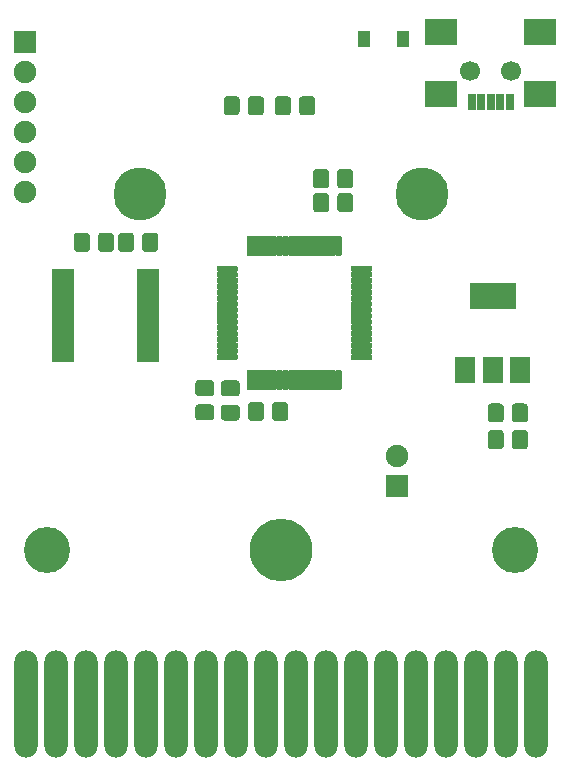
<source format=gbs>
G04 #@! TF.GenerationSoftware,KiCad,Pcbnew,(5.1.4-0)*
G04 #@! TF.CreationDate,2019-11-27T14:08:46-06:00*
G04 #@! TF.ProjectId,veccart,76656363-6172-4742-9e6b-696361645f70,rev?*
G04 #@! TF.SameCoordinates,Original*
G04 #@! TF.FileFunction,Soldermask,Bot*
G04 #@! TF.FilePolarity,Negative*
%FSLAX46Y46*%
G04 Gerber Fmt 4.6, Leading zero omitted, Abs format (unit mm)*
G04 Created by KiCad (PCBNEW (5.1.4-0)) date 2019-11-27 14:08:46*
%MOMM*%
%LPD*%
G04 APERTURE LIST*
%ADD10R,2.700000X2.200000*%
%ADD11R,0.700000X1.450000*%
%ADD12C,1.700000*%
%ADD13C,4.500000*%
%ADD14C,3.900000*%
%ADD15C,5.300000*%
%ADD16O,1.900000X1.900000*%
%ADD17R,1.900000X1.900000*%
%ADD18O,1.978000X9.090000*%
%ADD19C,0.100000*%
%ADD20C,1.350000*%
%ADD21R,1.100000X1.400000*%
%ADD22R,1.950000X0.650000*%
%ADD23C,0.500000*%
%ADD24R,1.700000X2.200000*%
%ADD25R,4.000000X2.200000*%
G04 APERTURE END LIST*
D10*
X163644800Y-73694000D03*
X155244800Y-73694000D03*
X163644800Y-78994000D03*
X155244800Y-78994000D03*
D11*
X161044800Y-79644000D03*
X160244800Y-79644000D03*
X159444800Y-79644000D03*
X158644800Y-79644000D03*
X157844800Y-79644000D03*
D12*
X161194800Y-76994000D03*
X157694800Y-76994000D03*
D13*
X153628396Y-87398872D03*
X129728396Y-87398872D03*
D14*
X161528397Y-117598872D03*
D15*
X141688396Y-117598872D03*
D16*
X119989600Y-87274400D03*
X119989600Y-84734400D03*
X119989600Y-82194400D03*
X119989600Y-79654400D03*
X119989600Y-77114400D03*
D17*
X119989600Y-74574400D03*
D18*
X163278396Y-130598873D03*
X160738396Y-130598873D03*
X158198396Y-130598873D03*
X155658396Y-130598873D03*
X153118396Y-130598873D03*
X150578396Y-130598873D03*
X148038396Y-130598873D03*
X145498396Y-130598873D03*
X142958396Y-130598873D03*
X140418396Y-130598873D03*
X137878396Y-130598873D03*
X135338396Y-130598873D03*
X132798396Y-130598873D03*
X130258396Y-130598873D03*
X127718396Y-130598873D03*
X125178396Y-130598873D03*
X122638396Y-130598873D03*
X120098396Y-130598873D03*
D16*
X151536400Y-109601000D03*
D17*
X151536400Y-112141000D03*
D19*
G36*
X137907889Y-79160613D02*
G01*
X137936378Y-79164839D01*
X137964315Y-79171837D01*
X137991432Y-79181540D01*
X138017467Y-79193853D01*
X138042170Y-79208660D01*
X138065303Y-79225816D01*
X138086643Y-79245157D01*
X138105984Y-79266497D01*
X138123140Y-79289630D01*
X138137947Y-79314333D01*
X138150260Y-79340368D01*
X138159963Y-79367485D01*
X138166961Y-79395422D01*
X138171187Y-79423911D01*
X138172600Y-79452677D01*
X138172600Y-80465723D01*
X138171187Y-80494489D01*
X138166961Y-80522978D01*
X138159963Y-80550915D01*
X138150260Y-80578032D01*
X138137947Y-80604067D01*
X138123140Y-80628770D01*
X138105984Y-80651903D01*
X138086643Y-80673243D01*
X138065303Y-80692584D01*
X138042170Y-80709740D01*
X138017467Y-80724547D01*
X137991432Y-80736860D01*
X137964315Y-80746563D01*
X137936378Y-80753561D01*
X137907889Y-80757787D01*
X137879123Y-80759200D01*
X137116077Y-80759200D01*
X137087311Y-80757787D01*
X137058822Y-80753561D01*
X137030885Y-80746563D01*
X137003768Y-80736860D01*
X136977733Y-80724547D01*
X136953030Y-80709740D01*
X136929897Y-80692584D01*
X136908557Y-80673243D01*
X136889216Y-80651903D01*
X136872060Y-80628770D01*
X136857253Y-80604067D01*
X136844940Y-80578032D01*
X136835237Y-80550915D01*
X136828239Y-80522978D01*
X136824013Y-80494489D01*
X136822600Y-80465723D01*
X136822600Y-79452677D01*
X136824013Y-79423911D01*
X136828239Y-79395422D01*
X136835237Y-79367485D01*
X136844940Y-79340368D01*
X136857253Y-79314333D01*
X136872060Y-79289630D01*
X136889216Y-79266497D01*
X136908557Y-79245157D01*
X136929897Y-79225816D01*
X136953030Y-79208660D01*
X136977733Y-79193853D01*
X137003768Y-79181540D01*
X137030885Y-79171837D01*
X137058822Y-79164839D01*
X137087311Y-79160613D01*
X137116077Y-79159200D01*
X137879123Y-79159200D01*
X137907889Y-79160613D01*
X137907889Y-79160613D01*
G37*
D20*
X137497600Y-79959200D03*
D19*
G36*
X139957889Y-79160613D02*
G01*
X139986378Y-79164839D01*
X140014315Y-79171837D01*
X140041432Y-79181540D01*
X140067467Y-79193853D01*
X140092170Y-79208660D01*
X140115303Y-79225816D01*
X140136643Y-79245157D01*
X140155984Y-79266497D01*
X140173140Y-79289630D01*
X140187947Y-79314333D01*
X140200260Y-79340368D01*
X140209963Y-79367485D01*
X140216961Y-79395422D01*
X140221187Y-79423911D01*
X140222600Y-79452677D01*
X140222600Y-80465723D01*
X140221187Y-80494489D01*
X140216961Y-80522978D01*
X140209963Y-80550915D01*
X140200260Y-80578032D01*
X140187947Y-80604067D01*
X140173140Y-80628770D01*
X140155984Y-80651903D01*
X140136643Y-80673243D01*
X140115303Y-80692584D01*
X140092170Y-80709740D01*
X140067467Y-80724547D01*
X140041432Y-80736860D01*
X140014315Y-80746563D01*
X139986378Y-80753561D01*
X139957889Y-80757787D01*
X139929123Y-80759200D01*
X139166077Y-80759200D01*
X139137311Y-80757787D01*
X139108822Y-80753561D01*
X139080885Y-80746563D01*
X139053768Y-80736860D01*
X139027733Y-80724547D01*
X139003030Y-80709740D01*
X138979897Y-80692584D01*
X138958557Y-80673243D01*
X138939216Y-80651903D01*
X138922060Y-80628770D01*
X138907253Y-80604067D01*
X138894940Y-80578032D01*
X138885237Y-80550915D01*
X138878239Y-80522978D01*
X138874013Y-80494489D01*
X138872600Y-80465723D01*
X138872600Y-79452677D01*
X138874013Y-79423911D01*
X138878239Y-79395422D01*
X138885237Y-79367485D01*
X138894940Y-79340368D01*
X138907253Y-79314333D01*
X138922060Y-79289630D01*
X138939216Y-79266497D01*
X138958557Y-79245157D01*
X138979897Y-79225816D01*
X139003030Y-79208660D01*
X139027733Y-79193853D01*
X139053768Y-79181540D01*
X139080885Y-79171837D01*
X139108822Y-79164839D01*
X139137311Y-79160613D01*
X139166077Y-79159200D01*
X139929123Y-79159200D01*
X139957889Y-79160613D01*
X139957889Y-79160613D01*
G37*
D20*
X139547600Y-79959200D03*
D19*
G36*
X147536289Y-87364813D02*
G01*
X147564778Y-87369039D01*
X147592715Y-87376037D01*
X147619832Y-87385740D01*
X147645867Y-87398053D01*
X147670570Y-87412860D01*
X147693703Y-87430016D01*
X147715043Y-87449357D01*
X147734384Y-87470697D01*
X147751540Y-87493830D01*
X147766347Y-87518533D01*
X147778660Y-87544568D01*
X147788363Y-87571685D01*
X147795361Y-87599622D01*
X147799587Y-87628111D01*
X147801000Y-87656877D01*
X147801000Y-88669923D01*
X147799587Y-88698689D01*
X147795361Y-88727178D01*
X147788363Y-88755115D01*
X147778660Y-88782232D01*
X147766347Y-88808267D01*
X147751540Y-88832970D01*
X147734384Y-88856103D01*
X147715043Y-88877443D01*
X147693703Y-88896784D01*
X147670570Y-88913940D01*
X147645867Y-88928747D01*
X147619832Y-88941060D01*
X147592715Y-88950763D01*
X147564778Y-88957761D01*
X147536289Y-88961987D01*
X147507523Y-88963400D01*
X146744477Y-88963400D01*
X146715711Y-88961987D01*
X146687222Y-88957761D01*
X146659285Y-88950763D01*
X146632168Y-88941060D01*
X146606133Y-88928747D01*
X146581430Y-88913940D01*
X146558297Y-88896784D01*
X146536957Y-88877443D01*
X146517616Y-88856103D01*
X146500460Y-88832970D01*
X146485653Y-88808267D01*
X146473340Y-88782232D01*
X146463637Y-88755115D01*
X146456639Y-88727178D01*
X146452413Y-88698689D01*
X146451000Y-88669923D01*
X146451000Y-87656877D01*
X146452413Y-87628111D01*
X146456639Y-87599622D01*
X146463637Y-87571685D01*
X146473340Y-87544568D01*
X146485653Y-87518533D01*
X146500460Y-87493830D01*
X146517616Y-87470697D01*
X146536957Y-87449357D01*
X146558297Y-87430016D01*
X146581430Y-87412860D01*
X146606133Y-87398053D01*
X146632168Y-87385740D01*
X146659285Y-87376037D01*
X146687222Y-87369039D01*
X146715711Y-87364813D01*
X146744477Y-87363400D01*
X147507523Y-87363400D01*
X147536289Y-87364813D01*
X147536289Y-87364813D01*
G37*
D20*
X147126000Y-88163400D03*
D19*
G36*
X145486289Y-87364813D02*
G01*
X145514778Y-87369039D01*
X145542715Y-87376037D01*
X145569832Y-87385740D01*
X145595867Y-87398053D01*
X145620570Y-87412860D01*
X145643703Y-87430016D01*
X145665043Y-87449357D01*
X145684384Y-87470697D01*
X145701540Y-87493830D01*
X145716347Y-87518533D01*
X145728660Y-87544568D01*
X145738363Y-87571685D01*
X145745361Y-87599622D01*
X145749587Y-87628111D01*
X145751000Y-87656877D01*
X145751000Y-88669923D01*
X145749587Y-88698689D01*
X145745361Y-88727178D01*
X145738363Y-88755115D01*
X145728660Y-88782232D01*
X145716347Y-88808267D01*
X145701540Y-88832970D01*
X145684384Y-88856103D01*
X145665043Y-88877443D01*
X145643703Y-88896784D01*
X145620570Y-88913940D01*
X145595867Y-88928747D01*
X145569832Y-88941060D01*
X145542715Y-88950763D01*
X145514778Y-88957761D01*
X145486289Y-88961987D01*
X145457523Y-88963400D01*
X144694477Y-88963400D01*
X144665711Y-88961987D01*
X144637222Y-88957761D01*
X144609285Y-88950763D01*
X144582168Y-88941060D01*
X144556133Y-88928747D01*
X144531430Y-88913940D01*
X144508297Y-88896784D01*
X144486957Y-88877443D01*
X144467616Y-88856103D01*
X144450460Y-88832970D01*
X144435653Y-88808267D01*
X144423340Y-88782232D01*
X144413637Y-88755115D01*
X144406639Y-88727178D01*
X144402413Y-88698689D01*
X144401000Y-88669923D01*
X144401000Y-87656877D01*
X144402413Y-87628111D01*
X144406639Y-87599622D01*
X144413637Y-87571685D01*
X144423340Y-87544568D01*
X144435653Y-87518533D01*
X144450460Y-87493830D01*
X144467616Y-87470697D01*
X144486957Y-87449357D01*
X144508297Y-87430016D01*
X144531430Y-87412860D01*
X144556133Y-87398053D01*
X144582168Y-87385740D01*
X144609285Y-87376037D01*
X144637222Y-87369039D01*
X144665711Y-87364813D01*
X144694477Y-87363400D01*
X145457523Y-87363400D01*
X145486289Y-87364813D01*
X145486289Y-87364813D01*
G37*
D20*
X145076000Y-88163400D03*
D19*
G36*
X147527089Y-85332813D02*
G01*
X147555578Y-85337039D01*
X147583515Y-85344037D01*
X147610632Y-85353740D01*
X147636667Y-85366053D01*
X147661370Y-85380860D01*
X147684503Y-85398016D01*
X147705843Y-85417357D01*
X147725184Y-85438697D01*
X147742340Y-85461830D01*
X147757147Y-85486533D01*
X147769460Y-85512568D01*
X147779163Y-85539685D01*
X147786161Y-85567622D01*
X147790387Y-85596111D01*
X147791800Y-85624877D01*
X147791800Y-86637923D01*
X147790387Y-86666689D01*
X147786161Y-86695178D01*
X147779163Y-86723115D01*
X147769460Y-86750232D01*
X147757147Y-86776267D01*
X147742340Y-86800970D01*
X147725184Y-86824103D01*
X147705843Y-86845443D01*
X147684503Y-86864784D01*
X147661370Y-86881940D01*
X147636667Y-86896747D01*
X147610632Y-86909060D01*
X147583515Y-86918763D01*
X147555578Y-86925761D01*
X147527089Y-86929987D01*
X147498323Y-86931400D01*
X146735277Y-86931400D01*
X146706511Y-86929987D01*
X146678022Y-86925761D01*
X146650085Y-86918763D01*
X146622968Y-86909060D01*
X146596933Y-86896747D01*
X146572230Y-86881940D01*
X146549097Y-86864784D01*
X146527757Y-86845443D01*
X146508416Y-86824103D01*
X146491260Y-86800970D01*
X146476453Y-86776267D01*
X146464140Y-86750232D01*
X146454437Y-86723115D01*
X146447439Y-86695178D01*
X146443213Y-86666689D01*
X146441800Y-86637923D01*
X146441800Y-85624877D01*
X146443213Y-85596111D01*
X146447439Y-85567622D01*
X146454437Y-85539685D01*
X146464140Y-85512568D01*
X146476453Y-85486533D01*
X146491260Y-85461830D01*
X146508416Y-85438697D01*
X146527757Y-85417357D01*
X146549097Y-85398016D01*
X146572230Y-85380860D01*
X146596933Y-85366053D01*
X146622968Y-85353740D01*
X146650085Y-85344037D01*
X146678022Y-85337039D01*
X146706511Y-85332813D01*
X146735277Y-85331400D01*
X147498323Y-85331400D01*
X147527089Y-85332813D01*
X147527089Y-85332813D01*
G37*
D20*
X147116800Y-86131400D03*
D19*
G36*
X145477089Y-85332813D02*
G01*
X145505578Y-85337039D01*
X145533515Y-85344037D01*
X145560632Y-85353740D01*
X145586667Y-85366053D01*
X145611370Y-85380860D01*
X145634503Y-85398016D01*
X145655843Y-85417357D01*
X145675184Y-85438697D01*
X145692340Y-85461830D01*
X145707147Y-85486533D01*
X145719460Y-85512568D01*
X145729163Y-85539685D01*
X145736161Y-85567622D01*
X145740387Y-85596111D01*
X145741800Y-85624877D01*
X145741800Y-86637923D01*
X145740387Y-86666689D01*
X145736161Y-86695178D01*
X145729163Y-86723115D01*
X145719460Y-86750232D01*
X145707147Y-86776267D01*
X145692340Y-86800970D01*
X145675184Y-86824103D01*
X145655843Y-86845443D01*
X145634503Y-86864784D01*
X145611370Y-86881940D01*
X145586667Y-86896747D01*
X145560632Y-86909060D01*
X145533515Y-86918763D01*
X145505578Y-86925761D01*
X145477089Y-86929987D01*
X145448323Y-86931400D01*
X144685277Y-86931400D01*
X144656511Y-86929987D01*
X144628022Y-86925761D01*
X144600085Y-86918763D01*
X144572968Y-86909060D01*
X144546933Y-86896747D01*
X144522230Y-86881940D01*
X144499097Y-86864784D01*
X144477757Y-86845443D01*
X144458416Y-86824103D01*
X144441260Y-86800970D01*
X144426453Y-86776267D01*
X144414140Y-86750232D01*
X144404437Y-86723115D01*
X144397439Y-86695178D01*
X144393213Y-86666689D01*
X144391800Y-86637923D01*
X144391800Y-85624877D01*
X144393213Y-85596111D01*
X144397439Y-85567622D01*
X144404437Y-85539685D01*
X144414140Y-85512568D01*
X144426453Y-85486533D01*
X144441260Y-85461830D01*
X144458416Y-85438697D01*
X144477757Y-85417357D01*
X144499097Y-85398016D01*
X144522230Y-85380860D01*
X144546933Y-85366053D01*
X144572968Y-85353740D01*
X144600085Y-85344037D01*
X144628022Y-85337039D01*
X144656511Y-85332813D01*
X144685277Y-85331400D01*
X145448323Y-85331400D01*
X145477089Y-85332813D01*
X145477089Y-85332813D01*
G37*
D20*
X145066800Y-86131400D03*
D19*
G36*
X142251289Y-79160613D02*
G01*
X142279778Y-79164839D01*
X142307715Y-79171837D01*
X142334832Y-79181540D01*
X142360867Y-79193853D01*
X142385570Y-79208660D01*
X142408703Y-79225816D01*
X142430043Y-79245157D01*
X142449384Y-79266497D01*
X142466540Y-79289630D01*
X142481347Y-79314333D01*
X142493660Y-79340368D01*
X142503363Y-79367485D01*
X142510361Y-79395422D01*
X142514587Y-79423911D01*
X142516000Y-79452677D01*
X142516000Y-80465723D01*
X142514587Y-80494489D01*
X142510361Y-80522978D01*
X142503363Y-80550915D01*
X142493660Y-80578032D01*
X142481347Y-80604067D01*
X142466540Y-80628770D01*
X142449384Y-80651903D01*
X142430043Y-80673243D01*
X142408703Y-80692584D01*
X142385570Y-80709740D01*
X142360867Y-80724547D01*
X142334832Y-80736860D01*
X142307715Y-80746563D01*
X142279778Y-80753561D01*
X142251289Y-80757787D01*
X142222523Y-80759200D01*
X141459477Y-80759200D01*
X141430711Y-80757787D01*
X141402222Y-80753561D01*
X141374285Y-80746563D01*
X141347168Y-80736860D01*
X141321133Y-80724547D01*
X141296430Y-80709740D01*
X141273297Y-80692584D01*
X141251957Y-80673243D01*
X141232616Y-80651903D01*
X141215460Y-80628770D01*
X141200653Y-80604067D01*
X141188340Y-80578032D01*
X141178637Y-80550915D01*
X141171639Y-80522978D01*
X141167413Y-80494489D01*
X141166000Y-80465723D01*
X141166000Y-79452677D01*
X141167413Y-79423911D01*
X141171639Y-79395422D01*
X141178637Y-79367485D01*
X141188340Y-79340368D01*
X141200653Y-79314333D01*
X141215460Y-79289630D01*
X141232616Y-79266497D01*
X141251957Y-79245157D01*
X141273297Y-79225816D01*
X141296430Y-79208660D01*
X141321133Y-79193853D01*
X141347168Y-79181540D01*
X141374285Y-79171837D01*
X141402222Y-79164839D01*
X141430711Y-79160613D01*
X141459477Y-79159200D01*
X142222523Y-79159200D01*
X142251289Y-79160613D01*
X142251289Y-79160613D01*
G37*
D20*
X141841000Y-79959200D03*
D19*
G36*
X144301289Y-79160613D02*
G01*
X144329778Y-79164839D01*
X144357715Y-79171837D01*
X144384832Y-79181540D01*
X144410867Y-79193853D01*
X144435570Y-79208660D01*
X144458703Y-79225816D01*
X144480043Y-79245157D01*
X144499384Y-79266497D01*
X144516540Y-79289630D01*
X144531347Y-79314333D01*
X144543660Y-79340368D01*
X144553363Y-79367485D01*
X144560361Y-79395422D01*
X144564587Y-79423911D01*
X144566000Y-79452677D01*
X144566000Y-80465723D01*
X144564587Y-80494489D01*
X144560361Y-80522978D01*
X144553363Y-80550915D01*
X144543660Y-80578032D01*
X144531347Y-80604067D01*
X144516540Y-80628770D01*
X144499384Y-80651903D01*
X144480043Y-80673243D01*
X144458703Y-80692584D01*
X144435570Y-80709740D01*
X144410867Y-80724547D01*
X144384832Y-80736860D01*
X144357715Y-80746563D01*
X144329778Y-80753561D01*
X144301289Y-80757787D01*
X144272523Y-80759200D01*
X143509477Y-80759200D01*
X143480711Y-80757787D01*
X143452222Y-80753561D01*
X143424285Y-80746563D01*
X143397168Y-80736860D01*
X143371133Y-80724547D01*
X143346430Y-80709740D01*
X143323297Y-80692584D01*
X143301957Y-80673243D01*
X143282616Y-80651903D01*
X143265460Y-80628770D01*
X143250653Y-80604067D01*
X143238340Y-80578032D01*
X143228637Y-80550915D01*
X143221639Y-80522978D01*
X143217413Y-80494489D01*
X143216000Y-80465723D01*
X143216000Y-79452677D01*
X143217413Y-79423911D01*
X143221639Y-79395422D01*
X143228637Y-79367485D01*
X143238340Y-79340368D01*
X143250653Y-79314333D01*
X143265460Y-79289630D01*
X143282616Y-79266497D01*
X143301957Y-79245157D01*
X143323297Y-79225816D01*
X143346430Y-79208660D01*
X143371133Y-79193853D01*
X143397168Y-79181540D01*
X143424285Y-79171837D01*
X143452222Y-79164839D01*
X143480711Y-79160613D01*
X143509477Y-79159200D01*
X144272523Y-79159200D01*
X144301289Y-79160613D01*
X144301289Y-79160613D01*
G37*
D20*
X143891000Y-79959200D03*
D19*
G36*
X139974289Y-105043213D02*
G01*
X140002778Y-105047439D01*
X140030715Y-105054437D01*
X140057832Y-105064140D01*
X140083867Y-105076453D01*
X140108570Y-105091260D01*
X140131703Y-105108416D01*
X140153043Y-105127757D01*
X140172384Y-105149097D01*
X140189540Y-105172230D01*
X140204347Y-105196933D01*
X140216660Y-105222968D01*
X140226363Y-105250085D01*
X140233361Y-105278022D01*
X140237587Y-105306511D01*
X140239000Y-105335277D01*
X140239000Y-106348323D01*
X140237587Y-106377089D01*
X140233361Y-106405578D01*
X140226363Y-106433515D01*
X140216660Y-106460632D01*
X140204347Y-106486667D01*
X140189540Y-106511370D01*
X140172384Y-106534503D01*
X140153043Y-106555843D01*
X140131703Y-106575184D01*
X140108570Y-106592340D01*
X140083867Y-106607147D01*
X140057832Y-106619460D01*
X140030715Y-106629163D01*
X140002778Y-106636161D01*
X139974289Y-106640387D01*
X139945523Y-106641800D01*
X139182477Y-106641800D01*
X139153711Y-106640387D01*
X139125222Y-106636161D01*
X139097285Y-106629163D01*
X139070168Y-106619460D01*
X139044133Y-106607147D01*
X139019430Y-106592340D01*
X138996297Y-106575184D01*
X138974957Y-106555843D01*
X138955616Y-106534503D01*
X138938460Y-106511370D01*
X138923653Y-106486667D01*
X138911340Y-106460632D01*
X138901637Y-106433515D01*
X138894639Y-106405578D01*
X138890413Y-106377089D01*
X138889000Y-106348323D01*
X138889000Y-105335277D01*
X138890413Y-105306511D01*
X138894639Y-105278022D01*
X138901637Y-105250085D01*
X138911340Y-105222968D01*
X138923653Y-105196933D01*
X138938460Y-105172230D01*
X138955616Y-105149097D01*
X138974957Y-105127757D01*
X138996297Y-105108416D01*
X139019430Y-105091260D01*
X139044133Y-105076453D01*
X139070168Y-105064140D01*
X139097285Y-105054437D01*
X139125222Y-105047439D01*
X139153711Y-105043213D01*
X139182477Y-105041800D01*
X139945523Y-105041800D01*
X139974289Y-105043213D01*
X139974289Y-105043213D01*
G37*
D20*
X139564000Y-105841800D03*
D19*
G36*
X142024289Y-105043213D02*
G01*
X142052778Y-105047439D01*
X142080715Y-105054437D01*
X142107832Y-105064140D01*
X142133867Y-105076453D01*
X142158570Y-105091260D01*
X142181703Y-105108416D01*
X142203043Y-105127757D01*
X142222384Y-105149097D01*
X142239540Y-105172230D01*
X142254347Y-105196933D01*
X142266660Y-105222968D01*
X142276363Y-105250085D01*
X142283361Y-105278022D01*
X142287587Y-105306511D01*
X142289000Y-105335277D01*
X142289000Y-106348323D01*
X142287587Y-106377089D01*
X142283361Y-106405578D01*
X142276363Y-106433515D01*
X142266660Y-106460632D01*
X142254347Y-106486667D01*
X142239540Y-106511370D01*
X142222384Y-106534503D01*
X142203043Y-106555843D01*
X142181703Y-106575184D01*
X142158570Y-106592340D01*
X142133867Y-106607147D01*
X142107832Y-106619460D01*
X142080715Y-106629163D01*
X142052778Y-106636161D01*
X142024289Y-106640387D01*
X141995523Y-106641800D01*
X141232477Y-106641800D01*
X141203711Y-106640387D01*
X141175222Y-106636161D01*
X141147285Y-106629163D01*
X141120168Y-106619460D01*
X141094133Y-106607147D01*
X141069430Y-106592340D01*
X141046297Y-106575184D01*
X141024957Y-106555843D01*
X141005616Y-106534503D01*
X140988460Y-106511370D01*
X140973653Y-106486667D01*
X140961340Y-106460632D01*
X140951637Y-106433515D01*
X140944639Y-106405578D01*
X140940413Y-106377089D01*
X140939000Y-106348323D01*
X140939000Y-105335277D01*
X140940413Y-105306511D01*
X140944639Y-105278022D01*
X140951637Y-105250085D01*
X140961340Y-105222968D01*
X140973653Y-105196933D01*
X140988460Y-105172230D01*
X141005616Y-105149097D01*
X141024957Y-105127757D01*
X141046297Y-105108416D01*
X141069430Y-105091260D01*
X141094133Y-105076453D01*
X141120168Y-105064140D01*
X141147285Y-105054437D01*
X141175222Y-105047439D01*
X141203711Y-105043213D01*
X141232477Y-105041800D01*
X141995523Y-105041800D01*
X142024289Y-105043213D01*
X142024289Y-105043213D01*
G37*
D20*
X141614000Y-105841800D03*
D19*
G36*
X135764889Y-105244413D02*
G01*
X135793378Y-105248639D01*
X135821315Y-105255637D01*
X135848432Y-105265340D01*
X135874467Y-105277653D01*
X135899170Y-105292460D01*
X135922303Y-105309616D01*
X135943643Y-105328957D01*
X135962984Y-105350297D01*
X135980140Y-105373430D01*
X135994947Y-105398133D01*
X136007260Y-105424168D01*
X136016963Y-105451285D01*
X136023961Y-105479222D01*
X136028187Y-105507711D01*
X136029600Y-105536477D01*
X136029600Y-106299523D01*
X136028187Y-106328289D01*
X136023961Y-106356778D01*
X136016963Y-106384715D01*
X136007260Y-106411832D01*
X135994947Y-106437867D01*
X135980140Y-106462570D01*
X135962984Y-106485703D01*
X135943643Y-106507043D01*
X135922303Y-106526384D01*
X135899170Y-106543540D01*
X135874467Y-106558347D01*
X135848432Y-106570660D01*
X135821315Y-106580363D01*
X135793378Y-106587361D01*
X135764889Y-106591587D01*
X135736123Y-106593000D01*
X134723077Y-106593000D01*
X134694311Y-106591587D01*
X134665822Y-106587361D01*
X134637885Y-106580363D01*
X134610768Y-106570660D01*
X134584733Y-106558347D01*
X134560030Y-106543540D01*
X134536897Y-106526384D01*
X134515557Y-106507043D01*
X134496216Y-106485703D01*
X134479060Y-106462570D01*
X134464253Y-106437867D01*
X134451940Y-106411832D01*
X134442237Y-106384715D01*
X134435239Y-106356778D01*
X134431013Y-106328289D01*
X134429600Y-106299523D01*
X134429600Y-105536477D01*
X134431013Y-105507711D01*
X134435239Y-105479222D01*
X134442237Y-105451285D01*
X134451940Y-105424168D01*
X134464253Y-105398133D01*
X134479060Y-105373430D01*
X134496216Y-105350297D01*
X134515557Y-105328957D01*
X134536897Y-105309616D01*
X134560030Y-105292460D01*
X134584733Y-105277653D01*
X134610768Y-105265340D01*
X134637885Y-105255637D01*
X134665822Y-105248639D01*
X134694311Y-105244413D01*
X134723077Y-105243000D01*
X135736123Y-105243000D01*
X135764889Y-105244413D01*
X135764889Y-105244413D01*
G37*
D20*
X135229600Y-105918000D03*
D19*
G36*
X135764889Y-103194413D02*
G01*
X135793378Y-103198639D01*
X135821315Y-103205637D01*
X135848432Y-103215340D01*
X135874467Y-103227653D01*
X135899170Y-103242460D01*
X135922303Y-103259616D01*
X135943643Y-103278957D01*
X135962984Y-103300297D01*
X135980140Y-103323430D01*
X135994947Y-103348133D01*
X136007260Y-103374168D01*
X136016963Y-103401285D01*
X136023961Y-103429222D01*
X136028187Y-103457711D01*
X136029600Y-103486477D01*
X136029600Y-104249523D01*
X136028187Y-104278289D01*
X136023961Y-104306778D01*
X136016963Y-104334715D01*
X136007260Y-104361832D01*
X135994947Y-104387867D01*
X135980140Y-104412570D01*
X135962984Y-104435703D01*
X135943643Y-104457043D01*
X135922303Y-104476384D01*
X135899170Y-104493540D01*
X135874467Y-104508347D01*
X135848432Y-104520660D01*
X135821315Y-104530363D01*
X135793378Y-104537361D01*
X135764889Y-104541587D01*
X135736123Y-104543000D01*
X134723077Y-104543000D01*
X134694311Y-104541587D01*
X134665822Y-104537361D01*
X134637885Y-104530363D01*
X134610768Y-104520660D01*
X134584733Y-104508347D01*
X134560030Y-104493540D01*
X134536897Y-104476384D01*
X134515557Y-104457043D01*
X134496216Y-104435703D01*
X134479060Y-104412570D01*
X134464253Y-104387867D01*
X134451940Y-104361832D01*
X134442237Y-104334715D01*
X134435239Y-104306778D01*
X134431013Y-104278289D01*
X134429600Y-104249523D01*
X134429600Y-103486477D01*
X134431013Y-103457711D01*
X134435239Y-103429222D01*
X134442237Y-103401285D01*
X134451940Y-103374168D01*
X134464253Y-103348133D01*
X134479060Y-103323430D01*
X134496216Y-103300297D01*
X134515557Y-103278957D01*
X134536897Y-103259616D01*
X134560030Y-103242460D01*
X134584733Y-103227653D01*
X134610768Y-103215340D01*
X134637885Y-103205637D01*
X134665822Y-103198639D01*
X134694311Y-103194413D01*
X134723077Y-103193000D01*
X135736123Y-103193000D01*
X135764889Y-103194413D01*
X135764889Y-103194413D01*
G37*
D20*
X135229600Y-103868000D03*
D19*
G36*
X137923889Y-105262413D02*
G01*
X137952378Y-105266639D01*
X137980315Y-105273637D01*
X138007432Y-105283340D01*
X138033467Y-105295653D01*
X138058170Y-105310460D01*
X138081303Y-105327616D01*
X138102643Y-105346957D01*
X138121984Y-105368297D01*
X138139140Y-105391430D01*
X138153947Y-105416133D01*
X138166260Y-105442168D01*
X138175963Y-105469285D01*
X138182961Y-105497222D01*
X138187187Y-105525711D01*
X138188600Y-105554477D01*
X138188600Y-106317523D01*
X138187187Y-106346289D01*
X138182961Y-106374778D01*
X138175963Y-106402715D01*
X138166260Y-106429832D01*
X138153947Y-106455867D01*
X138139140Y-106480570D01*
X138121984Y-106503703D01*
X138102643Y-106525043D01*
X138081303Y-106544384D01*
X138058170Y-106561540D01*
X138033467Y-106576347D01*
X138007432Y-106588660D01*
X137980315Y-106598363D01*
X137952378Y-106605361D01*
X137923889Y-106609587D01*
X137895123Y-106611000D01*
X136882077Y-106611000D01*
X136853311Y-106609587D01*
X136824822Y-106605361D01*
X136796885Y-106598363D01*
X136769768Y-106588660D01*
X136743733Y-106576347D01*
X136719030Y-106561540D01*
X136695897Y-106544384D01*
X136674557Y-106525043D01*
X136655216Y-106503703D01*
X136638060Y-106480570D01*
X136623253Y-106455867D01*
X136610940Y-106429832D01*
X136601237Y-106402715D01*
X136594239Y-106374778D01*
X136590013Y-106346289D01*
X136588600Y-106317523D01*
X136588600Y-105554477D01*
X136590013Y-105525711D01*
X136594239Y-105497222D01*
X136601237Y-105469285D01*
X136610940Y-105442168D01*
X136623253Y-105416133D01*
X136638060Y-105391430D01*
X136655216Y-105368297D01*
X136674557Y-105346957D01*
X136695897Y-105327616D01*
X136719030Y-105310460D01*
X136743733Y-105295653D01*
X136769768Y-105283340D01*
X136796885Y-105273637D01*
X136824822Y-105266639D01*
X136853311Y-105262413D01*
X136882077Y-105261000D01*
X137895123Y-105261000D01*
X137923889Y-105262413D01*
X137923889Y-105262413D01*
G37*
D20*
X137388600Y-105936000D03*
D19*
G36*
X137923889Y-103212413D02*
G01*
X137952378Y-103216639D01*
X137980315Y-103223637D01*
X138007432Y-103233340D01*
X138033467Y-103245653D01*
X138058170Y-103260460D01*
X138081303Y-103277616D01*
X138102643Y-103296957D01*
X138121984Y-103318297D01*
X138139140Y-103341430D01*
X138153947Y-103366133D01*
X138166260Y-103392168D01*
X138175963Y-103419285D01*
X138182961Y-103447222D01*
X138187187Y-103475711D01*
X138188600Y-103504477D01*
X138188600Y-104267523D01*
X138187187Y-104296289D01*
X138182961Y-104324778D01*
X138175963Y-104352715D01*
X138166260Y-104379832D01*
X138153947Y-104405867D01*
X138139140Y-104430570D01*
X138121984Y-104453703D01*
X138102643Y-104475043D01*
X138081303Y-104494384D01*
X138058170Y-104511540D01*
X138033467Y-104526347D01*
X138007432Y-104538660D01*
X137980315Y-104548363D01*
X137952378Y-104555361D01*
X137923889Y-104559587D01*
X137895123Y-104561000D01*
X136882077Y-104561000D01*
X136853311Y-104559587D01*
X136824822Y-104555361D01*
X136796885Y-104548363D01*
X136769768Y-104538660D01*
X136743733Y-104526347D01*
X136719030Y-104511540D01*
X136695897Y-104494384D01*
X136674557Y-104475043D01*
X136655216Y-104453703D01*
X136638060Y-104430570D01*
X136623253Y-104405867D01*
X136610940Y-104379832D01*
X136601237Y-104352715D01*
X136594239Y-104324778D01*
X136590013Y-104296289D01*
X136588600Y-104267523D01*
X136588600Y-103504477D01*
X136590013Y-103475711D01*
X136594239Y-103447222D01*
X136601237Y-103419285D01*
X136610940Y-103392168D01*
X136623253Y-103366133D01*
X136638060Y-103341430D01*
X136655216Y-103318297D01*
X136674557Y-103296957D01*
X136695897Y-103277616D01*
X136719030Y-103260460D01*
X136743733Y-103245653D01*
X136769768Y-103233340D01*
X136796885Y-103223637D01*
X136824822Y-103216639D01*
X136853311Y-103212413D01*
X136882077Y-103211000D01*
X137895123Y-103211000D01*
X137923889Y-103212413D01*
X137923889Y-103212413D01*
G37*
D20*
X137388600Y-103886000D03*
D19*
G36*
X127266889Y-90717613D02*
G01*
X127295378Y-90721839D01*
X127323315Y-90728837D01*
X127350432Y-90738540D01*
X127376467Y-90750853D01*
X127401170Y-90765660D01*
X127424303Y-90782816D01*
X127445643Y-90802157D01*
X127464984Y-90823497D01*
X127482140Y-90846630D01*
X127496947Y-90871333D01*
X127509260Y-90897368D01*
X127518963Y-90924485D01*
X127525961Y-90952422D01*
X127530187Y-90980911D01*
X127531600Y-91009677D01*
X127531600Y-92022723D01*
X127530187Y-92051489D01*
X127525961Y-92079978D01*
X127518963Y-92107915D01*
X127509260Y-92135032D01*
X127496947Y-92161067D01*
X127482140Y-92185770D01*
X127464984Y-92208903D01*
X127445643Y-92230243D01*
X127424303Y-92249584D01*
X127401170Y-92266740D01*
X127376467Y-92281547D01*
X127350432Y-92293860D01*
X127323315Y-92303563D01*
X127295378Y-92310561D01*
X127266889Y-92314787D01*
X127238123Y-92316200D01*
X126475077Y-92316200D01*
X126446311Y-92314787D01*
X126417822Y-92310561D01*
X126389885Y-92303563D01*
X126362768Y-92293860D01*
X126336733Y-92281547D01*
X126312030Y-92266740D01*
X126288897Y-92249584D01*
X126267557Y-92230243D01*
X126248216Y-92208903D01*
X126231060Y-92185770D01*
X126216253Y-92161067D01*
X126203940Y-92135032D01*
X126194237Y-92107915D01*
X126187239Y-92079978D01*
X126183013Y-92051489D01*
X126181600Y-92022723D01*
X126181600Y-91009677D01*
X126183013Y-90980911D01*
X126187239Y-90952422D01*
X126194237Y-90924485D01*
X126203940Y-90897368D01*
X126216253Y-90871333D01*
X126231060Y-90846630D01*
X126248216Y-90823497D01*
X126267557Y-90802157D01*
X126288897Y-90782816D01*
X126312030Y-90765660D01*
X126336733Y-90750853D01*
X126362768Y-90738540D01*
X126389885Y-90728837D01*
X126417822Y-90721839D01*
X126446311Y-90717613D01*
X126475077Y-90716200D01*
X127238123Y-90716200D01*
X127266889Y-90717613D01*
X127266889Y-90717613D01*
G37*
D20*
X126856600Y-91516200D03*
D19*
G36*
X125216889Y-90717613D02*
G01*
X125245378Y-90721839D01*
X125273315Y-90728837D01*
X125300432Y-90738540D01*
X125326467Y-90750853D01*
X125351170Y-90765660D01*
X125374303Y-90782816D01*
X125395643Y-90802157D01*
X125414984Y-90823497D01*
X125432140Y-90846630D01*
X125446947Y-90871333D01*
X125459260Y-90897368D01*
X125468963Y-90924485D01*
X125475961Y-90952422D01*
X125480187Y-90980911D01*
X125481600Y-91009677D01*
X125481600Y-92022723D01*
X125480187Y-92051489D01*
X125475961Y-92079978D01*
X125468963Y-92107915D01*
X125459260Y-92135032D01*
X125446947Y-92161067D01*
X125432140Y-92185770D01*
X125414984Y-92208903D01*
X125395643Y-92230243D01*
X125374303Y-92249584D01*
X125351170Y-92266740D01*
X125326467Y-92281547D01*
X125300432Y-92293860D01*
X125273315Y-92303563D01*
X125245378Y-92310561D01*
X125216889Y-92314787D01*
X125188123Y-92316200D01*
X124425077Y-92316200D01*
X124396311Y-92314787D01*
X124367822Y-92310561D01*
X124339885Y-92303563D01*
X124312768Y-92293860D01*
X124286733Y-92281547D01*
X124262030Y-92266740D01*
X124238897Y-92249584D01*
X124217557Y-92230243D01*
X124198216Y-92208903D01*
X124181060Y-92185770D01*
X124166253Y-92161067D01*
X124153940Y-92135032D01*
X124144237Y-92107915D01*
X124137239Y-92079978D01*
X124133013Y-92051489D01*
X124131600Y-92022723D01*
X124131600Y-91009677D01*
X124133013Y-90980911D01*
X124137239Y-90952422D01*
X124144237Y-90924485D01*
X124153940Y-90897368D01*
X124166253Y-90871333D01*
X124181060Y-90846630D01*
X124198216Y-90823497D01*
X124217557Y-90802157D01*
X124238897Y-90782816D01*
X124262030Y-90765660D01*
X124286733Y-90750853D01*
X124312768Y-90738540D01*
X124339885Y-90728837D01*
X124367822Y-90721839D01*
X124396311Y-90717613D01*
X124425077Y-90716200D01*
X125188123Y-90716200D01*
X125216889Y-90717613D01*
X125216889Y-90717613D01*
G37*
D20*
X124806600Y-91516200D03*
D19*
G36*
X128976089Y-90717613D02*
G01*
X129004578Y-90721839D01*
X129032515Y-90728837D01*
X129059632Y-90738540D01*
X129085667Y-90750853D01*
X129110370Y-90765660D01*
X129133503Y-90782816D01*
X129154843Y-90802157D01*
X129174184Y-90823497D01*
X129191340Y-90846630D01*
X129206147Y-90871333D01*
X129218460Y-90897368D01*
X129228163Y-90924485D01*
X129235161Y-90952422D01*
X129239387Y-90980911D01*
X129240800Y-91009677D01*
X129240800Y-92022723D01*
X129239387Y-92051489D01*
X129235161Y-92079978D01*
X129228163Y-92107915D01*
X129218460Y-92135032D01*
X129206147Y-92161067D01*
X129191340Y-92185770D01*
X129174184Y-92208903D01*
X129154843Y-92230243D01*
X129133503Y-92249584D01*
X129110370Y-92266740D01*
X129085667Y-92281547D01*
X129059632Y-92293860D01*
X129032515Y-92303563D01*
X129004578Y-92310561D01*
X128976089Y-92314787D01*
X128947323Y-92316200D01*
X128184277Y-92316200D01*
X128155511Y-92314787D01*
X128127022Y-92310561D01*
X128099085Y-92303563D01*
X128071968Y-92293860D01*
X128045933Y-92281547D01*
X128021230Y-92266740D01*
X127998097Y-92249584D01*
X127976757Y-92230243D01*
X127957416Y-92208903D01*
X127940260Y-92185770D01*
X127925453Y-92161067D01*
X127913140Y-92135032D01*
X127903437Y-92107915D01*
X127896439Y-92079978D01*
X127892213Y-92051489D01*
X127890800Y-92022723D01*
X127890800Y-91009677D01*
X127892213Y-90980911D01*
X127896439Y-90952422D01*
X127903437Y-90924485D01*
X127913140Y-90897368D01*
X127925453Y-90871333D01*
X127940260Y-90846630D01*
X127957416Y-90823497D01*
X127976757Y-90802157D01*
X127998097Y-90782816D01*
X128021230Y-90765660D01*
X128045933Y-90750853D01*
X128071968Y-90738540D01*
X128099085Y-90728837D01*
X128127022Y-90721839D01*
X128155511Y-90717613D01*
X128184277Y-90716200D01*
X128947323Y-90716200D01*
X128976089Y-90717613D01*
X128976089Y-90717613D01*
G37*
D20*
X128565800Y-91516200D03*
D19*
G36*
X131026089Y-90717613D02*
G01*
X131054578Y-90721839D01*
X131082515Y-90728837D01*
X131109632Y-90738540D01*
X131135667Y-90750853D01*
X131160370Y-90765660D01*
X131183503Y-90782816D01*
X131204843Y-90802157D01*
X131224184Y-90823497D01*
X131241340Y-90846630D01*
X131256147Y-90871333D01*
X131268460Y-90897368D01*
X131278163Y-90924485D01*
X131285161Y-90952422D01*
X131289387Y-90980911D01*
X131290800Y-91009677D01*
X131290800Y-92022723D01*
X131289387Y-92051489D01*
X131285161Y-92079978D01*
X131278163Y-92107915D01*
X131268460Y-92135032D01*
X131256147Y-92161067D01*
X131241340Y-92185770D01*
X131224184Y-92208903D01*
X131204843Y-92230243D01*
X131183503Y-92249584D01*
X131160370Y-92266740D01*
X131135667Y-92281547D01*
X131109632Y-92293860D01*
X131082515Y-92303563D01*
X131054578Y-92310561D01*
X131026089Y-92314787D01*
X130997323Y-92316200D01*
X130234277Y-92316200D01*
X130205511Y-92314787D01*
X130177022Y-92310561D01*
X130149085Y-92303563D01*
X130121968Y-92293860D01*
X130095933Y-92281547D01*
X130071230Y-92266740D01*
X130048097Y-92249584D01*
X130026757Y-92230243D01*
X130007416Y-92208903D01*
X129990260Y-92185770D01*
X129975453Y-92161067D01*
X129963140Y-92135032D01*
X129953437Y-92107915D01*
X129946439Y-92079978D01*
X129942213Y-92051489D01*
X129940800Y-92022723D01*
X129940800Y-91009677D01*
X129942213Y-90980911D01*
X129946439Y-90952422D01*
X129953437Y-90924485D01*
X129963140Y-90897368D01*
X129975453Y-90871333D01*
X129990260Y-90846630D01*
X130007416Y-90823497D01*
X130026757Y-90802157D01*
X130048097Y-90782816D01*
X130071230Y-90765660D01*
X130095933Y-90750853D01*
X130121968Y-90738540D01*
X130149085Y-90728837D01*
X130177022Y-90721839D01*
X130205511Y-90717613D01*
X130234277Y-90716200D01*
X130997323Y-90716200D01*
X131026089Y-90717613D01*
X131026089Y-90717613D01*
G37*
D20*
X130615800Y-91516200D03*
D19*
G36*
X162318889Y-105170213D02*
G01*
X162347378Y-105174439D01*
X162375315Y-105181437D01*
X162402432Y-105191140D01*
X162428467Y-105203453D01*
X162453170Y-105218260D01*
X162476303Y-105235416D01*
X162497643Y-105254757D01*
X162516984Y-105276097D01*
X162534140Y-105299230D01*
X162548947Y-105323933D01*
X162561260Y-105349968D01*
X162570963Y-105377085D01*
X162577961Y-105405022D01*
X162582187Y-105433511D01*
X162583600Y-105462277D01*
X162583600Y-106475323D01*
X162582187Y-106504089D01*
X162577961Y-106532578D01*
X162570963Y-106560515D01*
X162561260Y-106587632D01*
X162548947Y-106613667D01*
X162534140Y-106638370D01*
X162516984Y-106661503D01*
X162497643Y-106682843D01*
X162476303Y-106702184D01*
X162453170Y-106719340D01*
X162428467Y-106734147D01*
X162402432Y-106746460D01*
X162375315Y-106756163D01*
X162347378Y-106763161D01*
X162318889Y-106767387D01*
X162290123Y-106768800D01*
X161527077Y-106768800D01*
X161498311Y-106767387D01*
X161469822Y-106763161D01*
X161441885Y-106756163D01*
X161414768Y-106746460D01*
X161388733Y-106734147D01*
X161364030Y-106719340D01*
X161340897Y-106702184D01*
X161319557Y-106682843D01*
X161300216Y-106661503D01*
X161283060Y-106638370D01*
X161268253Y-106613667D01*
X161255940Y-106587632D01*
X161246237Y-106560515D01*
X161239239Y-106532578D01*
X161235013Y-106504089D01*
X161233600Y-106475323D01*
X161233600Y-105462277D01*
X161235013Y-105433511D01*
X161239239Y-105405022D01*
X161246237Y-105377085D01*
X161255940Y-105349968D01*
X161268253Y-105323933D01*
X161283060Y-105299230D01*
X161300216Y-105276097D01*
X161319557Y-105254757D01*
X161340897Y-105235416D01*
X161364030Y-105218260D01*
X161388733Y-105203453D01*
X161414768Y-105191140D01*
X161441885Y-105181437D01*
X161469822Y-105174439D01*
X161498311Y-105170213D01*
X161527077Y-105168800D01*
X162290123Y-105168800D01*
X162318889Y-105170213D01*
X162318889Y-105170213D01*
G37*
D20*
X161908600Y-105968800D03*
D19*
G36*
X160268889Y-105170213D02*
G01*
X160297378Y-105174439D01*
X160325315Y-105181437D01*
X160352432Y-105191140D01*
X160378467Y-105203453D01*
X160403170Y-105218260D01*
X160426303Y-105235416D01*
X160447643Y-105254757D01*
X160466984Y-105276097D01*
X160484140Y-105299230D01*
X160498947Y-105323933D01*
X160511260Y-105349968D01*
X160520963Y-105377085D01*
X160527961Y-105405022D01*
X160532187Y-105433511D01*
X160533600Y-105462277D01*
X160533600Y-106475323D01*
X160532187Y-106504089D01*
X160527961Y-106532578D01*
X160520963Y-106560515D01*
X160511260Y-106587632D01*
X160498947Y-106613667D01*
X160484140Y-106638370D01*
X160466984Y-106661503D01*
X160447643Y-106682843D01*
X160426303Y-106702184D01*
X160403170Y-106719340D01*
X160378467Y-106734147D01*
X160352432Y-106746460D01*
X160325315Y-106756163D01*
X160297378Y-106763161D01*
X160268889Y-106767387D01*
X160240123Y-106768800D01*
X159477077Y-106768800D01*
X159448311Y-106767387D01*
X159419822Y-106763161D01*
X159391885Y-106756163D01*
X159364768Y-106746460D01*
X159338733Y-106734147D01*
X159314030Y-106719340D01*
X159290897Y-106702184D01*
X159269557Y-106682843D01*
X159250216Y-106661503D01*
X159233060Y-106638370D01*
X159218253Y-106613667D01*
X159205940Y-106587632D01*
X159196237Y-106560515D01*
X159189239Y-106532578D01*
X159185013Y-106504089D01*
X159183600Y-106475323D01*
X159183600Y-105462277D01*
X159185013Y-105433511D01*
X159189239Y-105405022D01*
X159196237Y-105377085D01*
X159205940Y-105349968D01*
X159218253Y-105323933D01*
X159233060Y-105299230D01*
X159250216Y-105276097D01*
X159269557Y-105254757D01*
X159290897Y-105235416D01*
X159314030Y-105218260D01*
X159338733Y-105203453D01*
X159364768Y-105191140D01*
X159391885Y-105181437D01*
X159419822Y-105174439D01*
X159448311Y-105170213D01*
X159477077Y-105168800D01*
X160240123Y-105168800D01*
X160268889Y-105170213D01*
X160268889Y-105170213D01*
G37*
D20*
X159858600Y-105968800D03*
D19*
G36*
X162318889Y-107430813D02*
G01*
X162347378Y-107435039D01*
X162375315Y-107442037D01*
X162402432Y-107451740D01*
X162428467Y-107464053D01*
X162453170Y-107478860D01*
X162476303Y-107496016D01*
X162497643Y-107515357D01*
X162516984Y-107536697D01*
X162534140Y-107559830D01*
X162548947Y-107584533D01*
X162561260Y-107610568D01*
X162570963Y-107637685D01*
X162577961Y-107665622D01*
X162582187Y-107694111D01*
X162583600Y-107722877D01*
X162583600Y-108735923D01*
X162582187Y-108764689D01*
X162577961Y-108793178D01*
X162570963Y-108821115D01*
X162561260Y-108848232D01*
X162548947Y-108874267D01*
X162534140Y-108898970D01*
X162516984Y-108922103D01*
X162497643Y-108943443D01*
X162476303Y-108962784D01*
X162453170Y-108979940D01*
X162428467Y-108994747D01*
X162402432Y-109007060D01*
X162375315Y-109016763D01*
X162347378Y-109023761D01*
X162318889Y-109027987D01*
X162290123Y-109029400D01*
X161527077Y-109029400D01*
X161498311Y-109027987D01*
X161469822Y-109023761D01*
X161441885Y-109016763D01*
X161414768Y-109007060D01*
X161388733Y-108994747D01*
X161364030Y-108979940D01*
X161340897Y-108962784D01*
X161319557Y-108943443D01*
X161300216Y-108922103D01*
X161283060Y-108898970D01*
X161268253Y-108874267D01*
X161255940Y-108848232D01*
X161246237Y-108821115D01*
X161239239Y-108793178D01*
X161235013Y-108764689D01*
X161233600Y-108735923D01*
X161233600Y-107722877D01*
X161235013Y-107694111D01*
X161239239Y-107665622D01*
X161246237Y-107637685D01*
X161255940Y-107610568D01*
X161268253Y-107584533D01*
X161283060Y-107559830D01*
X161300216Y-107536697D01*
X161319557Y-107515357D01*
X161340897Y-107496016D01*
X161364030Y-107478860D01*
X161388733Y-107464053D01*
X161414768Y-107451740D01*
X161441885Y-107442037D01*
X161469822Y-107435039D01*
X161498311Y-107430813D01*
X161527077Y-107429400D01*
X162290123Y-107429400D01*
X162318889Y-107430813D01*
X162318889Y-107430813D01*
G37*
D20*
X161908600Y-108229400D03*
D19*
G36*
X160268889Y-107430813D02*
G01*
X160297378Y-107435039D01*
X160325315Y-107442037D01*
X160352432Y-107451740D01*
X160378467Y-107464053D01*
X160403170Y-107478860D01*
X160426303Y-107496016D01*
X160447643Y-107515357D01*
X160466984Y-107536697D01*
X160484140Y-107559830D01*
X160498947Y-107584533D01*
X160511260Y-107610568D01*
X160520963Y-107637685D01*
X160527961Y-107665622D01*
X160532187Y-107694111D01*
X160533600Y-107722877D01*
X160533600Y-108735923D01*
X160532187Y-108764689D01*
X160527961Y-108793178D01*
X160520963Y-108821115D01*
X160511260Y-108848232D01*
X160498947Y-108874267D01*
X160484140Y-108898970D01*
X160466984Y-108922103D01*
X160447643Y-108943443D01*
X160426303Y-108962784D01*
X160403170Y-108979940D01*
X160378467Y-108994747D01*
X160352432Y-109007060D01*
X160325315Y-109016763D01*
X160297378Y-109023761D01*
X160268889Y-109027987D01*
X160240123Y-109029400D01*
X159477077Y-109029400D01*
X159448311Y-109027987D01*
X159419822Y-109023761D01*
X159391885Y-109016763D01*
X159364768Y-109007060D01*
X159338733Y-108994747D01*
X159314030Y-108979940D01*
X159290897Y-108962784D01*
X159269557Y-108943443D01*
X159250216Y-108922103D01*
X159233060Y-108898970D01*
X159218253Y-108874267D01*
X159205940Y-108848232D01*
X159196237Y-108821115D01*
X159189239Y-108793178D01*
X159185013Y-108764689D01*
X159183600Y-108735923D01*
X159183600Y-107722877D01*
X159185013Y-107694111D01*
X159189239Y-107665622D01*
X159196237Y-107637685D01*
X159205940Y-107610568D01*
X159218253Y-107584533D01*
X159233060Y-107559830D01*
X159250216Y-107536697D01*
X159269557Y-107515357D01*
X159290897Y-107496016D01*
X159314030Y-107478860D01*
X159338733Y-107464053D01*
X159364768Y-107451740D01*
X159391885Y-107442037D01*
X159419822Y-107435039D01*
X159448311Y-107430813D01*
X159477077Y-107429400D01*
X160240123Y-107429400D01*
X160268889Y-107430813D01*
X160268889Y-107430813D01*
G37*
D20*
X159858600Y-108229400D03*
D21*
X152042400Y-74345800D03*
X148742400Y-74345800D03*
D22*
X123203600Y-94145200D03*
X123203600Y-94795200D03*
X123203600Y-95445200D03*
X123203600Y-96095200D03*
X123203600Y-96745200D03*
X123203600Y-97395200D03*
X123203600Y-98045200D03*
X123203600Y-98695200D03*
X123203600Y-99345200D03*
X123203600Y-99995200D03*
X123203600Y-100645200D03*
X123203600Y-101295200D03*
X130403600Y-101295200D03*
X130403600Y-100645200D03*
X130403600Y-99995200D03*
X130403600Y-99345200D03*
X130403600Y-98695200D03*
X130403600Y-98045200D03*
X130403600Y-97395200D03*
X130403600Y-96745200D03*
X130403600Y-96095200D03*
X130403600Y-95445200D03*
X130403600Y-94795200D03*
X130403600Y-94145200D03*
D19*
G36*
X139196648Y-102303075D02*
G01*
X139208782Y-102304875D01*
X139220682Y-102307855D01*
X139232231Y-102311988D01*
X139243321Y-102317233D01*
X139253842Y-102323539D01*
X139263695Y-102330847D01*
X139272784Y-102339085D01*
X139281022Y-102348174D01*
X139288330Y-102358027D01*
X139294636Y-102368548D01*
X139299881Y-102379638D01*
X139304014Y-102391187D01*
X139306994Y-102403087D01*
X139308794Y-102415221D01*
X139309396Y-102427473D01*
X139309396Y-103927473D01*
X139308794Y-103939725D01*
X139306994Y-103951859D01*
X139304014Y-103963759D01*
X139299881Y-103975308D01*
X139294636Y-103986398D01*
X139288330Y-103996919D01*
X139281022Y-104006772D01*
X139272784Y-104015861D01*
X139263695Y-104024099D01*
X139253842Y-104031407D01*
X139243321Y-104037713D01*
X139232231Y-104042958D01*
X139220682Y-104047091D01*
X139208782Y-104050071D01*
X139196648Y-104051871D01*
X139184396Y-104052473D01*
X138934396Y-104052473D01*
X138922144Y-104051871D01*
X138910010Y-104050071D01*
X138898110Y-104047091D01*
X138886561Y-104042958D01*
X138875471Y-104037713D01*
X138864950Y-104031407D01*
X138855097Y-104024099D01*
X138846008Y-104015861D01*
X138837770Y-104006772D01*
X138830462Y-103996919D01*
X138824156Y-103986398D01*
X138818911Y-103975308D01*
X138814778Y-103963759D01*
X138811798Y-103951859D01*
X138809998Y-103939725D01*
X138809396Y-103927473D01*
X138809396Y-102427473D01*
X138809998Y-102415221D01*
X138811798Y-102403087D01*
X138814778Y-102391187D01*
X138818911Y-102379638D01*
X138824156Y-102368548D01*
X138830462Y-102358027D01*
X138837770Y-102348174D01*
X138846008Y-102339085D01*
X138855097Y-102330847D01*
X138864950Y-102323539D01*
X138875471Y-102317233D01*
X138886561Y-102311988D01*
X138898110Y-102307855D01*
X138910010Y-102304875D01*
X138922144Y-102303075D01*
X138934396Y-102302473D01*
X139184396Y-102302473D01*
X139196648Y-102303075D01*
X139196648Y-102303075D01*
G37*
D23*
X139059396Y-103177473D03*
D19*
G36*
X139696648Y-102303075D02*
G01*
X139708782Y-102304875D01*
X139720682Y-102307855D01*
X139732231Y-102311988D01*
X139743321Y-102317233D01*
X139753842Y-102323539D01*
X139763695Y-102330847D01*
X139772784Y-102339085D01*
X139781022Y-102348174D01*
X139788330Y-102358027D01*
X139794636Y-102368548D01*
X139799881Y-102379638D01*
X139804014Y-102391187D01*
X139806994Y-102403087D01*
X139808794Y-102415221D01*
X139809396Y-102427473D01*
X139809396Y-103927473D01*
X139808794Y-103939725D01*
X139806994Y-103951859D01*
X139804014Y-103963759D01*
X139799881Y-103975308D01*
X139794636Y-103986398D01*
X139788330Y-103996919D01*
X139781022Y-104006772D01*
X139772784Y-104015861D01*
X139763695Y-104024099D01*
X139753842Y-104031407D01*
X139743321Y-104037713D01*
X139732231Y-104042958D01*
X139720682Y-104047091D01*
X139708782Y-104050071D01*
X139696648Y-104051871D01*
X139684396Y-104052473D01*
X139434396Y-104052473D01*
X139422144Y-104051871D01*
X139410010Y-104050071D01*
X139398110Y-104047091D01*
X139386561Y-104042958D01*
X139375471Y-104037713D01*
X139364950Y-104031407D01*
X139355097Y-104024099D01*
X139346008Y-104015861D01*
X139337770Y-104006772D01*
X139330462Y-103996919D01*
X139324156Y-103986398D01*
X139318911Y-103975308D01*
X139314778Y-103963759D01*
X139311798Y-103951859D01*
X139309998Y-103939725D01*
X139309396Y-103927473D01*
X139309396Y-102427473D01*
X139309998Y-102415221D01*
X139311798Y-102403087D01*
X139314778Y-102391187D01*
X139318911Y-102379638D01*
X139324156Y-102368548D01*
X139330462Y-102358027D01*
X139337770Y-102348174D01*
X139346008Y-102339085D01*
X139355097Y-102330847D01*
X139364950Y-102323539D01*
X139375471Y-102317233D01*
X139386561Y-102311988D01*
X139398110Y-102307855D01*
X139410010Y-102304875D01*
X139422144Y-102303075D01*
X139434396Y-102302473D01*
X139684396Y-102302473D01*
X139696648Y-102303075D01*
X139696648Y-102303075D01*
G37*
D23*
X139559396Y-103177473D03*
D19*
G36*
X140196648Y-102303075D02*
G01*
X140208782Y-102304875D01*
X140220682Y-102307855D01*
X140232231Y-102311988D01*
X140243321Y-102317233D01*
X140253842Y-102323539D01*
X140263695Y-102330847D01*
X140272784Y-102339085D01*
X140281022Y-102348174D01*
X140288330Y-102358027D01*
X140294636Y-102368548D01*
X140299881Y-102379638D01*
X140304014Y-102391187D01*
X140306994Y-102403087D01*
X140308794Y-102415221D01*
X140309396Y-102427473D01*
X140309396Y-103927473D01*
X140308794Y-103939725D01*
X140306994Y-103951859D01*
X140304014Y-103963759D01*
X140299881Y-103975308D01*
X140294636Y-103986398D01*
X140288330Y-103996919D01*
X140281022Y-104006772D01*
X140272784Y-104015861D01*
X140263695Y-104024099D01*
X140253842Y-104031407D01*
X140243321Y-104037713D01*
X140232231Y-104042958D01*
X140220682Y-104047091D01*
X140208782Y-104050071D01*
X140196648Y-104051871D01*
X140184396Y-104052473D01*
X139934396Y-104052473D01*
X139922144Y-104051871D01*
X139910010Y-104050071D01*
X139898110Y-104047091D01*
X139886561Y-104042958D01*
X139875471Y-104037713D01*
X139864950Y-104031407D01*
X139855097Y-104024099D01*
X139846008Y-104015861D01*
X139837770Y-104006772D01*
X139830462Y-103996919D01*
X139824156Y-103986398D01*
X139818911Y-103975308D01*
X139814778Y-103963759D01*
X139811798Y-103951859D01*
X139809998Y-103939725D01*
X139809396Y-103927473D01*
X139809396Y-102427473D01*
X139809998Y-102415221D01*
X139811798Y-102403087D01*
X139814778Y-102391187D01*
X139818911Y-102379638D01*
X139824156Y-102368548D01*
X139830462Y-102358027D01*
X139837770Y-102348174D01*
X139846008Y-102339085D01*
X139855097Y-102330847D01*
X139864950Y-102323539D01*
X139875471Y-102317233D01*
X139886561Y-102311988D01*
X139898110Y-102307855D01*
X139910010Y-102304875D01*
X139922144Y-102303075D01*
X139934396Y-102302473D01*
X140184396Y-102302473D01*
X140196648Y-102303075D01*
X140196648Y-102303075D01*
G37*
D23*
X140059396Y-103177473D03*
D19*
G36*
X140696648Y-102303075D02*
G01*
X140708782Y-102304875D01*
X140720682Y-102307855D01*
X140732231Y-102311988D01*
X140743321Y-102317233D01*
X140753842Y-102323539D01*
X140763695Y-102330847D01*
X140772784Y-102339085D01*
X140781022Y-102348174D01*
X140788330Y-102358027D01*
X140794636Y-102368548D01*
X140799881Y-102379638D01*
X140804014Y-102391187D01*
X140806994Y-102403087D01*
X140808794Y-102415221D01*
X140809396Y-102427473D01*
X140809396Y-103927473D01*
X140808794Y-103939725D01*
X140806994Y-103951859D01*
X140804014Y-103963759D01*
X140799881Y-103975308D01*
X140794636Y-103986398D01*
X140788330Y-103996919D01*
X140781022Y-104006772D01*
X140772784Y-104015861D01*
X140763695Y-104024099D01*
X140753842Y-104031407D01*
X140743321Y-104037713D01*
X140732231Y-104042958D01*
X140720682Y-104047091D01*
X140708782Y-104050071D01*
X140696648Y-104051871D01*
X140684396Y-104052473D01*
X140434396Y-104052473D01*
X140422144Y-104051871D01*
X140410010Y-104050071D01*
X140398110Y-104047091D01*
X140386561Y-104042958D01*
X140375471Y-104037713D01*
X140364950Y-104031407D01*
X140355097Y-104024099D01*
X140346008Y-104015861D01*
X140337770Y-104006772D01*
X140330462Y-103996919D01*
X140324156Y-103986398D01*
X140318911Y-103975308D01*
X140314778Y-103963759D01*
X140311798Y-103951859D01*
X140309998Y-103939725D01*
X140309396Y-103927473D01*
X140309396Y-102427473D01*
X140309998Y-102415221D01*
X140311798Y-102403087D01*
X140314778Y-102391187D01*
X140318911Y-102379638D01*
X140324156Y-102368548D01*
X140330462Y-102358027D01*
X140337770Y-102348174D01*
X140346008Y-102339085D01*
X140355097Y-102330847D01*
X140364950Y-102323539D01*
X140375471Y-102317233D01*
X140386561Y-102311988D01*
X140398110Y-102307855D01*
X140410010Y-102304875D01*
X140422144Y-102303075D01*
X140434396Y-102302473D01*
X140684396Y-102302473D01*
X140696648Y-102303075D01*
X140696648Y-102303075D01*
G37*
D23*
X140559396Y-103177473D03*
D19*
G36*
X141196648Y-102303075D02*
G01*
X141208782Y-102304875D01*
X141220682Y-102307855D01*
X141232231Y-102311988D01*
X141243321Y-102317233D01*
X141253842Y-102323539D01*
X141263695Y-102330847D01*
X141272784Y-102339085D01*
X141281022Y-102348174D01*
X141288330Y-102358027D01*
X141294636Y-102368548D01*
X141299881Y-102379638D01*
X141304014Y-102391187D01*
X141306994Y-102403087D01*
X141308794Y-102415221D01*
X141309396Y-102427473D01*
X141309396Y-103927473D01*
X141308794Y-103939725D01*
X141306994Y-103951859D01*
X141304014Y-103963759D01*
X141299881Y-103975308D01*
X141294636Y-103986398D01*
X141288330Y-103996919D01*
X141281022Y-104006772D01*
X141272784Y-104015861D01*
X141263695Y-104024099D01*
X141253842Y-104031407D01*
X141243321Y-104037713D01*
X141232231Y-104042958D01*
X141220682Y-104047091D01*
X141208782Y-104050071D01*
X141196648Y-104051871D01*
X141184396Y-104052473D01*
X140934396Y-104052473D01*
X140922144Y-104051871D01*
X140910010Y-104050071D01*
X140898110Y-104047091D01*
X140886561Y-104042958D01*
X140875471Y-104037713D01*
X140864950Y-104031407D01*
X140855097Y-104024099D01*
X140846008Y-104015861D01*
X140837770Y-104006772D01*
X140830462Y-103996919D01*
X140824156Y-103986398D01*
X140818911Y-103975308D01*
X140814778Y-103963759D01*
X140811798Y-103951859D01*
X140809998Y-103939725D01*
X140809396Y-103927473D01*
X140809396Y-102427473D01*
X140809998Y-102415221D01*
X140811798Y-102403087D01*
X140814778Y-102391187D01*
X140818911Y-102379638D01*
X140824156Y-102368548D01*
X140830462Y-102358027D01*
X140837770Y-102348174D01*
X140846008Y-102339085D01*
X140855097Y-102330847D01*
X140864950Y-102323539D01*
X140875471Y-102317233D01*
X140886561Y-102311988D01*
X140898110Y-102307855D01*
X140910010Y-102304875D01*
X140922144Y-102303075D01*
X140934396Y-102302473D01*
X141184396Y-102302473D01*
X141196648Y-102303075D01*
X141196648Y-102303075D01*
G37*
D23*
X141059396Y-103177473D03*
D19*
G36*
X141696648Y-102303075D02*
G01*
X141708782Y-102304875D01*
X141720682Y-102307855D01*
X141732231Y-102311988D01*
X141743321Y-102317233D01*
X141753842Y-102323539D01*
X141763695Y-102330847D01*
X141772784Y-102339085D01*
X141781022Y-102348174D01*
X141788330Y-102358027D01*
X141794636Y-102368548D01*
X141799881Y-102379638D01*
X141804014Y-102391187D01*
X141806994Y-102403087D01*
X141808794Y-102415221D01*
X141809396Y-102427473D01*
X141809396Y-103927473D01*
X141808794Y-103939725D01*
X141806994Y-103951859D01*
X141804014Y-103963759D01*
X141799881Y-103975308D01*
X141794636Y-103986398D01*
X141788330Y-103996919D01*
X141781022Y-104006772D01*
X141772784Y-104015861D01*
X141763695Y-104024099D01*
X141753842Y-104031407D01*
X141743321Y-104037713D01*
X141732231Y-104042958D01*
X141720682Y-104047091D01*
X141708782Y-104050071D01*
X141696648Y-104051871D01*
X141684396Y-104052473D01*
X141434396Y-104052473D01*
X141422144Y-104051871D01*
X141410010Y-104050071D01*
X141398110Y-104047091D01*
X141386561Y-104042958D01*
X141375471Y-104037713D01*
X141364950Y-104031407D01*
X141355097Y-104024099D01*
X141346008Y-104015861D01*
X141337770Y-104006772D01*
X141330462Y-103996919D01*
X141324156Y-103986398D01*
X141318911Y-103975308D01*
X141314778Y-103963759D01*
X141311798Y-103951859D01*
X141309998Y-103939725D01*
X141309396Y-103927473D01*
X141309396Y-102427473D01*
X141309998Y-102415221D01*
X141311798Y-102403087D01*
X141314778Y-102391187D01*
X141318911Y-102379638D01*
X141324156Y-102368548D01*
X141330462Y-102358027D01*
X141337770Y-102348174D01*
X141346008Y-102339085D01*
X141355097Y-102330847D01*
X141364950Y-102323539D01*
X141375471Y-102317233D01*
X141386561Y-102311988D01*
X141398110Y-102307855D01*
X141410010Y-102304875D01*
X141422144Y-102303075D01*
X141434396Y-102302473D01*
X141684396Y-102302473D01*
X141696648Y-102303075D01*
X141696648Y-102303075D01*
G37*
D23*
X141559396Y-103177473D03*
D19*
G36*
X142196648Y-102303075D02*
G01*
X142208782Y-102304875D01*
X142220682Y-102307855D01*
X142232231Y-102311988D01*
X142243321Y-102317233D01*
X142253842Y-102323539D01*
X142263695Y-102330847D01*
X142272784Y-102339085D01*
X142281022Y-102348174D01*
X142288330Y-102358027D01*
X142294636Y-102368548D01*
X142299881Y-102379638D01*
X142304014Y-102391187D01*
X142306994Y-102403087D01*
X142308794Y-102415221D01*
X142309396Y-102427473D01*
X142309396Y-103927473D01*
X142308794Y-103939725D01*
X142306994Y-103951859D01*
X142304014Y-103963759D01*
X142299881Y-103975308D01*
X142294636Y-103986398D01*
X142288330Y-103996919D01*
X142281022Y-104006772D01*
X142272784Y-104015861D01*
X142263695Y-104024099D01*
X142253842Y-104031407D01*
X142243321Y-104037713D01*
X142232231Y-104042958D01*
X142220682Y-104047091D01*
X142208782Y-104050071D01*
X142196648Y-104051871D01*
X142184396Y-104052473D01*
X141934396Y-104052473D01*
X141922144Y-104051871D01*
X141910010Y-104050071D01*
X141898110Y-104047091D01*
X141886561Y-104042958D01*
X141875471Y-104037713D01*
X141864950Y-104031407D01*
X141855097Y-104024099D01*
X141846008Y-104015861D01*
X141837770Y-104006772D01*
X141830462Y-103996919D01*
X141824156Y-103986398D01*
X141818911Y-103975308D01*
X141814778Y-103963759D01*
X141811798Y-103951859D01*
X141809998Y-103939725D01*
X141809396Y-103927473D01*
X141809396Y-102427473D01*
X141809998Y-102415221D01*
X141811798Y-102403087D01*
X141814778Y-102391187D01*
X141818911Y-102379638D01*
X141824156Y-102368548D01*
X141830462Y-102358027D01*
X141837770Y-102348174D01*
X141846008Y-102339085D01*
X141855097Y-102330847D01*
X141864950Y-102323539D01*
X141875471Y-102317233D01*
X141886561Y-102311988D01*
X141898110Y-102307855D01*
X141910010Y-102304875D01*
X141922144Y-102303075D01*
X141934396Y-102302473D01*
X142184396Y-102302473D01*
X142196648Y-102303075D01*
X142196648Y-102303075D01*
G37*
D23*
X142059396Y-103177473D03*
D19*
G36*
X142696648Y-102303075D02*
G01*
X142708782Y-102304875D01*
X142720682Y-102307855D01*
X142732231Y-102311988D01*
X142743321Y-102317233D01*
X142753842Y-102323539D01*
X142763695Y-102330847D01*
X142772784Y-102339085D01*
X142781022Y-102348174D01*
X142788330Y-102358027D01*
X142794636Y-102368548D01*
X142799881Y-102379638D01*
X142804014Y-102391187D01*
X142806994Y-102403087D01*
X142808794Y-102415221D01*
X142809396Y-102427473D01*
X142809396Y-103927473D01*
X142808794Y-103939725D01*
X142806994Y-103951859D01*
X142804014Y-103963759D01*
X142799881Y-103975308D01*
X142794636Y-103986398D01*
X142788330Y-103996919D01*
X142781022Y-104006772D01*
X142772784Y-104015861D01*
X142763695Y-104024099D01*
X142753842Y-104031407D01*
X142743321Y-104037713D01*
X142732231Y-104042958D01*
X142720682Y-104047091D01*
X142708782Y-104050071D01*
X142696648Y-104051871D01*
X142684396Y-104052473D01*
X142434396Y-104052473D01*
X142422144Y-104051871D01*
X142410010Y-104050071D01*
X142398110Y-104047091D01*
X142386561Y-104042958D01*
X142375471Y-104037713D01*
X142364950Y-104031407D01*
X142355097Y-104024099D01*
X142346008Y-104015861D01*
X142337770Y-104006772D01*
X142330462Y-103996919D01*
X142324156Y-103986398D01*
X142318911Y-103975308D01*
X142314778Y-103963759D01*
X142311798Y-103951859D01*
X142309998Y-103939725D01*
X142309396Y-103927473D01*
X142309396Y-102427473D01*
X142309998Y-102415221D01*
X142311798Y-102403087D01*
X142314778Y-102391187D01*
X142318911Y-102379638D01*
X142324156Y-102368548D01*
X142330462Y-102358027D01*
X142337770Y-102348174D01*
X142346008Y-102339085D01*
X142355097Y-102330847D01*
X142364950Y-102323539D01*
X142375471Y-102317233D01*
X142386561Y-102311988D01*
X142398110Y-102307855D01*
X142410010Y-102304875D01*
X142422144Y-102303075D01*
X142434396Y-102302473D01*
X142684396Y-102302473D01*
X142696648Y-102303075D01*
X142696648Y-102303075D01*
G37*
D23*
X142559396Y-103177473D03*
D19*
G36*
X143196648Y-102303075D02*
G01*
X143208782Y-102304875D01*
X143220682Y-102307855D01*
X143232231Y-102311988D01*
X143243321Y-102317233D01*
X143253842Y-102323539D01*
X143263695Y-102330847D01*
X143272784Y-102339085D01*
X143281022Y-102348174D01*
X143288330Y-102358027D01*
X143294636Y-102368548D01*
X143299881Y-102379638D01*
X143304014Y-102391187D01*
X143306994Y-102403087D01*
X143308794Y-102415221D01*
X143309396Y-102427473D01*
X143309396Y-103927473D01*
X143308794Y-103939725D01*
X143306994Y-103951859D01*
X143304014Y-103963759D01*
X143299881Y-103975308D01*
X143294636Y-103986398D01*
X143288330Y-103996919D01*
X143281022Y-104006772D01*
X143272784Y-104015861D01*
X143263695Y-104024099D01*
X143253842Y-104031407D01*
X143243321Y-104037713D01*
X143232231Y-104042958D01*
X143220682Y-104047091D01*
X143208782Y-104050071D01*
X143196648Y-104051871D01*
X143184396Y-104052473D01*
X142934396Y-104052473D01*
X142922144Y-104051871D01*
X142910010Y-104050071D01*
X142898110Y-104047091D01*
X142886561Y-104042958D01*
X142875471Y-104037713D01*
X142864950Y-104031407D01*
X142855097Y-104024099D01*
X142846008Y-104015861D01*
X142837770Y-104006772D01*
X142830462Y-103996919D01*
X142824156Y-103986398D01*
X142818911Y-103975308D01*
X142814778Y-103963759D01*
X142811798Y-103951859D01*
X142809998Y-103939725D01*
X142809396Y-103927473D01*
X142809396Y-102427473D01*
X142809998Y-102415221D01*
X142811798Y-102403087D01*
X142814778Y-102391187D01*
X142818911Y-102379638D01*
X142824156Y-102368548D01*
X142830462Y-102358027D01*
X142837770Y-102348174D01*
X142846008Y-102339085D01*
X142855097Y-102330847D01*
X142864950Y-102323539D01*
X142875471Y-102317233D01*
X142886561Y-102311988D01*
X142898110Y-102307855D01*
X142910010Y-102304875D01*
X142922144Y-102303075D01*
X142934396Y-102302473D01*
X143184396Y-102302473D01*
X143196648Y-102303075D01*
X143196648Y-102303075D01*
G37*
D23*
X143059396Y-103177473D03*
D19*
G36*
X143696648Y-102303075D02*
G01*
X143708782Y-102304875D01*
X143720682Y-102307855D01*
X143732231Y-102311988D01*
X143743321Y-102317233D01*
X143753842Y-102323539D01*
X143763695Y-102330847D01*
X143772784Y-102339085D01*
X143781022Y-102348174D01*
X143788330Y-102358027D01*
X143794636Y-102368548D01*
X143799881Y-102379638D01*
X143804014Y-102391187D01*
X143806994Y-102403087D01*
X143808794Y-102415221D01*
X143809396Y-102427473D01*
X143809396Y-103927473D01*
X143808794Y-103939725D01*
X143806994Y-103951859D01*
X143804014Y-103963759D01*
X143799881Y-103975308D01*
X143794636Y-103986398D01*
X143788330Y-103996919D01*
X143781022Y-104006772D01*
X143772784Y-104015861D01*
X143763695Y-104024099D01*
X143753842Y-104031407D01*
X143743321Y-104037713D01*
X143732231Y-104042958D01*
X143720682Y-104047091D01*
X143708782Y-104050071D01*
X143696648Y-104051871D01*
X143684396Y-104052473D01*
X143434396Y-104052473D01*
X143422144Y-104051871D01*
X143410010Y-104050071D01*
X143398110Y-104047091D01*
X143386561Y-104042958D01*
X143375471Y-104037713D01*
X143364950Y-104031407D01*
X143355097Y-104024099D01*
X143346008Y-104015861D01*
X143337770Y-104006772D01*
X143330462Y-103996919D01*
X143324156Y-103986398D01*
X143318911Y-103975308D01*
X143314778Y-103963759D01*
X143311798Y-103951859D01*
X143309998Y-103939725D01*
X143309396Y-103927473D01*
X143309396Y-102427473D01*
X143309998Y-102415221D01*
X143311798Y-102403087D01*
X143314778Y-102391187D01*
X143318911Y-102379638D01*
X143324156Y-102368548D01*
X143330462Y-102358027D01*
X143337770Y-102348174D01*
X143346008Y-102339085D01*
X143355097Y-102330847D01*
X143364950Y-102323539D01*
X143375471Y-102317233D01*
X143386561Y-102311988D01*
X143398110Y-102307855D01*
X143410010Y-102304875D01*
X143422144Y-102303075D01*
X143434396Y-102302473D01*
X143684396Y-102302473D01*
X143696648Y-102303075D01*
X143696648Y-102303075D01*
G37*
D23*
X143559396Y-103177473D03*
D19*
G36*
X144196648Y-102303075D02*
G01*
X144208782Y-102304875D01*
X144220682Y-102307855D01*
X144232231Y-102311988D01*
X144243321Y-102317233D01*
X144253842Y-102323539D01*
X144263695Y-102330847D01*
X144272784Y-102339085D01*
X144281022Y-102348174D01*
X144288330Y-102358027D01*
X144294636Y-102368548D01*
X144299881Y-102379638D01*
X144304014Y-102391187D01*
X144306994Y-102403087D01*
X144308794Y-102415221D01*
X144309396Y-102427473D01*
X144309396Y-103927473D01*
X144308794Y-103939725D01*
X144306994Y-103951859D01*
X144304014Y-103963759D01*
X144299881Y-103975308D01*
X144294636Y-103986398D01*
X144288330Y-103996919D01*
X144281022Y-104006772D01*
X144272784Y-104015861D01*
X144263695Y-104024099D01*
X144253842Y-104031407D01*
X144243321Y-104037713D01*
X144232231Y-104042958D01*
X144220682Y-104047091D01*
X144208782Y-104050071D01*
X144196648Y-104051871D01*
X144184396Y-104052473D01*
X143934396Y-104052473D01*
X143922144Y-104051871D01*
X143910010Y-104050071D01*
X143898110Y-104047091D01*
X143886561Y-104042958D01*
X143875471Y-104037713D01*
X143864950Y-104031407D01*
X143855097Y-104024099D01*
X143846008Y-104015861D01*
X143837770Y-104006772D01*
X143830462Y-103996919D01*
X143824156Y-103986398D01*
X143818911Y-103975308D01*
X143814778Y-103963759D01*
X143811798Y-103951859D01*
X143809998Y-103939725D01*
X143809396Y-103927473D01*
X143809396Y-102427473D01*
X143809998Y-102415221D01*
X143811798Y-102403087D01*
X143814778Y-102391187D01*
X143818911Y-102379638D01*
X143824156Y-102368548D01*
X143830462Y-102358027D01*
X143837770Y-102348174D01*
X143846008Y-102339085D01*
X143855097Y-102330847D01*
X143864950Y-102323539D01*
X143875471Y-102317233D01*
X143886561Y-102311988D01*
X143898110Y-102307855D01*
X143910010Y-102304875D01*
X143922144Y-102303075D01*
X143934396Y-102302473D01*
X144184396Y-102302473D01*
X144196648Y-102303075D01*
X144196648Y-102303075D01*
G37*
D23*
X144059396Y-103177473D03*
D19*
G36*
X144696648Y-102303075D02*
G01*
X144708782Y-102304875D01*
X144720682Y-102307855D01*
X144732231Y-102311988D01*
X144743321Y-102317233D01*
X144753842Y-102323539D01*
X144763695Y-102330847D01*
X144772784Y-102339085D01*
X144781022Y-102348174D01*
X144788330Y-102358027D01*
X144794636Y-102368548D01*
X144799881Y-102379638D01*
X144804014Y-102391187D01*
X144806994Y-102403087D01*
X144808794Y-102415221D01*
X144809396Y-102427473D01*
X144809396Y-103927473D01*
X144808794Y-103939725D01*
X144806994Y-103951859D01*
X144804014Y-103963759D01*
X144799881Y-103975308D01*
X144794636Y-103986398D01*
X144788330Y-103996919D01*
X144781022Y-104006772D01*
X144772784Y-104015861D01*
X144763695Y-104024099D01*
X144753842Y-104031407D01*
X144743321Y-104037713D01*
X144732231Y-104042958D01*
X144720682Y-104047091D01*
X144708782Y-104050071D01*
X144696648Y-104051871D01*
X144684396Y-104052473D01*
X144434396Y-104052473D01*
X144422144Y-104051871D01*
X144410010Y-104050071D01*
X144398110Y-104047091D01*
X144386561Y-104042958D01*
X144375471Y-104037713D01*
X144364950Y-104031407D01*
X144355097Y-104024099D01*
X144346008Y-104015861D01*
X144337770Y-104006772D01*
X144330462Y-103996919D01*
X144324156Y-103986398D01*
X144318911Y-103975308D01*
X144314778Y-103963759D01*
X144311798Y-103951859D01*
X144309998Y-103939725D01*
X144309396Y-103927473D01*
X144309396Y-102427473D01*
X144309998Y-102415221D01*
X144311798Y-102403087D01*
X144314778Y-102391187D01*
X144318911Y-102379638D01*
X144324156Y-102368548D01*
X144330462Y-102358027D01*
X144337770Y-102348174D01*
X144346008Y-102339085D01*
X144355097Y-102330847D01*
X144364950Y-102323539D01*
X144375471Y-102317233D01*
X144386561Y-102311988D01*
X144398110Y-102307855D01*
X144410010Y-102304875D01*
X144422144Y-102303075D01*
X144434396Y-102302473D01*
X144684396Y-102302473D01*
X144696648Y-102303075D01*
X144696648Y-102303075D01*
G37*
D23*
X144559396Y-103177473D03*
D19*
G36*
X145196648Y-102303075D02*
G01*
X145208782Y-102304875D01*
X145220682Y-102307855D01*
X145232231Y-102311988D01*
X145243321Y-102317233D01*
X145253842Y-102323539D01*
X145263695Y-102330847D01*
X145272784Y-102339085D01*
X145281022Y-102348174D01*
X145288330Y-102358027D01*
X145294636Y-102368548D01*
X145299881Y-102379638D01*
X145304014Y-102391187D01*
X145306994Y-102403087D01*
X145308794Y-102415221D01*
X145309396Y-102427473D01*
X145309396Y-103927473D01*
X145308794Y-103939725D01*
X145306994Y-103951859D01*
X145304014Y-103963759D01*
X145299881Y-103975308D01*
X145294636Y-103986398D01*
X145288330Y-103996919D01*
X145281022Y-104006772D01*
X145272784Y-104015861D01*
X145263695Y-104024099D01*
X145253842Y-104031407D01*
X145243321Y-104037713D01*
X145232231Y-104042958D01*
X145220682Y-104047091D01*
X145208782Y-104050071D01*
X145196648Y-104051871D01*
X145184396Y-104052473D01*
X144934396Y-104052473D01*
X144922144Y-104051871D01*
X144910010Y-104050071D01*
X144898110Y-104047091D01*
X144886561Y-104042958D01*
X144875471Y-104037713D01*
X144864950Y-104031407D01*
X144855097Y-104024099D01*
X144846008Y-104015861D01*
X144837770Y-104006772D01*
X144830462Y-103996919D01*
X144824156Y-103986398D01*
X144818911Y-103975308D01*
X144814778Y-103963759D01*
X144811798Y-103951859D01*
X144809998Y-103939725D01*
X144809396Y-103927473D01*
X144809396Y-102427473D01*
X144809998Y-102415221D01*
X144811798Y-102403087D01*
X144814778Y-102391187D01*
X144818911Y-102379638D01*
X144824156Y-102368548D01*
X144830462Y-102358027D01*
X144837770Y-102348174D01*
X144846008Y-102339085D01*
X144855097Y-102330847D01*
X144864950Y-102323539D01*
X144875471Y-102317233D01*
X144886561Y-102311988D01*
X144898110Y-102307855D01*
X144910010Y-102304875D01*
X144922144Y-102303075D01*
X144934396Y-102302473D01*
X145184396Y-102302473D01*
X145196648Y-102303075D01*
X145196648Y-102303075D01*
G37*
D23*
X145059396Y-103177473D03*
D19*
G36*
X145696648Y-102303075D02*
G01*
X145708782Y-102304875D01*
X145720682Y-102307855D01*
X145732231Y-102311988D01*
X145743321Y-102317233D01*
X145753842Y-102323539D01*
X145763695Y-102330847D01*
X145772784Y-102339085D01*
X145781022Y-102348174D01*
X145788330Y-102358027D01*
X145794636Y-102368548D01*
X145799881Y-102379638D01*
X145804014Y-102391187D01*
X145806994Y-102403087D01*
X145808794Y-102415221D01*
X145809396Y-102427473D01*
X145809396Y-103927473D01*
X145808794Y-103939725D01*
X145806994Y-103951859D01*
X145804014Y-103963759D01*
X145799881Y-103975308D01*
X145794636Y-103986398D01*
X145788330Y-103996919D01*
X145781022Y-104006772D01*
X145772784Y-104015861D01*
X145763695Y-104024099D01*
X145753842Y-104031407D01*
X145743321Y-104037713D01*
X145732231Y-104042958D01*
X145720682Y-104047091D01*
X145708782Y-104050071D01*
X145696648Y-104051871D01*
X145684396Y-104052473D01*
X145434396Y-104052473D01*
X145422144Y-104051871D01*
X145410010Y-104050071D01*
X145398110Y-104047091D01*
X145386561Y-104042958D01*
X145375471Y-104037713D01*
X145364950Y-104031407D01*
X145355097Y-104024099D01*
X145346008Y-104015861D01*
X145337770Y-104006772D01*
X145330462Y-103996919D01*
X145324156Y-103986398D01*
X145318911Y-103975308D01*
X145314778Y-103963759D01*
X145311798Y-103951859D01*
X145309998Y-103939725D01*
X145309396Y-103927473D01*
X145309396Y-102427473D01*
X145309998Y-102415221D01*
X145311798Y-102403087D01*
X145314778Y-102391187D01*
X145318911Y-102379638D01*
X145324156Y-102368548D01*
X145330462Y-102358027D01*
X145337770Y-102348174D01*
X145346008Y-102339085D01*
X145355097Y-102330847D01*
X145364950Y-102323539D01*
X145375471Y-102317233D01*
X145386561Y-102311988D01*
X145398110Y-102307855D01*
X145410010Y-102304875D01*
X145422144Y-102303075D01*
X145434396Y-102302473D01*
X145684396Y-102302473D01*
X145696648Y-102303075D01*
X145696648Y-102303075D01*
G37*
D23*
X145559396Y-103177473D03*
D19*
G36*
X146196648Y-102303075D02*
G01*
X146208782Y-102304875D01*
X146220682Y-102307855D01*
X146232231Y-102311988D01*
X146243321Y-102317233D01*
X146253842Y-102323539D01*
X146263695Y-102330847D01*
X146272784Y-102339085D01*
X146281022Y-102348174D01*
X146288330Y-102358027D01*
X146294636Y-102368548D01*
X146299881Y-102379638D01*
X146304014Y-102391187D01*
X146306994Y-102403087D01*
X146308794Y-102415221D01*
X146309396Y-102427473D01*
X146309396Y-103927473D01*
X146308794Y-103939725D01*
X146306994Y-103951859D01*
X146304014Y-103963759D01*
X146299881Y-103975308D01*
X146294636Y-103986398D01*
X146288330Y-103996919D01*
X146281022Y-104006772D01*
X146272784Y-104015861D01*
X146263695Y-104024099D01*
X146253842Y-104031407D01*
X146243321Y-104037713D01*
X146232231Y-104042958D01*
X146220682Y-104047091D01*
X146208782Y-104050071D01*
X146196648Y-104051871D01*
X146184396Y-104052473D01*
X145934396Y-104052473D01*
X145922144Y-104051871D01*
X145910010Y-104050071D01*
X145898110Y-104047091D01*
X145886561Y-104042958D01*
X145875471Y-104037713D01*
X145864950Y-104031407D01*
X145855097Y-104024099D01*
X145846008Y-104015861D01*
X145837770Y-104006772D01*
X145830462Y-103996919D01*
X145824156Y-103986398D01*
X145818911Y-103975308D01*
X145814778Y-103963759D01*
X145811798Y-103951859D01*
X145809998Y-103939725D01*
X145809396Y-103927473D01*
X145809396Y-102427473D01*
X145809998Y-102415221D01*
X145811798Y-102403087D01*
X145814778Y-102391187D01*
X145818911Y-102379638D01*
X145824156Y-102368548D01*
X145830462Y-102358027D01*
X145837770Y-102348174D01*
X145846008Y-102339085D01*
X145855097Y-102330847D01*
X145864950Y-102323539D01*
X145875471Y-102317233D01*
X145886561Y-102311988D01*
X145898110Y-102307855D01*
X145910010Y-102304875D01*
X145922144Y-102303075D01*
X145934396Y-102302473D01*
X146184396Y-102302473D01*
X146196648Y-102303075D01*
X146196648Y-102303075D01*
G37*
D23*
X146059396Y-103177473D03*
D19*
G36*
X146696648Y-102303075D02*
G01*
X146708782Y-102304875D01*
X146720682Y-102307855D01*
X146732231Y-102311988D01*
X146743321Y-102317233D01*
X146753842Y-102323539D01*
X146763695Y-102330847D01*
X146772784Y-102339085D01*
X146781022Y-102348174D01*
X146788330Y-102358027D01*
X146794636Y-102368548D01*
X146799881Y-102379638D01*
X146804014Y-102391187D01*
X146806994Y-102403087D01*
X146808794Y-102415221D01*
X146809396Y-102427473D01*
X146809396Y-103927473D01*
X146808794Y-103939725D01*
X146806994Y-103951859D01*
X146804014Y-103963759D01*
X146799881Y-103975308D01*
X146794636Y-103986398D01*
X146788330Y-103996919D01*
X146781022Y-104006772D01*
X146772784Y-104015861D01*
X146763695Y-104024099D01*
X146753842Y-104031407D01*
X146743321Y-104037713D01*
X146732231Y-104042958D01*
X146720682Y-104047091D01*
X146708782Y-104050071D01*
X146696648Y-104051871D01*
X146684396Y-104052473D01*
X146434396Y-104052473D01*
X146422144Y-104051871D01*
X146410010Y-104050071D01*
X146398110Y-104047091D01*
X146386561Y-104042958D01*
X146375471Y-104037713D01*
X146364950Y-104031407D01*
X146355097Y-104024099D01*
X146346008Y-104015861D01*
X146337770Y-104006772D01*
X146330462Y-103996919D01*
X146324156Y-103986398D01*
X146318911Y-103975308D01*
X146314778Y-103963759D01*
X146311798Y-103951859D01*
X146309998Y-103939725D01*
X146309396Y-103927473D01*
X146309396Y-102427473D01*
X146309998Y-102415221D01*
X146311798Y-102403087D01*
X146314778Y-102391187D01*
X146318911Y-102379638D01*
X146324156Y-102368548D01*
X146330462Y-102358027D01*
X146337770Y-102348174D01*
X146346008Y-102339085D01*
X146355097Y-102330847D01*
X146364950Y-102323539D01*
X146375471Y-102317233D01*
X146386561Y-102311988D01*
X146398110Y-102307855D01*
X146410010Y-102304875D01*
X146422144Y-102303075D01*
X146434396Y-102302473D01*
X146684396Y-102302473D01*
X146696648Y-102303075D01*
X146696648Y-102303075D01*
G37*
D23*
X146559396Y-103177473D03*
D19*
G36*
X149246648Y-101003075D02*
G01*
X149258782Y-101004875D01*
X149270682Y-101007855D01*
X149282231Y-101011988D01*
X149293321Y-101017233D01*
X149303842Y-101023539D01*
X149313695Y-101030847D01*
X149322784Y-101039085D01*
X149331022Y-101048174D01*
X149338330Y-101058027D01*
X149344636Y-101068548D01*
X149349881Y-101079638D01*
X149354014Y-101091187D01*
X149356994Y-101103087D01*
X149358794Y-101115221D01*
X149359396Y-101127473D01*
X149359396Y-101377473D01*
X149358794Y-101389725D01*
X149356994Y-101401859D01*
X149354014Y-101413759D01*
X149349881Y-101425308D01*
X149344636Y-101436398D01*
X149338330Y-101446919D01*
X149331022Y-101456772D01*
X149322784Y-101465861D01*
X149313695Y-101474099D01*
X149303842Y-101481407D01*
X149293321Y-101487713D01*
X149282231Y-101492958D01*
X149270682Y-101497091D01*
X149258782Y-101500071D01*
X149246648Y-101501871D01*
X149234396Y-101502473D01*
X147734396Y-101502473D01*
X147722144Y-101501871D01*
X147710010Y-101500071D01*
X147698110Y-101497091D01*
X147686561Y-101492958D01*
X147675471Y-101487713D01*
X147664950Y-101481407D01*
X147655097Y-101474099D01*
X147646008Y-101465861D01*
X147637770Y-101456772D01*
X147630462Y-101446919D01*
X147624156Y-101436398D01*
X147618911Y-101425308D01*
X147614778Y-101413759D01*
X147611798Y-101401859D01*
X147609998Y-101389725D01*
X147609396Y-101377473D01*
X147609396Y-101127473D01*
X147609998Y-101115221D01*
X147611798Y-101103087D01*
X147614778Y-101091187D01*
X147618911Y-101079638D01*
X147624156Y-101068548D01*
X147630462Y-101058027D01*
X147637770Y-101048174D01*
X147646008Y-101039085D01*
X147655097Y-101030847D01*
X147664950Y-101023539D01*
X147675471Y-101017233D01*
X147686561Y-101011988D01*
X147698110Y-101007855D01*
X147710010Y-101004875D01*
X147722144Y-101003075D01*
X147734396Y-101002473D01*
X149234396Y-101002473D01*
X149246648Y-101003075D01*
X149246648Y-101003075D01*
G37*
D23*
X148484396Y-101252473D03*
D19*
G36*
X149246648Y-100503075D02*
G01*
X149258782Y-100504875D01*
X149270682Y-100507855D01*
X149282231Y-100511988D01*
X149293321Y-100517233D01*
X149303842Y-100523539D01*
X149313695Y-100530847D01*
X149322784Y-100539085D01*
X149331022Y-100548174D01*
X149338330Y-100558027D01*
X149344636Y-100568548D01*
X149349881Y-100579638D01*
X149354014Y-100591187D01*
X149356994Y-100603087D01*
X149358794Y-100615221D01*
X149359396Y-100627473D01*
X149359396Y-100877473D01*
X149358794Y-100889725D01*
X149356994Y-100901859D01*
X149354014Y-100913759D01*
X149349881Y-100925308D01*
X149344636Y-100936398D01*
X149338330Y-100946919D01*
X149331022Y-100956772D01*
X149322784Y-100965861D01*
X149313695Y-100974099D01*
X149303842Y-100981407D01*
X149293321Y-100987713D01*
X149282231Y-100992958D01*
X149270682Y-100997091D01*
X149258782Y-101000071D01*
X149246648Y-101001871D01*
X149234396Y-101002473D01*
X147734396Y-101002473D01*
X147722144Y-101001871D01*
X147710010Y-101000071D01*
X147698110Y-100997091D01*
X147686561Y-100992958D01*
X147675471Y-100987713D01*
X147664950Y-100981407D01*
X147655097Y-100974099D01*
X147646008Y-100965861D01*
X147637770Y-100956772D01*
X147630462Y-100946919D01*
X147624156Y-100936398D01*
X147618911Y-100925308D01*
X147614778Y-100913759D01*
X147611798Y-100901859D01*
X147609998Y-100889725D01*
X147609396Y-100877473D01*
X147609396Y-100627473D01*
X147609998Y-100615221D01*
X147611798Y-100603087D01*
X147614778Y-100591187D01*
X147618911Y-100579638D01*
X147624156Y-100568548D01*
X147630462Y-100558027D01*
X147637770Y-100548174D01*
X147646008Y-100539085D01*
X147655097Y-100530847D01*
X147664950Y-100523539D01*
X147675471Y-100517233D01*
X147686561Y-100511988D01*
X147698110Y-100507855D01*
X147710010Y-100504875D01*
X147722144Y-100503075D01*
X147734396Y-100502473D01*
X149234396Y-100502473D01*
X149246648Y-100503075D01*
X149246648Y-100503075D01*
G37*
D23*
X148484396Y-100752473D03*
D19*
G36*
X149246648Y-100003075D02*
G01*
X149258782Y-100004875D01*
X149270682Y-100007855D01*
X149282231Y-100011988D01*
X149293321Y-100017233D01*
X149303842Y-100023539D01*
X149313695Y-100030847D01*
X149322784Y-100039085D01*
X149331022Y-100048174D01*
X149338330Y-100058027D01*
X149344636Y-100068548D01*
X149349881Y-100079638D01*
X149354014Y-100091187D01*
X149356994Y-100103087D01*
X149358794Y-100115221D01*
X149359396Y-100127473D01*
X149359396Y-100377473D01*
X149358794Y-100389725D01*
X149356994Y-100401859D01*
X149354014Y-100413759D01*
X149349881Y-100425308D01*
X149344636Y-100436398D01*
X149338330Y-100446919D01*
X149331022Y-100456772D01*
X149322784Y-100465861D01*
X149313695Y-100474099D01*
X149303842Y-100481407D01*
X149293321Y-100487713D01*
X149282231Y-100492958D01*
X149270682Y-100497091D01*
X149258782Y-100500071D01*
X149246648Y-100501871D01*
X149234396Y-100502473D01*
X147734396Y-100502473D01*
X147722144Y-100501871D01*
X147710010Y-100500071D01*
X147698110Y-100497091D01*
X147686561Y-100492958D01*
X147675471Y-100487713D01*
X147664950Y-100481407D01*
X147655097Y-100474099D01*
X147646008Y-100465861D01*
X147637770Y-100456772D01*
X147630462Y-100446919D01*
X147624156Y-100436398D01*
X147618911Y-100425308D01*
X147614778Y-100413759D01*
X147611798Y-100401859D01*
X147609998Y-100389725D01*
X147609396Y-100377473D01*
X147609396Y-100127473D01*
X147609998Y-100115221D01*
X147611798Y-100103087D01*
X147614778Y-100091187D01*
X147618911Y-100079638D01*
X147624156Y-100068548D01*
X147630462Y-100058027D01*
X147637770Y-100048174D01*
X147646008Y-100039085D01*
X147655097Y-100030847D01*
X147664950Y-100023539D01*
X147675471Y-100017233D01*
X147686561Y-100011988D01*
X147698110Y-100007855D01*
X147710010Y-100004875D01*
X147722144Y-100003075D01*
X147734396Y-100002473D01*
X149234396Y-100002473D01*
X149246648Y-100003075D01*
X149246648Y-100003075D01*
G37*
D23*
X148484396Y-100252473D03*
D19*
G36*
X149246648Y-99503075D02*
G01*
X149258782Y-99504875D01*
X149270682Y-99507855D01*
X149282231Y-99511988D01*
X149293321Y-99517233D01*
X149303842Y-99523539D01*
X149313695Y-99530847D01*
X149322784Y-99539085D01*
X149331022Y-99548174D01*
X149338330Y-99558027D01*
X149344636Y-99568548D01*
X149349881Y-99579638D01*
X149354014Y-99591187D01*
X149356994Y-99603087D01*
X149358794Y-99615221D01*
X149359396Y-99627473D01*
X149359396Y-99877473D01*
X149358794Y-99889725D01*
X149356994Y-99901859D01*
X149354014Y-99913759D01*
X149349881Y-99925308D01*
X149344636Y-99936398D01*
X149338330Y-99946919D01*
X149331022Y-99956772D01*
X149322784Y-99965861D01*
X149313695Y-99974099D01*
X149303842Y-99981407D01*
X149293321Y-99987713D01*
X149282231Y-99992958D01*
X149270682Y-99997091D01*
X149258782Y-100000071D01*
X149246648Y-100001871D01*
X149234396Y-100002473D01*
X147734396Y-100002473D01*
X147722144Y-100001871D01*
X147710010Y-100000071D01*
X147698110Y-99997091D01*
X147686561Y-99992958D01*
X147675471Y-99987713D01*
X147664950Y-99981407D01*
X147655097Y-99974099D01*
X147646008Y-99965861D01*
X147637770Y-99956772D01*
X147630462Y-99946919D01*
X147624156Y-99936398D01*
X147618911Y-99925308D01*
X147614778Y-99913759D01*
X147611798Y-99901859D01*
X147609998Y-99889725D01*
X147609396Y-99877473D01*
X147609396Y-99627473D01*
X147609998Y-99615221D01*
X147611798Y-99603087D01*
X147614778Y-99591187D01*
X147618911Y-99579638D01*
X147624156Y-99568548D01*
X147630462Y-99558027D01*
X147637770Y-99548174D01*
X147646008Y-99539085D01*
X147655097Y-99530847D01*
X147664950Y-99523539D01*
X147675471Y-99517233D01*
X147686561Y-99511988D01*
X147698110Y-99507855D01*
X147710010Y-99504875D01*
X147722144Y-99503075D01*
X147734396Y-99502473D01*
X149234396Y-99502473D01*
X149246648Y-99503075D01*
X149246648Y-99503075D01*
G37*
D23*
X148484396Y-99752473D03*
D19*
G36*
X149246648Y-99003075D02*
G01*
X149258782Y-99004875D01*
X149270682Y-99007855D01*
X149282231Y-99011988D01*
X149293321Y-99017233D01*
X149303842Y-99023539D01*
X149313695Y-99030847D01*
X149322784Y-99039085D01*
X149331022Y-99048174D01*
X149338330Y-99058027D01*
X149344636Y-99068548D01*
X149349881Y-99079638D01*
X149354014Y-99091187D01*
X149356994Y-99103087D01*
X149358794Y-99115221D01*
X149359396Y-99127473D01*
X149359396Y-99377473D01*
X149358794Y-99389725D01*
X149356994Y-99401859D01*
X149354014Y-99413759D01*
X149349881Y-99425308D01*
X149344636Y-99436398D01*
X149338330Y-99446919D01*
X149331022Y-99456772D01*
X149322784Y-99465861D01*
X149313695Y-99474099D01*
X149303842Y-99481407D01*
X149293321Y-99487713D01*
X149282231Y-99492958D01*
X149270682Y-99497091D01*
X149258782Y-99500071D01*
X149246648Y-99501871D01*
X149234396Y-99502473D01*
X147734396Y-99502473D01*
X147722144Y-99501871D01*
X147710010Y-99500071D01*
X147698110Y-99497091D01*
X147686561Y-99492958D01*
X147675471Y-99487713D01*
X147664950Y-99481407D01*
X147655097Y-99474099D01*
X147646008Y-99465861D01*
X147637770Y-99456772D01*
X147630462Y-99446919D01*
X147624156Y-99436398D01*
X147618911Y-99425308D01*
X147614778Y-99413759D01*
X147611798Y-99401859D01*
X147609998Y-99389725D01*
X147609396Y-99377473D01*
X147609396Y-99127473D01*
X147609998Y-99115221D01*
X147611798Y-99103087D01*
X147614778Y-99091187D01*
X147618911Y-99079638D01*
X147624156Y-99068548D01*
X147630462Y-99058027D01*
X147637770Y-99048174D01*
X147646008Y-99039085D01*
X147655097Y-99030847D01*
X147664950Y-99023539D01*
X147675471Y-99017233D01*
X147686561Y-99011988D01*
X147698110Y-99007855D01*
X147710010Y-99004875D01*
X147722144Y-99003075D01*
X147734396Y-99002473D01*
X149234396Y-99002473D01*
X149246648Y-99003075D01*
X149246648Y-99003075D01*
G37*
D23*
X148484396Y-99252473D03*
D19*
G36*
X149246648Y-98503075D02*
G01*
X149258782Y-98504875D01*
X149270682Y-98507855D01*
X149282231Y-98511988D01*
X149293321Y-98517233D01*
X149303842Y-98523539D01*
X149313695Y-98530847D01*
X149322784Y-98539085D01*
X149331022Y-98548174D01*
X149338330Y-98558027D01*
X149344636Y-98568548D01*
X149349881Y-98579638D01*
X149354014Y-98591187D01*
X149356994Y-98603087D01*
X149358794Y-98615221D01*
X149359396Y-98627473D01*
X149359396Y-98877473D01*
X149358794Y-98889725D01*
X149356994Y-98901859D01*
X149354014Y-98913759D01*
X149349881Y-98925308D01*
X149344636Y-98936398D01*
X149338330Y-98946919D01*
X149331022Y-98956772D01*
X149322784Y-98965861D01*
X149313695Y-98974099D01*
X149303842Y-98981407D01*
X149293321Y-98987713D01*
X149282231Y-98992958D01*
X149270682Y-98997091D01*
X149258782Y-99000071D01*
X149246648Y-99001871D01*
X149234396Y-99002473D01*
X147734396Y-99002473D01*
X147722144Y-99001871D01*
X147710010Y-99000071D01*
X147698110Y-98997091D01*
X147686561Y-98992958D01*
X147675471Y-98987713D01*
X147664950Y-98981407D01*
X147655097Y-98974099D01*
X147646008Y-98965861D01*
X147637770Y-98956772D01*
X147630462Y-98946919D01*
X147624156Y-98936398D01*
X147618911Y-98925308D01*
X147614778Y-98913759D01*
X147611798Y-98901859D01*
X147609998Y-98889725D01*
X147609396Y-98877473D01*
X147609396Y-98627473D01*
X147609998Y-98615221D01*
X147611798Y-98603087D01*
X147614778Y-98591187D01*
X147618911Y-98579638D01*
X147624156Y-98568548D01*
X147630462Y-98558027D01*
X147637770Y-98548174D01*
X147646008Y-98539085D01*
X147655097Y-98530847D01*
X147664950Y-98523539D01*
X147675471Y-98517233D01*
X147686561Y-98511988D01*
X147698110Y-98507855D01*
X147710010Y-98504875D01*
X147722144Y-98503075D01*
X147734396Y-98502473D01*
X149234396Y-98502473D01*
X149246648Y-98503075D01*
X149246648Y-98503075D01*
G37*
D23*
X148484396Y-98752473D03*
D19*
G36*
X149246648Y-98003075D02*
G01*
X149258782Y-98004875D01*
X149270682Y-98007855D01*
X149282231Y-98011988D01*
X149293321Y-98017233D01*
X149303842Y-98023539D01*
X149313695Y-98030847D01*
X149322784Y-98039085D01*
X149331022Y-98048174D01*
X149338330Y-98058027D01*
X149344636Y-98068548D01*
X149349881Y-98079638D01*
X149354014Y-98091187D01*
X149356994Y-98103087D01*
X149358794Y-98115221D01*
X149359396Y-98127473D01*
X149359396Y-98377473D01*
X149358794Y-98389725D01*
X149356994Y-98401859D01*
X149354014Y-98413759D01*
X149349881Y-98425308D01*
X149344636Y-98436398D01*
X149338330Y-98446919D01*
X149331022Y-98456772D01*
X149322784Y-98465861D01*
X149313695Y-98474099D01*
X149303842Y-98481407D01*
X149293321Y-98487713D01*
X149282231Y-98492958D01*
X149270682Y-98497091D01*
X149258782Y-98500071D01*
X149246648Y-98501871D01*
X149234396Y-98502473D01*
X147734396Y-98502473D01*
X147722144Y-98501871D01*
X147710010Y-98500071D01*
X147698110Y-98497091D01*
X147686561Y-98492958D01*
X147675471Y-98487713D01*
X147664950Y-98481407D01*
X147655097Y-98474099D01*
X147646008Y-98465861D01*
X147637770Y-98456772D01*
X147630462Y-98446919D01*
X147624156Y-98436398D01*
X147618911Y-98425308D01*
X147614778Y-98413759D01*
X147611798Y-98401859D01*
X147609998Y-98389725D01*
X147609396Y-98377473D01*
X147609396Y-98127473D01*
X147609998Y-98115221D01*
X147611798Y-98103087D01*
X147614778Y-98091187D01*
X147618911Y-98079638D01*
X147624156Y-98068548D01*
X147630462Y-98058027D01*
X147637770Y-98048174D01*
X147646008Y-98039085D01*
X147655097Y-98030847D01*
X147664950Y-98023539D01*
X147675471Y-98017233D01*
X147686561Y-98011988D01*
X147698110Y-98007855D01*
X147710010Y-98004875D01*
X147722144Y-98003075D01*
X147734396Y-98002473D01*
X149234396Y-98002473D01*
X149246648Y-98003075D01*
X149246648Y-98003075D01*
G37*
D23*
X148484396Y-98252473D03*
D19*
G36*
X149246648Y-97503075D02*
G01*
X149258782Y-97504875D01*
X149270682Y-97507855D01*
X149282231Y-97511988D01*
X149293321Y-97517233D01*
X149303842Y-97523539D01*
X149313695Y-97530847D01*
X149322784Y-97539085D01*
X149331022Y-97548174D01*
X149338330Y-97558027D01*
X149344636Y-97568548D01*
X149349881Y-97579638D01*
X149354014Y-97591187D01*
X149356994Y-97603087D01*
X149358794Y-97615221D01*
X149359396Y-97627473D01*
X149359396Y-97877473D01*
X149358794Y-97889725D01*
X149356994Y-97901859D01*
X149354014Y-97913759D01*
X149349881Y-97925308D01*
X149344636Y-97936398D01*
X149338330Y-97946919D01*
X149331022Y-97956772D01*
X149322784Y-97965861D01*
X149313695Y-97974099D01*
X149303842Y-97981407D01*
X149293321Y-97987713D01*
X149282231Y-97992958D01*
X149270682Y-97997091D01*
X149258782Y-98000071D01*
X149246648Y-98001871D01*
X149234396Y-98002473D01*
X147734396Y-98002473D01*
X147722144Y-98001871D01*
X147710010Y-98000071D01*
X147698110Y-97997091D01*
X147686561Y-97992958D01*
X147675471Y-97987713D01*
X147664950Y-97981407D01*
X147655097Y-97974099D01*
X147646008Y-97965861D01*
X147637770Y-97956772D01*
X147630462Y-97946919D01*
X147624156Y-97936398D01*
X147618911Y-97925308D01*
X147614778Y-97913759D01*
X147611798Y-97901859D01*
X147609998Y-97889725D01*
X147609396Y-97877473D01*
X147609396Y-97627473D01*
X147609998Y-97615221D01*
X147611798Y-97603087D01*
X147614778Y-97591187D01*
X147618911Y-97579638D01*
X147624156Y-97568548D01*
X147630462Y-97558027D01*
X147637770Y-97548174D01*
X147646008Y-97539085D01*
X147655097Y-97530847D01*
X147664950Y-97523539D01*
X147675471Y-97517233D01*
X147686561Y-97511988D01*
X147698110Y-97507855D01*
X147710010Y-97504875D01*
X147722144Y-97503075D01*
X147734396Y-97502473D01*
X149234396Y-97502473D01*
X149246648Y-97503075D01*
X149246648Y-97503075D01*
G37*
D23*
X148484396Y-97752473D03*
D19*
G36*
X149246648Y-97003075D02*
G01*
X149258782Y-97004875D01*
X149270682Y-97007855D01*
X149282231Y-97011988D01*
X149293321Y-97017233D01*
X149303842Y-97023539D01*
X149313695Y-97030847D01*
X149322784Y-97039085D01*
X149331022Y-97048174D01*
X149338330Y-97058027D01*
X149344636Y-97068548D01*
X149349881Y-97079638D01*
X149354014Y-97091187D01*
X149356994Y-97103087D01*
X149358794Y-97115221D01*
X149359396Y-97127473D01*
X149359396Y-97377473D01*
X149358794Y-97389725D01*
X149356994Y-97401859D01*
X149354014Y-97413759D01*
X149349881Y-97425308D01*
X149344636Y-97436398D01*
X149338330Y-97446919D01*
X149331022Y-97456772D01*
X149322784Y-97465861D01*
X149313695Y-97474099D01*
X149303842Y-97481407D01*
X149293321Y-97487713D01*
X149282231Y-97492958D01*
X149270682Y-97497091D01*
X149258782Y-97500071D01*
X149246648Y-97501871D01*
X149234396Y-97502473D01*
X147734396Y-97502473D01*
X147722144Y-97501871D01*
X147710010Y-97500071D01*
X147698110Y-97497091D01*
X147686561Y-97492958D01*
X147675471Y-97487713D01*
X147664950Y-97481407D01*
X147655097Y-97474099D01*
X147646008Y-97465861D01*
X147637770Y-97456772D01*
X147630462Y-97446919D01*
X147624156Y-97436398D01*
X147618911Y-97425308D01*
X147614778Y-97413759D01*
X147611798Y-97401859D01*
X147609998Y-97389725D01*
X147609396Y-97377473D01*
X147609396Y-97127473D01*
X147609998Y-97115221D01*
X147611798Y-97103087D01*
X147614778Y-97091187D01*
X147618911Y-97079638D01*
X147624156Y-97068548D01*
X147630462Y-97058027D01*
X147637770Y-97048174D01*
X147646008Y-97039085D01*
X147655097Y-97030847D01*
X147664950Y-97023539D01*
X147675471Y-97017233D01*
X147686561Y-97011988D01*
X147698110Y-97007855D01*
X147710010Y-97004875D01*
X147722144Y-97003075D01*
X147734396Y-97002473D01*
X149234396Y-97002473D01*
X149246648Y-97003075D01*
X149246648Y-97003075D01*
G37*
D23*
X148484396Y-97252473D03*
D19*
G36*
X149246648Y-96503075D02*
G01*
X149258782Y-96504875D01*
X149270682Y-96507855D01*
X149282231Y-96511988D01*
X149293321Y-96517233D01*
X149303842Y-96523539D01*
X149313695Y-96530847D01*
X149322784Y-96539085D01*
X149331022Y-96548174D01*
X149338330Y-96558027D01*
X149344636Y-96568548D01*
X149349881Y-96579638D01*
X149354014Y-96591187D01*
X149356994Y-96603087D01*
X149358794Y-96615221D01*
X149359396Y-96627473D01*
X149359396Y-96877473D01*
X149358794Y-96889725D01*
X149356994Y-96901859D01*
X149354014Y-96913759D01*
X149349881Y-96925308D01*
X149344636Y-96936398D01*
X149338330Y-96946919D01*
X149331022Y-96956772D01*
X149322784Y-96965861D01*
X149313695Y-96974099D01*
X149303842Y-96981407D01*
X149293321Y-96987713D01*
X149282231Y-96992958D01*
X149270682Y-96997091D01*
X149258782Y-97000071D01*
X149246648Y-97001871D01*
X149234396Y-97002473D01*
X147734396Y-97002473D01*
X147722144Y-97001871D01*
X147710010Y-97000071D01*
X147698110Y-96997091D01*
X147686561Y-96992958D01*
X147675471Y-96987713D01*
X147664950Y-96981407D01*
X147655097Y-96974099D01*
X147646008Y-96965861D01*
X147637770Y-96956772D01*
X147630462Y-96946919D01*
X147624156Y-96936398D01*
X147618911Y-96925308D01*
X147614778Y-96913759D01*
X147611798Y-96901859D01*
X147609998Y-96889725D01*
X147609396Y-96877473D01*
X147609396Y-96627473D01*
X147609998Y-96615221D01*
X147611798Y-96603087D01*
X147614778Y-96591187D01*
X147618911Y-96579638D01*
X147624156Y-96568548D01*
X147630462Y-96558027D01*
X147637770Y-96548174D01*
X147646008Y-96539085D01*
X147655097Y-96530847D01*
X147664950Y-96523539D01*
X147675471Y-96517233D01*
X147686561Y-96511988D01*
X147698110Y-96507855D01*
X147710010Y-96504875D01*
X147722144Y-96503075D01*
X147734396Y-96502473D01*
X149234396Y-96502473D01*
X149246648Y-96503075D01*
X149246648Y-96503075D01*
G37*
D23*
X148484396Y-96752473D03*
D19*
G36*
X149246648Y-96003075D02*
G01*
X149258782Y-96004875D01*
X149270682Y-96007855D01*
X149282231Y-96011988D01*
X149293321Y-96017233D01*
X149303842Y-96023539D01*
X149313695Y-96030847D01*
X149322784Y-96039085D01*
X149331022Y-96048174D01*
X149338330Y-96058027D01*
X149344636Y-96068548D01*
X149349881Y-96079638D01*
X149354014Y-96091187D01*
X149356994Y-96103087D01*
X149358794Y-96115221D01*
X149359396Y-96127473D01*
X149359396Y-96377473D01*
X149358794Y-96389725D01*
X149356994Y-96401859D01*
X149354014Y-96413759D01*
X149349881Y-96425308D01*
X149344636Y-96436398D01*
X149338330Y-96446919D01*
X149331022Y-96456772D01*
X149322784Y-96465861D01*
X149313695Y-96474099D01*
X149303842Y-96481407D01*
X149293321Y-96487713D01*
X149282231Y-96492958D01*
X149270682Y-96497091D01*
X149258782Y-96500071D01*
X149246648Y-96501871D01*
X149234396Y-96502473D01*
X147734396Y-96502473D01*
X147722144Y-96501871D01*
X147710010Y-96500071D01*
X147698110Y-96497091D01*
X147686561Y-96492958D01*
X147675471Y-96487713D01*
X147664950Y-96481407D01*
X147655097Y-96474099D01*
X147646008Y-96465861D01*
X147637770Y-96456772D01*
X147630462Y-96446919D01*
X147624156Y-96436398D01*
X147618911Y-96425308D01*
X147614778Y-96413759D01*
X147611798Y-96401859D01*
X147609998Y-96389725D01*
X147609396Y-96377473D01*
X147609396Y-96127473D01*
X147609998Y-96115221D01*
X147611798Y-96103087D01*
X147614778Y-96091187D01*
X147618911Y-96079638D01*
X147624156Y-96068548D01*
X147630462Y-96058027D01*
X147637770Y-96048174D01*
X147646008Y-96039085D01*
X147655097Y-96030847D01*
X147664950Y-96023539D01*
X147675471Y-96017233D01*
X147686561Y-96011988D01*
X147698110Y-96007855D01*
X147710010Y-96004875D01*
X147722144Y-96003075D01*
X147734396Y-96002473D01*
X149234396Y-96002473D01*
X149246648Y-96003075D01*
X149246648Y-96003075D01*
G37*
D23*
X148484396Y-96252473D03*
D19*
G36*
X149246648Y-95503075D02*
G01*
X149258782Y-95504875D01*
X149270682Y-95507855D01*
X149282231Y-95511988D01*
X149293321Y-95517233D01*
X149303842Y-95523539D01*
X149313695Y-95530847D01*
X149322784Y-95539085D01*
X149331022Y-95548174D01*
X149338330Y-95558027D01*
X149344636Y-95568548D01*
X149349881Y-95579638D01*
X149354014Y-95591187D01*
X149356994Y-95603087D01*
X149358794Y-95615221D01*
X149359396Y-95627473D01*
X149359396Y-95877473D01*
X149358794Y-95889725D01*
X149356994Y-95901859D01*
X149354014Y-95913759D01*
X149349881Y-95925308D01*
X149344636Y-95936398D01*
X149338330Y-95946919D01*
X149331022Y-95956772D01*
X149322784Y-95965861D01*
X149313695Y-95974099D01*
X149303842Y-95981407D01*
X149293321Y-95987713D01*
X149282231Y-95992958D01*
X149270682Y-95997091D01*
X149258782Y-96000071D01*
X149246648Y-96001871D01*
X149234396Y-96002473D01*
X147734396Y-96002473D01*
X147722144Y-96001871D01*
X147710010Y-96000071D01*
X147698110Y-95997091D01*
X147686561Y-95992958D01*
X147675471Y-95987713D01*
X147664950Y-95981407D01*
X147655097Y-95974099D01*
X147646008Y-95965861D01*
X147637770Y-95956772D01*
X147630462Y-95946919D01*
X147624156Y-95936398D01*
X147618911Y-95925308D01*
X147614778Y-95913759D01*
X147611798Y-95901859D01*
X147609998Y-95889725D01*
X147609396Y-95877473D01*
X147609396Y-95627473D01*
X147609998Y-95615221D01*
X147611798Y-95603087D01*
X147614778Y-95591187D01*
X147618911Y-95579638D01*
X147624156Y-95568548D01*
X147630462Y-95558027D01*
X147637770Y-95548174D01*
X147646008Y-95539085D01*
X147655097Y-95530847D01*
X147664950Y-95523539D01*
X147675471Y-95517233D01*
X147686561Y-95511988D01*
X147698110Y-95507855D01*
X147710010Y-95504875D01*
X147722144Y-95503075D01*
X147734396Y-95502473D01*
X149234396Y-95502473D01*
X149246648Y-95503075D01*
X149246648Y-95503075D01*
G37*
D23*
X148484396Y-95752473D03*
D19*
G36*
X149246648Y-95003075D02*
G01*
X149258782Y-95004875D01*
X149270682Y-95007855D01*
X149282231Y-95011988D01*
X149293321Y-95017233D01*
X149303842Y-95023539D01*
X149313695Y-95030847D01*
X149322784Y-95039085D01*
X149331022Y-95048174D01*
X149338330Y-95058027D01*
X149344636Y-95068548D01*
X149349881Y-95079638D01*
X149354014Y-95091187D01*
X149356994Y-95103087D01*
X149358794Y-95115221D01*
X149359396Y-95127473D01*
X149359396Y-95377473D01*
X149358794Y-95389725D01*
X149356994Y-95401859D01*
X149354014Y-95413759D01*
X149349881Y-95425308D01*
X149344636Y-95436398D01*
X149338330Y-95446919D01*
X149331022Y-95456772D01*
X149322784Y-95465861D01*
X149313695Y-95474099D01*
X149303842Y-95481407D01*
X149293321Y-95487713D01*
X149282231Y-95492958D01*
X149270682Y-95497091D01*
X149258782Y-95500071D01*
X149246648Y-95501871D01*
X149234396Y-95502473D01*
X147734396Y-95502473D01*
X147722144Y-95501871D01*
X147710010Y-95500071D01*
X147698110Y-95497091D01*
X147686561Y-95492958D01*
X147675471Y-95487713D01*
X147664950Y-95481407D01*
X147655097Y-95474099D01*
X147646008Y-95465861D01*
X147637770Y-95456772D01*
X147630462Y-95446919D01*
X147624156Y-95436398D01*
X147618911Y-95425308D01*
X147614778Y-95413759D01*
X147611798Y-95401859D01*
X147609998Y-95389725D01*
X147609396Y-95377473D01*
X147609396Y-95127473D01*
X147609998Y-95115221D01*
X147611798Y-95103087D01*
X147614778Y-95091187D01*
X147618911Y-95079638D01*
X147624156Y-95068548D01*
X147630462Y-95058027D01*
X147637770Y-95048174D01*
X147646008Y-95039085D01*
X147655097Y-95030847D01*
X147664950Y-95023539D01*
X147675471Y-95017233D01*
X147686561Y-95011988D01*
X147698110Y-95007855D01*
X147710010Y-95004875D01*
X147722144Y-95003075D01*
X147734396Y-95002473D01*
X149234396Y-95002473D01*
X149246648Y-95003075D01*
X149246648Y-95003075D01*
G37*
D23*
X148484396Y-95252473D03*
D19*
G36*
X149246648Y-94503075D02*
G01*
X149258782Y-94504875D01*
X149270682Y-94507855D01*
X149282231Y-94511988D01*
X149293321Y-94517233D01*
X149303842Y-94523539D01*
X149313695Y-94530847D01*
X149322784Y-94539085D01*
X149331022Y-94548174D01*
X149338330Y-94558027D01*
X149344636Y-94568548D01*
X149349881Y-94579638D01*
X149354014Y-94591187D01*
X149356994Y-94603087D01*
X149358794Y-94615221D01*
X149359396Y-94627473D01*
X149359396Y-94877473D01*
X149358794Y-94889725D01*
X149356994Y-94901859D01*
X149354014Y-94913759D01*
X149349881Y-94925308D01*
X149344636Y-94936398D01*
X149338330Y-94946919D01*
X149331022Y-94956772D01*
X149322784Y-94965861D01*
X149313695Y-94974099D01*
X149303842Y-94981407D01*
X149293321Y-94987713D01*
X149282231Y-94992958D01*
X149270682Y-94997091D01*
X149258782Y-95000071D01*
X149246648Y-95001871D01*
X149234396Y-95002473D01*
X147734396Y-95002473D01*
X147722144Y-95001871D01*
X147710010Y-95000071D01*
X147698110Y-94997091D01*
X147686561Y-94992958D01*
X147675471Y-94987713D01*
X147664950Y-94981407D01*
X147655097Y-94974099D01*
X147646008Y-94965861D01*
X147637770Y-94956772D01*
X147630462Y-94946919D01*
X147624156Y-94936398D01*
X147618911Y-94925308D01*
X147614778Y-94913759D01*
X147611798Y-94901859D01*
X147609998Y-94889725D01*
X147609396Y-94877473D01*
X147609396Y-94627473D01*
X147609998Y-94615221D01*
X147611798Y-94603087D01*
X147614778Y-94591187D01*
X147618911Y-94579638D01*
X147624156Y-94568548D01*
X147630462Y-94558027D01*
X147637770Y-94548174D01*
X147646008Y-94539085D01*
X147655097Y-94530847D01*
X147664950Y-94523539D01*
X147675471Y-94517233D01*
X147686561Y-94511988D01*
X147698110Y-94507855D01*
X147710010Y-94504875D01*
X147722144Y-94503075D01*
X147734396Y-94502473D01*
X149234396Y-94502473D01*
X149246648Y-94503075D01*
X149246648Y-94503075D01*
G37*
D23*
X148484396Y-94752473D03*
D19*
G36*
X149246648Y-94003075D02*
G01*
X149258782Y-94004875D01*
X149270682Y-94007855D01*
X149282231Y-94011988D01*
X149293321Y-94017233D01*
X149303842Y-94023539D01*
X149313695Y-94030847D01*
X149322784Y-94039085D01*
X149331022Y-94048174D01*
X149338330Y-94058027D01*
X149344636Y-94068548D01*
X149349881Y-94079638D01*
X149354014Y-94091187D01*
X149356994Y-94103087D01*
X149358794Y-94115221D01*
X149359396Y-94127473D01*
X149359396Y-94377473D01*
X149358794Y-94389725D01*
X149356994Y-94401859D01*
X149354014Y-94413759D01*
X149349881Y-94425308D01*
X149344636Y-94436398D01*
X149338330Y-94446919D01*
X149331022Y-94456772D01*
X149322784Y-94465861D01*
X149313695Y-94474099D01*
X149303842Y-94481407D01*
X149293321Y-94487713D01*
X149282231Y-94492958D01*
X149270682Y-94497091D01*
X149258782Y-94500071D01*
X149246648Y-94501871D01*
X149234396Y-94502473D01*
X147734396Y-94502473D01*
X147722144Y-94501871D01*
X147710010Y-94500071D01*
X147698110Y-94497091D01*
X147686561Y-94492958D01*
X147675471Y-94487713D01*
X147664950Y-94481407D01*
X147655097Y-94474099D01*
X147646008Y-94465861D01*
X147637770Y-94456772D01*
X147630462Y-94446919D01*
X147624156Y-94436398D01*
X147618911Y-94425308D01*
X147614778Y-94413759D01*
X147611798Y-94401859D01*
X147609998Y-94389725D01*
X147609396Y-94377473D01*
X147609396Y-94127473D01*
X147609998Y-94115221D01*
X147611798Y-94103087D01*
X147614778Y-94091187D01*
X147618911Y-94079638D01*
X147624156Y-94068548D01*
X147630462Y-94058027D01*
X147637770Y-94048174D01*
X147646008Y-94039085D01*
X147655097Y-94030847D01*
X147664950Y-94023539D01*
X147675471Y-94017233D01*
X147686561Y-94011988D01*
X147698110Y-94007855D01*
X147710010Y-94004875D01*
X147722144Y-94003075D01*
X147734396Y-94002473D01*
X149234396Y-94002473D01*
X149246648Y-94003075D01*
X149246648Y-94003075D01*
G37*
D23*
X148484396Y-94252473D03*
D19*
G36*
X149246648Y-93503075D02*
G01*
X149258782Y-93504875D01*
X149270682Y-93507855D01*
X149282231Y-93511988D01*
X149293321Y-93517233D01*
X149303842Y-93523539D01*
X149313695Y-93530847D01*
X149322784Y-93539085D01*
X149331022Y-93548174D01*
X149338330Y-93558027D01*
X149344636Y-93568548D01*
X149349881Y-93579638D01*
X149354014Y-93591187D01*
X149356994Y-93603087D01*
X149358794Y-93615221D01*
X149359396Y-93627473D01*
X149359396Y-93877473D01*
X149358794Y-93889725D01*
X149356994Y-93901859D01*
X149354014Y-93913759D01*
X149349881Y-93925308D01*
X149344636Y-93936398D01*
X149338330Y-93946919D01*
X149331022Y-93956772D01*
X149322784Y-93965861D01*
X149313695Y-93974099D01*
X149303842Y-93981407D01*
X149293321Y-93987713D01*
X149282231Y-93992958D01*
X149270682Y-93997091D01*
X149258782Y-94000071D01*
X149246648Y-94001871D01*
X149234396Y-94002473D01*
X147734396Y-94002473D01*
X147722144Y-94001871D01*
X147710010Y-94000071D01*
X147698110Y-93997091D01*
X147686561Y-93992958D01*
X147675471Y-93987713D01*
X147664950Y-93981407D01*
X147655097Y-93974099D01*
X147646008Y-93965861D01*
X147637770Y-93956772D01*
X147630462Y-93946919D01*
X147624156Y-93936398D01*
X147618911Y-93925308D01*
X147614778Y-93913759D01*
X147611798Y-93901859D01*
X147609998Y-93889725D01*
X147609396Y-93877473D01*
X147609396Y-93627473D01*
X147609998Y-93615221D01*
X147611798Y-93603087D01*
X147614778Y-93591187D01*
X147618911Y-93579638D01*
X147624156Y-93568548D01*
X147630462Y-93558027D01*
X147637770Y-93548174D01*
X147646008Y-93539085D01*
X147655097Y-93530847D01*
X147664950Y-93523539D01*
X147675471Y-93517233D01*
X147686561Y-93511988D01*
X147698110Y-93507855D01*
X147710010Y-93504875D01*
X147722144Y-93503075D01*
X147734396Y-93502473D01*
X149234396Y-93502473D01*
X149246648Y-93503075D01*
X149246648Y-93503075D01*
G37*
D23*
X148484396Y-93752473D03*
D19*
G36*
X146696648Y-90953075D02*
G01*
X146708782Y-90954875D01*
X146720682Y-90957855D01*
X146732231Y-90961988D01*
X146743321Y-90967233D01*
X146753842Y-90973539D01*
X146763695Y-90980847D01*
X146772784Y-90989085D01*
X146781022Y-90998174D01*
X146788330Y-91008027D01*
X146794636Y-91018548D01*
X146799881Y-91029638D01*
X146804014Y-91041187D01*
X146806994Y-91053087D01*
X146808794Y-91065221D01*
X146809396Y-91077473D01*
X146809396Y-92577473D01*
X146808794Y-92589725D01*
X146806994Y-92601859D01*
X146804014Y-92613759D01*
X146799881Y-92625308D01*
X146794636Y-92636398D01*
X146788330Y-92646919D01*
X146781022Y-92656772D01*
X146772784Y-92665861D01*
X146763695Y-92674099D01*
X146753842Y-92681407D01*
X146743321Y-92687713D01*
X146732231Y-92692958D01*
X146720682Y-92697091D01*
X146708782Y-92700071D01*
X146696648Y-92701871D01*
X146684396Y-92702473D01*
X146434396Y-92702473D01*
X146422144Y-92701871D01*
X146410010Y-92700071D01*
X146398110Y-92697091D01*
X146386561Y-92692958D01*
X146375471Y-92687713D01*
X146364950Y-92681407D01*
X146355097Y-92674099D01*
X146346008Y-92665861D01*
X146337770Y-92656772D01*
X146330462Y-92646919D01*
X146324156Y-92636398D01*
X146318911Y-92625308D01*
X146314778Y-92613759D01*
X146311798Y-92601859D01*
X146309998Y-92589725D01*
X146309396Y-92577473D01*
X146309396Y-91077473D01*
X146309998Y-91065221D01*
X146311798Y-91053087D01*
X146314778Y-91041187D01*
X146318911Y-91029638D01*
X146324156Y-91018548D01*
X146330462Y-91008027D01*
X146337770Y-90998174D01*
X146346008Y-90989085D01*
X146355097Y-90980847D01*
X146364950Y-90973539D01*
X146375471Y-90967233D01*
X146386561Y-90961988D01*
X146398110Y-90957855D01*
X146410010Y-90954875D01*
X146422144Y-90953075D01*
X146434396Y-90952473D01*
X146684396Y-90952473D01*
X146696648Y-90953075D01*
X146696648Y-90953075D01*
G37*
D23*
X146559396Y-91827473D03*
D19*
G36*
X146196648Y-90953075D02*
G01*
X146208782Y-90954875D01*
X146220682Y-90957855D01*
X146232231Y-90961988D01*
X146243321Y-90967233D01*
X146253842Y-90973539D01*
X146263695Y-90980847D01*
X146272784Y-90989085D01*
X146281022Y-90998174D01*
X146288330Y-91008027D01*
X146294636Y-91018548D01*
X146299881Y-91029638D01*
X146304014Y-91041187D01*
X146306994Y-91053087D01*
X146308794Y-91065221D01*
X146309396Y-91077473D01*
X146309396Y-92577473D01*
X146308794Y-92589725D01*
X146306994Y-92601859D01*
X146304014Y-92613759D01*
X146299881Y-92625308D01*
X146294636Y-92636398D01*
X146288330Y-92646919D01*
X146281022Y-92656772D01*
X146272784Y-92665861D01*
X146263695Y-92674099D01*
X146253842Y-92681407D01*
X146243321Y-92687713D01*
X146232231Y-92692958D01*
X146220682Y-92697091D01*
X146208782Y-92700071D01*
X146196648Y-92701871D01*
X146184396Y-92702473D01*
X145934396Y-92702473D01*
X145922144Y-92701871D01*
X145910010Y-92700071D01*
X145898110Y-92697091D01*
X145886561Y-92692958D01*
X145875471Y-92687713D01*
X145864950Y-92681407D01*
X145855097Y-92674099D01*
X145846008Y-92665861D01*
X145837770Y-92656772D01*
X145830462Y-92646919D01*
X145824156Y-92636398D01*
X145818911Y-92625308D01*
X145814778Y-92613759D01*
X145811798Y-92601859D01*
X145809998Y-92589725D01*
X145809396Y-92577473D01*
X145809396Y-91077473D01*
X145809998Y-91065221D01*
X145811798Y-91053087D01*
X145814778Y-91041187D01*
X145818911Y-91029638D01*
X145824156Y-91018548D01*
X145830462Y-91008027D01*
X145837770Y-90998174D01*
X145846008Y-90989085D01*
X145855097Y-90980847D01*
X145864950Y-90973539D01*
X145875471Y-90967233D01*
X145886561Y-90961988D01*
X145898110Y-90957855D01*
X145910010Y-90954875D01*
X145922144Y-90953075D01*
X145934396Y-90952473D01*
X146184396Y-90952473D01*
X146196648Y-90953075D01*
X146196648Y-90953075D01*
G37*
D23*
X146059396Y-91827473D03*
D19*
G36*
X145696648Y-90953075D02*
G01*
X145708782Y-90954875D01*
X145720682Y-90957855D01*
X145732231Y-90961988D01*
X145743321Y-90967233D01*
X145753842Y-90973539D01*
X145763695Y-90980847D01*
X145772784Y-90989085D01*
X145781022Y-90998174D01*
X145788330Y-91008027D01*
X145794636Y-91018548D01*
X145799881Y-91029638D01*
X145804014Y-91041187D01*
X145806994Y-91053087D01*
X145808794Y-91065221D01*
X145809396Y-91077473D01*
X145809396Y-92577473D01*
X145808794Y-92589725D01*
X145806994Y-92601859D01*
X145804014Y-92613759D01*
X145799881Y-92625308D01*
X145794636Y-92636398D01*
X145788330Y-92646919D01*
X145781022Y-92656772D01*
X145772784Y-92665861D01*
X145763695Y-92674099D01*
X145753842Y-92681407D01*
X145743321Y-92687713D01*
X145732231Y-92692958D01*
X145720682Y-92697091D01*
X145708782Y-92700071D01*
X145696648Y-92701871D01*
X145684396Y-92702473D01*
X145434396Y-92702473D01*
X145422144Y-92701871D01*
X145410010Y-92700071D01*
X145398110Y-92697091D01*
X145386561Y-92692958D01*
X145375471Y-92687713D01*
X145364950Y-92681407D01*
X145355097Y-92674099D01*
X145346008Y-92665861D01*
X145337770Y-92656772D01*
X145330462Y-92646919D01*
X145324156Y-92636398D01*
X145318911Y-92625308D01*
X145314778Y-92613759D01*
X145311798Y-92601859D01*
X145309998Y-92589725D01*
X145309396Y-92577473D01*
X145309396Y-91077473D01*
X145309998Y-91065221D01*
X145311798Y-91053087D01*
X145314778Y-91041187D01*
X145318911Y-91029638D01*
X145324156Y-91018548D01*
X145330462Y-91008027D01*
X145337770Y-90998174D01*
X145346008Y-90989085D01*
X145355097Y-90980847D01*
X145364950Y-90973539D01*
X145375471Y-90967233D01*
X145386561Y-90961988D01*
X145398110Y-90957855D01*
X145410010Y-90954875D01*
X145422144Y-90953075D01*
X145434396Y-90952473D01*
X145684396Y-90952473D01*
X145696648Y-90953075D01*
X145696648Y-90953075D01*
G37*
D23*
X145559396Y-91827473D03*
D19*
G36*
X145196648Y-90953075D02*
G01*
X145208782Y-90954875D01*
X145220682Y-90957855D01*
X145232231Y-90961988D01*
X145243321Y-90967233D01*
X145253842Y-90973539D01*
X145263695Y-90980847D01*
X145272784Y-90989085D01*
X145281022Y-90998174D01*
X145288330Y-91008027D01*
X145294636Y-91018548D01*
X145299881Y-91029638D01*
X145304014Y-91041187D01*
X145306994Y-91053087D01*
X145308794Y-91065221D01*
X145309396Y-91077473D01*
X145309396Y-92577473D01*
X145308794Y-92589725D01*
X145306994Y-92601859D01*
X145304014Y-92613759D01*
X145299881Y-92625308D01*
X145294636Y-92636398D01*
X145288330Y-92646919D01*
X145281022Y-92656772D01*
X145272784Y-92665861D01*
X145263695Y-92674099D01*
X145253842Y-92681407D01*
X145243321Y-92687713D01*
X145232231Y-92692958D01*
X145220682Y-92697091D01*
X145208782Y-92700071D01*
X145196648Y-92701871D01*
X145184396Y-92702473D01*
X144934396Y-92702473D01*
X144922144Y-92701871D01*
X144910010Y-92700071D01*
X144898110Y-92697091D01*
X144886561Y-92692958D01*
X144875471Y-92687713D01*
X144864950Y-92681407D01*
X144855097Y-92674099D01*
X144846008Y-92665861D01*
X144837770Y-92656772D01*
X144830462Y-92646919D01*
X144824156Y-92636398D01*
X144818911Y-92625308D01*
X144814778Y-92613759D01*
X144811798Y-92601859D01*
X144809998Y-92589725D01*
X144809396Y-92577473D01*
X144809396Y-91077473D01*
X144809998Y-91065221D01*
X144811798Y-91053087D01*
X144814778Y-91041187D01*
X144818911Y-91029638D01*
X144824156Y-91018548D01*
X144830462Y-91008027D01*
X144837770Y-90998174D01*
X144846008Y-90989085D01*
X144855097Y-90980847D01*
X144864950Y-90973539D01*
X144875471Y-90967233D01*
X144886561Y-90961988D01*
X144898110Y-90957855D01*
X144910010Y-90954875D01*
X144922144Y-90953075D01*
X144934396Y-90952473D01*
X145184396Y-90952473D01*
X145196648Y-90953075D01*
X145196648Y-90953075D01*
G37*
D23*
X145059396Y-91827473D03*
D19*
G36*
X144696648Y-90953075D02*
G01*
X144708782Y-90954875D01*
X144720682Y-90957855D01*
X144732231Y-90961988D01*
X144743321Y-90967233D01*
X144753842Y-90973539D01*
X144763695Y-90980847D01*
X144772784Y-90989085D01*
X144781022Y-90998174D01*
X144788330Y-91008027D01*
X144794636Y-91018548D01*
X144799881Y-91029638D01*
X144804014Y-91041187D01*
X144806994Y-91053087D01*
X144808794Y-91065221D01*
X144809396Y-91077473D01*
X144809396Y-92577473D01*
X144808794Y-92589725D01*
X144806994Y-92601859D01*
X144804014Y-92613759D01*
X144799881Y-92625308D01*
X144794636Y-92636398D01*
X144788330Y-92646919D01*
X144781022Y-92656772D01*
X144772784Y-92665861D01*
X144763695Y-92674099D01*
X144753842Y-92681407D01*
X144743321Y-92687713D01*
X144732231Y-92692958D01*
X144720682Y-92697091D01*
X144708782Y-92700071D01*
X144696648Y-92701871D01*
X144684396Y-92702473D01*
X144434396Y-92702473D01*
X144422144Y-92701871D01*
X144410010Y-92700071D01*
X144398110Y-92697091D01*
X144386561Y-92692958D01*
X144375471Y-92687713D01*
X144364950Y-92681407D01*
X144355097Y-92674099D01*
X144346008Y-92665861D01*
X144337770Y-92656772D01*
X144330462Y-92646919D01*
X144324156Y-92636398D01*
X144318911Y-92625308D01*
X144314778Y-92613759D01*
X144311798Y-92601859D01*
X144309998Y-92589725D01*
X144309396Y-92577473D01*
X144309396Y-91077473D01*
X144309998Y-91065221D01*
X144311798Y-91053087D01*
X144314778Y-91041187D01*
X144318911Y-91029638D01*
X144324156Y-91018548D01*
X144330462Y-91008027D01*
X144337770Y-90998174D01*
X144346008Y-90989085D01*
X144355097Y-90980847D01*
X144364950Y-90973539D01*
X144375471Y-90967233D01*
X144386561Y-90961988D01*
X144398110Y-90957855D01*
X144410010Y-90954875D01*
X144422144Y-90953075D01*
X144434396Y-90952473D01*
X144684396Y-90952473D01*
X144696648Y-90953075D01*
X144696648Y-90953075D01*
G37*
D23*
X144559396Y-91827473D03*
D19*
G36*
X144196648Y-90953075D02*
G01*
X144208782Y-90954875D01*
X144220682Y-90957855D01*
X144232231Y-90961988D01*
X144243321Y-90967233D01*
X144253842Y-90973539D01*
X144263695Y-90980847D01*
X144272784Y-90989085D01*
X144281022Y-90998174D01*
X144288330Y-91008027D01*
X144294636Y-91018548D01*
X144299881Y-91029638D01*
X144304014Y-91041187D01*
X144306994Y-91053087D01*
X144308794Y-91065221D01*
X144309396Y-91077473D01*
X144309396Y-92577473D01*
X144308794Y-92589725D01*
X144306994Y-92601859D01*
X144304014Y-92613759D01*
X144299881Y-92625308D01*
X144294636Y-92636398D01*
X144288330Y-92646919D01*
X144281022Y-92656772D01*
X144272784Y-92665861D01*
X144263695Y-92674099D01*
X144253842Y-92681407D01*
X144243321Y-92687713D01*
X144232231Y-92692958D01*
X144220682Y-92697091D01*
X144208782Y-92700071D01*
X144196648Y-92701871D01*
X144184396Y-92702473D01*
X143934396Y-92702473D01*
X143922144Y-92701871D01*
X143910010Y-92700071D01*
X143898110Y-92697091D01*
X143886561Y-92692958D01*
X143875471Y-92687713D01*
X143864950Y-92681407D01*
X143855097Y-92674099D01*
X143846008Y-92665861D01*
X143837770Y-92656772D01*
X143830462Y-92646919D01*
X143824156Y-92636398D01*
X143818911Y-92625308D01*
X143814778Y-92613759D01*
X143811798Y-92601859D01*
X143809998Y-92589725D01*
X143809396Y-92577473D01*
X143809396Y-91077473D01*
X143809998Y-91065221D01*
X143811798Y-91053087D01*
X143814778Y-91041187D01*
X143818911Y-91029638D01*
X143824156Y-91018548D01*
X143830462Y-91008027D01*
X143837770Y-90998174D01*
X143846008Y-90989085D01*
X143855097Y-90980847D01*
X143864950Y-90973539D01*
X143875471Y-90967233D01*
X143886561Y-90961988D01*
X143898110Y-90957855D01*
X143910010Y-90954875D01*
X143922144Y-90953075D01*
X143934396Y-90952473D01*
X144184396Y-90952473D01*
X144196648Y-90953075D01*
X144196648Y-90953075D01*
G37*
D23*
X144059396Y-91827473D03*
D19*
G36*
X143696648Y-90953075D02*
G01*
X143708782Y-90954875D01*
X143720682Y-90957855D01*
X143732231Y-90961988D01*
X143743321Y-90967233D01*
X143753842Y-90973539D01*
X143763695Y-90980847D01*
X143772784Y-90989085D01*
X143781022Y-90998174D01*
X143788330Y-91008027D01*
X143794636Y-91018548D01*
X143799881Y-91029638D01*
X143804014Y-91041187D01*
X143806994Y-91053087D01*
X143808794Y-91065221D01*
X143809396Y-91077473D01*
X143809396Y-92577473D01*
X143808794Y-92589725D01*
X143806994Y-92601859D01*
X143804014Y-92613759D01*
X143799881Y-92625308D01*
X143794636Y-92636398D01*
X143788330Y-92646919D01*
X143781022Y-92656772D01*
X143772784Y-92665861D01*
X143763695Y-92674099D01*
X143753842Y-92681407D01*
X143743321Y-92687713D01*
X143732231Y-92692958D01*
X143720682Y-92697091D01*
X143708782Y-92700071D01*
X143696648Y-92701871D01*
X143684396Y-92702473D01*
X143434396Y-92702473D01*
X143422144Y-92701871D01*
X143410010Y-92700071D01*
X143398110Y-92697091D01*
X143386561Y-92692958D01*
X143375471Y-92687713D01*
X143364950Y-92681407D01*
X143355097Y-92674099D01*
X143346008Y-92665861D01*
X143337770Y-92656772D01*
X143330462Y-92646919D01*
X143324156Y-92636398D01*
X143318911Y-92625308D01*
X143314778Y-92613759D01*
X143311798Y-92601859D01*
X143309998Y-92589725D01*
X143309396Y-92577473D01*
X143309396Y-91077473D01*
X143309998Y-91065221D01*
X143311798Y-91053087D01*
X143314778Y-91041187D01*
X143318911Y-91029638D01*
X143324156Y-91018548D01*
X143330462Y-91008027D01*
X143337770Y-90998174D01*
X143346008Y-90989085D01*
X143355097Y-90980847D01*
X143364950Y-90973539D01*
X143375471Y-90967233D01*
X143386561Y-90961988D01*
X143398110Y-90957855D01*
X143410010Y-90954875D01*
X143422144Y-90953075D01*
X143434396Y-90952473D01*
X143684396Y-90952473D01*
X143696648Y-90953075D01*
X143696648Y-90953075D01*
G37*
D23*
X143559396Y-91827473D03*
D19*
G36*
X143196648Y-90953075D02*
G01*
X143208782Y-90954875D01*
X143220682Y-90957855D01*
X143232231Y-90961988D01*
X143243321Y-90967233D01*
X143253842Y-90973539D01*
X143263695Y-90980847D01*
X143272784Y-90989085D01*
X143281022Y-90998174D01*
X143288330Y-91008027D01*
X143294636Y-91018548D01*
X143299881Y-91029638D01*
X143304014Y-91041187D01*
X143306994Y-91053087D01*
X143308794Y-91065221D01*
X143309396Y-91077473D01*
X143309396Y-92577473D01*
X143308794Y-92589725D01*
X143306994Y-92601859D01*
X143304014Y-92613759D01*
X143299881Y-92625308D01*
X143294636Y-92636398D01*
X143288330Y-92646919D01*
X143281022Y-92656772D01*
X143272784Y-92665861D01*
X143263695Y-92674099D01*
X143253842Y-92681407D01*
X143243321Y-92687713D01*
X143232231Y-92692958D01*
X143220682Y-92697091D01*
X143208782Y-92700071D01*
X143196648Y-92701871D01*
X143184396Y-92702473D01*
X142934396Y-92702473D01*
X142922144Y-92701871D01*
X142910010Y-92700071D01*
X142898110Y-92697091D01*
X142886561Y-92692958D01*
X142875471Y-92687713D01*
X142864950Y-92681407D01*
X142855097Y-92674099D01*
X142846008Y-92665861D01*
X142837770Y-92656772D01*
X142830462Y-92646919D01*
X142824156Y-92636398D01*
X142818911Y-92625308D01*
X142814778Y-92613759D01*
X142811798Y-92601859D01*
X142809998Y-92589725D01*
X142809396Y-92577473D01*
X142809396Y-91077473D01*
X142809998Y-91065221D01*
X142811798Y-91053087D01*
X142814778Y-91041187D01*
X142818911Y-91029638D01*
X142824156Y-91018548D01*
X142830462Y-91008027D01*
X142837770Y-90998174D01*
X142846008Y-90989085D01*
X142855097Y-90980847D01*
X142864950Y-90973539D01*
X142875471Y-90967233D01*
X142886561Y-90961988D01*
X142898110Y-90957855D01*
X142910010Y-90954875D01*
X142922144Y-90953075D01*
X142934396Y-90952473D01*
X143184396Y-90952473D01*
X143196648Y-90953075D01*
X143196648Y-90953075D01*
G37*
D23*
X143059396Y-91827473D03*
D19*
G36*
X142696648Y-90953075D02*
G01*
X142708782Y-90954875D01*
X142720682Y-90957855D01*
X142732231Y-90961988D01*
X142743321Y-90967233D01*
X142753842Y-90973539D01*
X142763695Y-90980847D01*
X142772784Y-90989085D01*
X142781022Y-90998174D01*
X142788330Y-91008027D01*
X142794636Y-91018548D01*
X142799881Y-91029638D01*
X142804014Y-91041187D01*
X142806994Y-91053087D01*
X142808794Y-91065221D01*
X142809396Y-91077473D01*
X142809396Y-92577473D01*
X142808794Y-92589725D01*
X142806994Y-92601859D01*
X142804014Y-92613759D01*
X142799881Y-92625308D01*
X142794636Y-92636398D01*
X142788330Y-92646919D01*
X142781022Y-92656772D01*
X142772784Y-92665861D01*
X142763695Y-92674099D01*
X142753842Y-92681407D01*
X142743321Y-92687713D01*
X142732231Y-92692958D01*
X142720682Y-92697091D01*
X142708782Y-92700071D01*
X142696648Y-92701871D01*
X142684396Y-92702473D01*
X142434396Y-92702473D01*
X142422144Y-92701871D01*
X142410010Y-92700071D01*
X142398110Y-92697091D01*
X142386561Y-92692958D01*
X142375471Y-92687713D01*
X142364950Y-92681407D01*
X142355097Y-92674099D01*
X142346008Y-92665861D01*
X142337770Y-92656772D01*
X142330462Y-92646919D01*
X142324156Y-92636398D01*
X142318911Y-92625308D01*
X142314778Y-92613759D01*
X142311798Y-92601859D01*
X142309998Y-92589725D01*
X142309396Y-92577473D01*
X142309396Y-91077473D01*
X142309998Y-91065221D01*
X142311798Y-91053087D01*
X142314778Y-91041187D01*
X142318911Y-91029638D01*
X142324156Y-91018548D01*
X142330462Y-91008027D01*
X142337770Y-90998174D01*
X142346008Y-90989085D01*
X142355097Y-90980847D01*
X142364950Y-90973539D01*
X142375471Y-90967233D01*
X142386561Y-90961988D01*
X142398110Y-90957855D01*
X142410010Y-90954875D01*
X142422144Y-90953075D01*
X142434396Y-90952473D01*
X142684396Y-90952473D01*
X142696648Y-90953075D01*
X142696648Y-90953075D01*
G37*
D23*
X142559396Y-91827473D03*
D19*
G36*
X142196648Y-90953075D02*
G01*
X142208782Y-90954875D01*
X142220682Y-90957855D01*
X142232231Y-90961988D01*
X142243321Y-90967233D01*
X142253842Y-90973539D01*
X142263695Y-90980847D01*
X142272784Y-90989085D01*
X142281022Y-90998174D01*
X142288330Y-91008027D01*
X142294636Y-91018548D01*
X142299881Y-91029638D01*
X142304014Y-91041187D01*
X142306994Y-91053087D01*
X142308794Y-91065221D01*
X142309396Y-91077473D01*
X142309396Y-92577473D01*
X142308794Y-92589725D01*
X142306994Y-92601859D01*
X142304014Y-92613759D01*
X142299881Y-92625308D01*
X142294636Y-92636398D01*
X142288330Y-92646919D01*
X142281022Y-92656772D01*
X142272784Y-92665861D01*
X142263695Y-92674099D01*
X142253842Y-92681407D01*
X142243321Y-92687713D01*
X142232231Y-92692958D01*
X142220682Y-92697091D01*
X142208782Y-92700071D01*
X142196648Y-92701871D01*
X142184396Y-92702473D01*
X141934396Y-92702473D01*
X141922144Y-92701871D01*
X141910010Y-92700071D01*
X141898110Y-92697091D01*
X141886561Y-92692958D01*
X141875471Y-92687713D01*
X141864950Y-92681407D01*
X141855097Y-92674099D01*
X141846008Y-92665861D01*
X141837770Y-92656772D01*
X141830462Y-92646919D01*
X141824156Y-92636398D01*
X141818911Y-92625308D01*
X141814778Y-92613759D01*
X141811798Y-92601859D01*
X141809998Y-92589725D01*
X141809396Y-92577473D01*
X141809396Y-91077473D01*
X141809998Y-91065221D01*
X141811798Y-91053087D01*
X141814778Y-91041187D01*
X141818911Y-91029638D01*
X141824156Y-91018548D01*
X141830462Y-91008027D01*
X141837770Y-90998174D01*
X141846008Y-90989085D01*
X141855097Y-90980847D01*
X141864950Y-90973539D01*
X141875471Y-90967233D01*
X141886561Y-90961988D01*
X141898110Y-90957855D01*
X141910010Y-90954875D01*
X141922144Y-90953075D01*
X141934396Y-90952473D01*
X142184396Y-90952473D01*
X142196648Y-90953075D01*
X142196648Y-90953075D01*
G37*
D23*
X142059396Y-91827473D03*
D19*
G36*
X141696648Y-90953075D02*
G01*
X141708782Y-90954875D01*
X141720682Y-90957855D01*
X141732231Y-90961988D01*
X141743321Y-90967233D01*
X141753842Y-90973539D01*
X141763695Y-90980847D01*
X141772784Y-90989085D01*
X141781022Y-90998174D01*
X141788330Y-91008027D01*
X141794636Y-91018548D01*
X141799881Y-91029638D01*
X141804014Y-91041187D01*
X141806994Y-91053087D01*
X141808794Y-91065221D01*
X141809396Y-91077473D01*
X141809396Y-92577473D01*
X141808794Y-92589725D01*
X141806994Y-92601859D01*
X141804014Y-92613759D01*
X141799881Y-92625308D01*
X141794636Y-92636398D01*
X141788330Y-92646919D01*
X141781022Y-92656772D01*
X141772784Y-92665861D01*
X141763695Y-92674099D01*
X141753842Y-92681407D01*
X141743321Y-92687713D01*
X141732231Y-92692958D01*
X141720682Y-92697091D01*
X141708782Y-92700071D01*
X141696648Y-92701871D01*
X141684396Y-92702473D01*
X141434396Y-92702473D01*
X141422144Y-92701871D01*
X141410010Y-92700071D01*
X141398110Y-92697091D01*
X141386561Y-92692958D01*
X141375471Y-92687713D01*
X141364950Y-92681407D01*
X141355097Y-92674099D01*
X141346008Y-92665861D01*
X141337770Y-92656772D01*
X141330462Y-92646919D01*
X141324156Y-92636398D01*
X141318911Y-92625308D01*
X141314778Y-92613759D01*
X141311798Y-92601859D01*
X141309998Y-92589725D01*
X141309396Y-92577473D01*
X141309396Y-91077473D01*
X141309998Y-91065221D01*
X141311798Y-91053087D01*
X141314778Y-91041187D01*
X141318911Y-91029638D01*
X141324156Y-91018548D01*
X141330462Y-91008027D01*
X141337770Y-90998174D01*
X141346008Y-90989085D01*
X141355097Y-90980847D01*
X141364950Y-90973539D01*
X141375471Y-90967233D01*
X141386561Y-90961988D01*
X141398110Y-90957855D01*
X141410010Y-90954875D01*
X141422144Y-90953075D01*
X141434396Y-90952473D01*
X141684396Y-90952473D01*
X141696648Y-90953075D01*
X141696648Y-90953075D01*
G37*
D23*
X141559396Y-91827473D03*
D19*
G36*
X141196648Y-90953075D02*
G01*
X141208782Y-90954875D01*
X141220682Y-90957855D01*
X141232231Y-90961988D01*
X141243321Y-90967233D01*
X141253842Y-90973539D01*
X141263695Y-90980847D01*
X141272784Y-90989085D01*
X141281022Y-90998174D01*
X141288330Y-91008027D01*
X141294636Y-91018548D01*
X141299881Y-91029638D01*
X141304014Y-91041187D01*
X141306994Y-91053087D01*
X141308794Y-91065221D01*
X141309396Y-91077473D01*
X141309396Y-92577473D01*
X141308794Y-92589725D01*
X141306994Y-92601859D01*
X141304014Y-92613759D01*
X141299881Y-92625308D01*
X141294636Y-92636398D01*
X141288330Y-92646919D01*
X141281022Y-92656772D01*
X141272784Y-92665861D01*
X141263695Y-92674099D01*
X141253842Y-92681407D01*
X141243321Y-92687713D01*
X141232231Y-92692958D01*
X141220682Y-92697091D01*
X141208782Y-92700071D01*
X141196648Y-92701871D01*
X141184396Y-92702473D01*
X140934396Y-92702473D01*
X140922144Y-92701871D01*
X140910010Y-92700071D01*
X140898110Y-92697091D01*
X140886561Y-92692958D01*
X140875471Y-92687713D01*
X140864950Y-92681407D01*
X140855097Y-92674099D01*
X140846008Y-92665861D01*
X140837770Y-92656772D01*
X140830462Y-92646919D01*
X140824156Y-92636398D01*
X140818911Y-92625308D01*
X140814778Y-92613759D01*
X140811798Y-92601859D01*
X140809998Y-92589725D01*
X140809396Y-92577473D01*
X140809396Y-91077473D01*
X140809998Y-91065221D01*
X140811798Y-91053087D01*
X140814778Y-91041187D01*
X140818911Y-91029638D01*
X140824156Y-91018548D01*
X140830462Y-91008027D01*
X140837770Y-90998174D01*
X140846008Y-90989085D01*
X140855097Y-90980847D01*
X140864950Y-90973539D01*
X140875471Y-90967233D01*
X140886561Y-90961988D01*
X140898110Y-90957855D01*
X140910010Y-90954875D01*
X140922144Y-90953075D01*
X140934396Y-90952473D01*
X141184396Y-90952473D01*
X141196648Y-90953075D01*
X141196648Y-90953075D01*
G37*
D23*
X141059396Y-91827473D03*
D19*
G36*
X140696648Y-90953075D02*
G01*
X140708782Y-90954875D01*
X140720682Y-90957855D01*
X140732231Y-90961988D01*
X140743321Y-90967233D01*
X140753842Y-90973539D01*
X140763695Y-90980847D01*
X140772784Y-90989085D01*
X140781022Y-90998174D01*
X140788330Y-91008027D01*
X140794636Y-91018548D01*
X140799881Y-91029638D01*
X140804014Y-91041187D01*
X140806994Y-91053087D01*
X140808794Y-91065221D01*
X140809396Y-91077473D01*
X140809396Y-92577473D01*
X140808794Y-92589725D01*
X140806994Y-92601859D01*
X140804014Y-92613759D01*
X140799881Y-92625308D01*
X140794636Y-92636398D01*
X140788330Y-92646919D01*
X140781022Y-92656772D01*
X140772784Y-92665861D01*
X140763695Y-92674099D01*
X140753842Y-92681407D01*
X140743321Y-92687713D01*
X140732231Y-92692958D01*
X140720682Y-92697091D01*
X140708782Y-92700071D01*
X140696648Y-92701871D01*
X140684396Y-92702473D01*
X140434396Y-92702473D01*
X140422144Y-92701871D01*
X140410010Y-92700071D01*
X140398110Y-92697091D01*
X140386561Y-92692958D01*
X140375471Y-92687713D01*
X140364950Y-92681407D01*
X140355097Y-92674099D01*
X140346008Y-92665861D01*
X140337770Y-92656772D01*
X140330462Y-92646919D01*
X140324156Y-92636398D01*
X140318911Y-92625308D01*
X140314778Y-92613759D01*
X140311798Y-92601859D01*
X140309998Y-92589725D01*
X140309396Y-92577473D01*
X140309396Y-91077473D01*
X140309998Y-91065221D01*
X140311798Y-91053087D01*
X140314778Y-91041187D01*
X140318911Y-91029638D01*
X140324156Y-91018548D01*
X140330462Y-91008027D01*
X140337770Y-90998174D01*
X140346008Y-90989085D01*
X140355097Y-90980847D01*
X140364950Y-90973539D01*
X140375471Y-90967233D01*
X140386561Y-90961988D01*
X140398110Y-90957855D01*
X140410010Y-90954875D01*
X140422144Y-90953075D01*
X140434396Y-90952473D01*
X140684396Y-90952473D01*
X140696648Y-90953075D01*
X140696648Y-90953075D01*
G37*
D23*
X140559396Y-91827473D03*
D19*
G36*
X140196648Y-90953075D02*
G01*
X140208782Y-90954875D01*
X140220682Y-90957855D01*
X140232231Y-90961988D01*
X140243321Y-90967233D01*
X140253842Y-90973539D01*
X140263695Y-90980847D01*
X140272784Y-90989085D01*
X140281022Y-90998174D01*
X140288330Y-91008027D01*
X140294636Y-91018548D01*
X140299881Y-91029638D01*
X140304014Y-91041187D01*
X140306994Y-91053087D01*
X140308794Y-91065221D01*
X140309396Y-91077473D01*
X140309396Y-92577473D01*
X140308794Y-92589725D01*
X140306994Y-92601859D01*
X140304014Y-92613759D01*
X140299881Y-92625308D01*
X140294636Y-92636398D01*
X140288330Y-92646919D01*
X140281022Y-92656772D01*
X140272784Y-92665861D01*
X140263695Y-92674099D01*
X140253842Y-92681407D01*
X140243321Y-92687713D01*
X140232231Y-92692958D01*
X140220682Y-92697091D01*
X140208782Y-92700071D01*
X140196648Y-92701871D01*
X140184396Y-92702473D01*
X139934396Y-92702473D01*
X139922144Y-92701871D01*
X139910010Y-92700071D01*
X139898110Y-92697091D01*
X139886561Y-92692958D01*
X139875471Y-92687713D01*
X139864950Y-92681407D01*
X139855097Y-92674099D01*
X139846008Y-92665861D01*
X139837770Y-92656772D01*
X139830462Y-92646919D01*
X139824156Y-92636398D01*
X139818911Y-92625308D01*
X139814778Y-92613759D01*
X139811798Y-92601859D01*
X139809998Y-92589725D01*
X139809396Y-92577473D01*
X139809396Y-91077473D01*
X139809998Y-91065221D01*
X139811798Y-91053087D01*
X139814778Y-91041187D01*
X139818911Y-91029638D01*
X139824156Y-91018548D01*
X139830462Y-91008027D01*
X139837770Y-90998174D01*
X139846008Y-90989085D01*
X139855097Y-90980847D01*
X139864950Y-90973539D01*
X139875471Y-90967233D01*
X139886561Y-90961988D01*
X139898110Y-90957855D01*
X139910010Y-90954875D01*
X139922144Y-90953075D01*
X139934396Y-90952473D01*
X140184396Y-90952473D01*
X140196648Y-90953075D01*
X140196648Y-90953075D01*
G37*
D23*
X140059396Y-91827473D03*
D19*
G36*
X139696648Y-90953075D02*
G01*
X139708782Y-90954875D01*
X139720682Y-90957855D01*
X139732231Y-90961988D01*
X139743321Y-90967233D01*
X139753842Y-90973539D01*
X139763695Y-90980847D01*
X139772784Y-90989085D01*
X139781022Y-90998174D01*
X139788330Y-91008027D01*
X139794636Y-91018548D01*
X139799881Y-91029638D01*
X139804014Y-91041187D01*
X139806994Y-91053087D01*
X139808794Y-91065221D01*
X139809396Y-91077473D01*
X139809396Y-92577473D01*
X139808794Y-92589725D01*
X139806994Y-92601859D01*
X139804014Y-92613759D01*
X139799881Y-92625308D01*
X139794636Y-92636398D01*
X139788330Y-92646919D01*
X139781022Y-92656772D01*
X139772784Y-92665861D01*
X139763695Y-92674099D01*
X139753842Y-92681407D01*
X139743321Y-92687713D01*
X139732231Y-92692958D01*
X139720682Y-92697091D01*
X139708782Y-92700071D01*
X139696648Y-92701871D01*
X139684396Y-92702473D01*
X139434396Y-92702473D01*
X139422144Y-92701871D01*
X139410010Y-92700071D01*
X139398110Y-92697091D01*
X139386561Y-92692958D01*
X139375471Y-92687713D01*
X139364950Y-92681407D01*
X139355097Y-92674099D01*
X139346008Y-92665861D01*
X139337770Y-92656772D01*
X139330462Y-92646919D01*
X139324156Y-92636398D01*
X139318911Y-92625308D01*
X139314778Y-92613759D01*
X139311798Y-92601859D01*
X139309998Y-92589725D01*
X139309396Y-92577473D01*
X139309396Y-91077473D01*
X139309998Y-91065221D01*
X139311798Y-91053087D01*
X139314778Y-91041187D01*
X139318911Y-91029638D01*
X139324156Y-91018548D01*
X139330462Y-91008027D01*
X139337770Y-90998174D01*
X139346008Y-90989085D01*
X139355097Y-90980847D01*
X139364950Y-90973539D01*
X139375471Y-90967233D01*
X139386561Y-90961988D01*
X139398110Y-90957855D01*
X139410010Y-90954875D01*
X139422144Y-90953075D01*
X139434396Y-90952473D01*
X139684396Y-90952473D01*
X139696648Y-90953075D01*
X139696648Y-90953075D01*
G37*
D23*
X139559396Y-91827473D03*
D19*
G36*
X139196648Y-90953075D02*
G01*
X139208782Y-90954875D01*
X139220682Y-90957855D01*
X139232231Y-90961988D01*
X139243321Y-90967233D01*
X139253842Y-90973539D01*
X139263695Y-90980847D01*
X139272784Y-90989085D01*
X139281022Y-90998174D01*
X139288330Y-91008027D01*
X139294636Y-91018548D01*
X139299881Y-91029638D01*
X139304014Y-91041187D01*
X139306994Y-91053087D01*
X139308794Y-91065221D01*
X139309396Y-91077473D01*
X139309396Y-92577473D01*
X139308794Y-92589725D01*
X139306994Y-92601859D01*
X139304014Y-92613759D01*
X139299881Y-92625308D01*
X139294636Y-92636398D01*
X139288330Y-92646919D01*
X139281022Y-92656772D01*
X139272784Y-92665861D01*
X139263695Y-92674099D01*
X139253842Y-92681407D01*
X139243321Y-92687713D01*
X139232231Y-92692958D01*
X139220682Y-92697091D01*
X139208782Y-92700071D01*
X139196648Y-92701871D01*
X139184396Y-92702473D01*
X138934396Y-92702473D01*
X138922144Y-92701871D01*
X138910010Y-92700071D01*
X138898110Y-92697091D01*
X138886561Y-92692958D01*
X138875471Y-92687713D01*
X138864950Y-92681407D01*
X138855097Y-92674099D01*
X138846008Y-92665861D01*
X138837770Y-92656772D01*
X138830462Y-92646919D01*
X138824156Y-92636398D01*
X138818911Y-92625308D01*
X138814778Y-92613759D01*
X138811798Y-92601859D01*
X138809998Y-92589725D01*
X138809396Y-92577473D01*
X138809396Y-91077473D01*
X138809998Y-91065221D01*
X138811798Y-91053087D01*
X138814778Y-91041187D01*
X138818911Y-91029638D01*
X138824156Y-91018548D01*
X138830462Y-91008027D01*
X138837770Y-90998174D01*
X138846008Y-90989085D01*
X138855097Y-90980847D01*
X138864950Y-90973539D01*
X138875471Y-90967233D01*
X138886561Y-90961988D01*
X138898110Y-90957855D01*
X138910010Y-90954875D01*
X138922144Y-90953075D01*
X138934396Y-90952473D01*
X139184396Y-90952473D01*
X139196648Y-90953075D01*
X139196648Y-90953075D01*
G37*
D23*
X139059396Y-91827473D03*
D19*
G36*
X137896648Y-93503075D02*
G01*
X137908782Y-93504875D01*
X137920682Y-93507855D01*
X137932231Y-93511988D01*
X137943321Y-93517233D01*
X137953842Y-93523539D01*
X137963695Y-93530847D01*
X137972784Y-93539085D01*
X137981022Y-93548174D01*
X137988330Y-93558027D01*
X137994636Y-93568548D01*
X137999881Y-93579638D01*
X138004014Y-93591187D01*
X138006994Y-93603087D01*
X138008794Y-93615221D01*
X138009396Y-93627473D01*
X138009396Y-93877473D01*
X138008794Y-93889725D01*
X138006994Y-93901859D01*
X138004014Y-93913759D01*
X137999881Y-93925308D01*
X137994636Y-93936398D01*
X137988330Y-93946919D01*
X137981022Y-93956772D01*
X137972784Y-93965861D01*
X137963695Y-93974099D01*
X137953842Y-93981407D01*
X137943321Y-93987713D01*
X137932231Y-93992958D01*
X137920682Y-93997091D01*
X137908782Y-94000071D01*
X137896648Y-94001871D01*
X137884396Y-94002473D01*
X136384396Y-94002473D01*
X136372144Y-94001871D01*
X136360010Y-94000071D01*
X136348110Y-93997091D01*
X136336561Y-93992958D01*
X136325471Y-93987713D01*
X136314950Y-93981407D01*
X136305097Y-93974099D01*
X136296008Y-93965861D01*
X136287770Y-93956772D01*
X136280462Y-93946919D01*
X136274156Y-93936398D01*
X136268911Y-93925308D01*
X136264778Y-93913759D01*
X136261798Y-93901859D01*
X136259998Y-93889725D01*
X136259396Y-93877473D01*
X136259396Y-93627473D01*
X136259998Y-93615221D01*
X136261798Y-93603087D01*
X136264778Y-93591187D01*
X136268911Y-93579638D01*
X136274156Y-93568548D01*
X136280462Y-93558027D01*
X136287770Y-93548174D01*
X136296008Y-93539085D01*
X136305097Y-93530847D01*
X136314950Y-93523539D01*
X136325471Y-93517233D01*
X136336561Y-93511988D01*
X136348110Y-93507855D01*
X136360010Y-93504875D01*
X136372144Y-93503075D01*
X136384396Y-93502473D01*
X137884396Y-93502473D01*
X137896648Y-93503075D01*
X137896648Y-93503075D01*
G37*
D23*
X137134396Y-93752473D03*
D19*
G36*
X137896648Y-94003075D02*
G01*
X137908782Y-94004875D01*
X137920682Y-94007855D01*
X137932231Y-94011988D01*
X137943321Y-94017233D01*
X137953842Y-94023539D01*
X137963695Y-94030847D01*
X137972784Y-94039085D01*
X137981022Y-94048174D01*
X137988330Y-94058027D01*
X137994636Y-94068548D01*
X137999881Y-94079638D01*
X138004014Y-94091187D01*
X138006994Y-94103087D01*
X138008794Y-94115221D01*
X138009396Y-94127473D01*
X138009396Y-94377473D01*
X138008794Y-94389725D01*
X138006994Y-94401859D01*
X138004014Y-94413759D01*
X137999881Y-94425308D01*
X137994636Y-94436398D01*
X137988330Y-94446919D01*
X137981022Y-94456772D01*
X137972784Y-94465861D01*
X137963695Y-94474099D01*
X137953842Y-94481407D01*
X137943321Y-94487713D01*
X137932231Y-94492958D01*
X137920682Y-94497091D01*
X137908782Y-94500071D01*
X137896648Y-94501871D01*
X137884396Y-94502473D01*
X136384396Y-94502473D01*
X136372144Y-94501871D01*
X136360010Y-94500071D01*
X136348110Y-94497091D01*
X136336561Y-94492958D01*
X136325471Y-94487713D01*
X136314950Y-94481407D01*
X136305097Y-94474099D01*
X136296008Y-94465861D01*
X136287770Y-94456772D01*
X136280462Y-94446919D01*
X136274156Y-94436398D01*
X136268911Y-94425308D01*
X136264778Y-94413759D01*
X136261798Y-94401859D01*
X136259998Y-94389725D01*
X136259396Y-94377473D01*
X136259396Y-94127473D01*
X136259998Y-94115221D01*
X136261798Y-94103087D01*
X136264778Y-94091187D01*
X136268911Y-94079638D01*
X136274156Y-94068548D01*
X136280462Y-94058027D01*
X136287770Y-94048174D01*
X136296008Y-94039085D01*
X136305097Y-94030847D01*
X136314950Y-94023539D01*
X136325471Y-94017233D01*
X136336561Y-94011988D01*
X136348110Y-94007855D01*
X136360010Y-94004875D01*
X136372144Y-94003075D01*
X136384396Y-94002473D01*
X137884396Y-94002473D01*
X137896648Y-94003075D01*
X137896648Y-94003075D01*
G37*
D23*
X137134396Y-94252473D03*
D19*
G36*
X137896648Y-94503075D02*
G01*
X137908782Y-94504875D01*
X137920682Y-94507855D01*
X137932231Y-94511988D01*
X137943321Y-94517233D01*
X137953842Y-94523539D01*
X137963695Y-94530847D01*
X137972784Y-94539085D01*
X137981022Y-94548174D01*
X137988330Y-94558027D01*
X137994636Y-94568548D01*
X137999881Y-94579638D01*
X138004014Y-94591187D01*
X138006994Y-94603087D01*
X138008794Y-94615221D01*
X138009396Y-94627473D01*
X138009396Y-94877473D01*
X138008794Y-94889725D01*
X138006994Y-94901859D01*
X138004014Y-94913759D01*
X137999881Y-94925308D01*
X137994636Y-94936398D01*
X137988330Y-94946919D01*
X137981022Y-94956772D01*
X137972784Y-94965861D01*
X137963695Y-94974099D01*
X137953842Y-94981407D01*
X137943321Y-94987713D01*
X137932231Y-94992958D01*
X137920682Y-94997091D01*
X137908782Y-95000071D01*
X137896648Y-95001871D01*
X137884396Y-95002473D01*
X136384396Y-95002473D01*
X136372144Y-95001871D01*
X136360010Y-95000071D01*
X136348110Y-94997091D01*
X136336561Y-94992958D01*
X136325471Y-94987713D01*
X136314950Y-94981407D01*
X136305097Y-94974099D01*
X136296008Y-94965861D01*
X136287770Y-94956772D01*
X136280462Y-94946919D01*
X136274156Y-94936398D01*
X136268911Y-94925308D01*
X136264778Y-94913759D01*
X136261798Y-94901859D01*
X136259998Y-94889725D01*
X136259396Y-94877473D01*
X136259396Y-94627473D01*
X136259998Y-94615221D01*
X136261798Y-94603087D01*
X136264778Y-94591187D01*
X136268911Y-94579638D01*
X136274156Y-94568548D01*
X136280462Y-94558027D01*
X136287770Y-94548174D01*
X136296008Y-94539085D01*
X136305097Y-94530847D01*
X136314950Y-94523539D01*
X136325471Y-94517233D01*
X136336561Y-94511988D01*
X136348110Y-94507855D01*
X136360010Y-94504875D01*
X136372144Y-94503075D01*
X136384396Y-94502473D01*
X137884396Y-94502473D01*
X137896648Y-94503075D01*
X137896648Y-94503075D01*
G37*
D23*
X137134396Y-94752473D03*
D19*
G36*
X137896648Y-95003075D02*
G01*
X137908782Y-95004875D01*
X137920682Y-95007855D01*
X137932231Y-95011988D01*
X137943321Y-95017233D01*
X137953842Y-95023539D01*
X137963695Y-95030847D01*
X137972784Y-95039085D01*
X137981022Y-95048174D01*
X137988330Y-95058027D01*
X137994636Y-95068548D01*
X137999881Y-95079638D01*
X138004014Y-95091187D01*
X138006994Y-95103087D01*
X138008794Y-95115221D01*
X138009396Y-95127473D01*
X138009396Y-95377473D01*
X138008794Y-95389725D01*
X138006994Y-95401859D01*
X138004014Y-95413759D01*
X137999881Y-95425308D01*
X137994636Y-95436398D01*
X137988330Y-95446919D01*
X137981022Y-95456772D01*
X137972784Y-95465861D01*
X137963695Y-95474099D01*
X137953842Y-95481407D01*
X137943321Y-95487713D01*
X137932231Y-95492958D01*
X137920682Y-95497091D01*
X137908782Y-95500071D01*
X137896648Y-95501871D01*
X137884396Y-95502473D01*
X136384396Y-95502473D01*
X136372144Y-95501871D01*
X136360010Y-95500071D01*
X136348110Y-95497091D01*
X136336561Y-95492958D01*
X136325471Y-95487713D01*
X136314950Y-95481407D01*
X136305097Y-95474099D01*
X136296008Y-95465861D01*
X136287770Y-95456772D01*
X136280462Y-95446919D01*
X136274156Y-95436398D01*
X136268911Y-95425308D01*
X136264778Y-95413759D01*
X136261798Y-95401859D01*
X136259998Y-95389725D01*
X136259396Y-95377473D01*
X136259396Y-95127473D01*
X136259998Y-95115221D01*
X136261798Y-95103087D01*
X136264778Y-95091187D01*
X136268911Y-95079638D01*
X136274156Y-95068548D01*
X136280462Y-95058027D01*
X136287770Y-95048174D01*
X136296008Y-95039085D01*
X136305097Y-95030847D01*
X136314950Y-95023539D01*
X136325471Y-95017233D01*
X136336561Y-95011988D01*
X136348110Y-95007855D01*
X136360010Y-95004875D01*
X136372144Y-95003075D01*
X136384396Y-95002473D01*
X137884396Y-95002473D01*
X137896648Y-95003075D01*
X137896648Y-95003075D01*
G37*
D23*
X137134396Y-95252473D03*
D19*
G36*
X137896648Y-95503075D02*
G01*
X137908782Y-95504875D01*
X137920682Y-95507855D01*
X137932231Y-95511988D01*
X137943321Y-95517233D01*
X137953842Y-95523539D01*
X137963695Y-95530847D01*
X137972784Y-95539085D01*
X137981022Y-95548174D01*
X137988330Y-95558027D01*
X137994636Y-95568548D01*
X137999881Y-95579638D01*
X138004014Y-95591187D01*
X138006994Y-95603087D01*
X138008794Y-95615221D01*
X138009396Y-95627473D01*
X138009396Y-95877473D01*
X138008794Y-95889725D01*
X138006994Y-95901859D01*
X138004014Y-95913759D01*
X137999881Y-95925308D01*
X137994636Y-95936398D01*
X137988330Y-95946919D01*
X137981022Y-95956772D01*
X137972784Y-95965861D01*
X137963695Y-95974099D01*
X137953842Y-95981407D01*
X137943321Y-95987713D01*
X137932231Y-95992958D01*
X137920682Y-95997091D01*
X137908782Y-96000071D01*
X137896648Y-96001871D01*
X137884396Y-96002473D01*
X136384396Y-96002473D01*
X136372144Y-96001871D01*
X136360010Y-96000071D01*
X136348110Y-95997091D01*
X136336561Y-95992958D01*
X136325471Y-95987713D01*
X136314950Y-95981407D01*
X136305097Y-95974099D01*
X136296008Y-95965861D01*
X136287770Y-95956772D01*
X136280462Y-95946919D01*
X136274156Y-95936398D01*
X136268911Y-95925308D01*
X136264778Y-95913759D01*
X136261798Y-95901859D01*
X136259998Y-95889725D01*
X136259396Y-95877473D01*
X136259396Y-95627473D01*
X136259998Y-95615221D01*
X136261798Y-95603087D01*
X136264778Y-95591187D01*
X136268911Y-95579638D01*
X136274156Y-95568548D01*
X136280462Y-95558027D01*
X136287770Y-95548174D01*
X136296008Y-95539085D01*
X136305097Y-95530847D01*
X136314950Y-95523539D01*
X136325471Y-95517233D01*
X136336561Y-95511988D01*
X136348110Y-95507855D01*
X136360010Y-95504875D01*
X136372144Y-95503075D01*
X136384396Y-95502473D01*
X137884396Y-95502473D01*
X137896648Y-95503075D01*
X137896648Y-95503075D01*
G37*
D23*
X137134396Y-95752473D03*
D19*
G36*
X137896648Y-96003075D02*
G01*
X137908782Y-96004875D01*
X137920682Y-96007855D01*
X137932231Y-96011988D01*
X137943321Y-96017233D01*
X137953842Y-96023539D01*
X137963695Y-96030847D01*
X137972784Y-96039085D01*
X137981022Y-96048174D01*
X137988330Y-96058027D01*
X137994636Y-96068548D01*
X137999881Y-96079638D01*
X138004014Y-96091187D01*
X138006994Y-96103087D01*
X138008794Y-96115221D01*
X138009396Y-96127473D01*
X138009396Y-96377473D01*
X138008794Y-96389725D01*
X138006994Y-96401859D01*
X138004014Y-96413759D01*
X137999881Y-96425308D01*
X137994636Y-96436398D01*
X137988330Y-96446919D01*
X137981022Y-96456772D01*
X137972784Y-96465861D01*
X137963695Y-96474099D01*
X137953842Y-96481407D01*
X137943321Y-96487713D01*
X137932231Y-96492958D01*
X137920682Y-96497091D01*
X137908782Y-96500071D01*
X137896648Y-96501871D01*
X137884396Y-96502473D01*
X136384396Y-96502473D01*
X136372144Y-96501871D01*
X136360010Y-96500071D01*
X136348110Y-96497091D01*
X136336561Y-96492958D01*
X136325471Y-96487713D01*
X136314950Y-96481407D01*
X136305097Y-96474099D01*
X136296008Y-96465861D01*
X136287770Y-96456772D01*
X136280462Y-96446919D01*
X136274156Y-96436398D01*
X136268911Y-96425308D01*
X136264778Y-96413759D01*
X136261798Y-96401859D01*
X136259998Y-96389725D01*
X136259396Y-96377473D01*
X136259396Y-96127473D01*
X136259998Y-96115221D01*
X136261798Y-96103087D01*
X136264778Y-96091187D01*
X136268911Y-96079638D01*
X136274156Y-96068548D01*
X136280462Y-96058027D01*
X136287770Y-96048174D01*
X136296008Y-96039085D01*
X136305097Y-96030847D01*
X136314950Y-96023539D01*
X136325471Y-96017233D01*
X136336561Y-96011988D01*
X136348110Y-96007855D01*
X136360010Y-96004875D01*
X136372144Y-96003075D01*
X136384396Y-96002473D01*
X137884396Y-96002473D01*
X137896648Y-96003075D01*
X137896648Y-96003075D01*
G37*
D23*
X137134396Y-96252473D03*
D19*
G36*
X137896648Y-96503075D02*
G01*
X137908782Y-96504875D01*
X137920682Y-96507855D01*
X137932231Y-96511988D01*
X137943321Y-96517233D01*
X137953842Y-96523539D01*
X137963695Y-96530847D01*
X137972784Y-96539085D01*
X137981022Y-96548174D01*
X137988330Y-96558027D01*
X137994636Y-96568548D01*
X137999881Y-96579638D01*
X138004014Y-96591187D01*
X138006994Y-96603087D01*
X138008794Y-96615221D01*
X138009396Y-96627473D01*
X138009396Y-96877473D01*
X138008794Y-96889725D01*
X138006994Y-96901859D01*
X138004014Y-96913759D01*
X137999881Y-96925308D01*
X137994636Y-96936398D01*
X137988330Y-96946919D01*
X137981022Y-96956772D01*
X137972784Y-96965861D01*
X137963695Y-96974099D01*
X137953842Y-96981407D01*
X137943321Y-96987713D01*
X137932231Y-96992958D01*
X137920682Y-96997091D01*
X137908782Y-97000071D01*
X137896648Y-97001871D01*
X137884396Y-97002473D01*
X136384396Y-97002473D01*
X136372144Y-97001871D01*
X136360010Y-97000071D01*
X136348110Y-96997091D01*
X136336561Y-96992958D01*
X136325471Y-96987713D01*
X136314950Y-96981407D01*
X136305097Y-96974099D01*
X136296008Y-96965861D01*
X136287770Y-96956772D01*
X136280462Y-96946919D01*
X136274156Y-96936398D01*
X136268911Y-96925308D01*
X136264778Y-96913759D01*
X136261798Y-96901859D01*
X136259998Y-96889725D01*
X136259396Y-96877473D01*
X136259396Y-96627473D01*
X136259998Y-96615221D01*
X136261798Y-96603087D01*
X136264778Y-96591187D01*
X136268911Y-96579638D01*
X136274156Y-96568548D01*
X136280462Y-96558027D01*
X136287770Y-96548174D01*
X136296008Y-96539085D01*
X136305097Y-96530847D01*
X136314950Y-96523539D01*
X136325471Y-96517233D01*
X136336561Y-96511988D01*
X136348110Y-96507855D01*
X136360010Y-96504875D01*
X136372144Y-96503075D01*
X136384396Y-96502473D01*
X137884396Y-96502473D01*
X137896648Y-96503075D01*
X137896648Y-96503075D01*
G37*
D23*
X137134396Y-96752473D03*
D19*
G36*
X137896648Y-97003075D02*
G01*
X137908782Y-97004875D01*
X137920682Y-97007855D01*
X137932231Y-97011988D01*
X137943321Y-97017233D01*
X137953842Y-97023539D01*
X137963695Y-97030847D01*
X137972784Y-97039085D01*
X137981022Y-97048174D01*
X137988330Y-97058027D01*
X137994636Y-97068548D01*
X137999881Y-97079638D01*
X138004014Y-97091187D01*
X138006994Y-97103087D01*
X138008794Y-97115221D01*
X138009396Y-97127473D01*
X138009396Y-97377473D01*
X138008794Y-97389725D01*
X138006994Y-97401859D01*
X138004014Y-97413759D01*
X137999881Y-97425308D01*
X137994636Y-97436398D01*
X137988330Y-97446919D01*
X137981022Y-97456772D01*
X137972784Y-97465861D01*
X137963695Y-97474099D01*
X137953842Y-97481407D01*
X137943321Y-97487713D01*
X137932231Y-97492958D01*
X137920682Y-97497091D01*
X137908782Y-97500071D01*
X137896648Y-97501871D01*
X137884396Y-97502473D01*
X136384396Y-97502473D01*
X136372144Y-97501871D01*
X136360010Y-97500071D01*
X136348110Y-97497091D01*
X136336561Y-97492958D01*
X136325471Y-97487713D01*
X136314950Y-97481407D01*
X136305097Y-97474099D01*
X136296008Y-97465861D01*
X136287770Y-97456772D01*
X136280462Y-97446919D01*
X136274156Y-97436398D01*
X136268911Y-97425308D01*
X136264778Y-97413759D01*
X136261798Y-97401859D01*
X136259998Y-97389725D01*
X136259396Y-97377473D01*
X136259396Y-97127473D01*
X136259998Y-97115221D01*
X136261798Y-97103087D01*
X136264778Y-97091187D01*
X136268911Y-97079638D01*
X136274156Y-97068548D01*
X136280462Y-97058027D01*
X136287770Y-97048174D01*
X136296008Y-97039085D01*
X136305097Y-97030847D01*
X136314950Y-97023539D01*
X136325471Y-97017233D01*
X136336561Y-97011988D01*
X136348110Y-97007855D01*
X136360010Y-97004875D01*
X136372144Y-97003075D01*
X136384396Y-97002473D01*
X137884396Y-97002473D01*
X137896648Y-97003075D01*
X137896648Y-97003075D01*
G37*
D23*
X137134396Y-97252473D03*
D19*
G36*
X137896648Y-97503075D02*
G01*
X137908782Y-97504875D01*
X137920682Y-97507855D01*
X137932231Y-97511988D01*
X137943321Y-97517233D01*
X137953842Y-97523539D01*
X137963695Y-97530847D01*
X137972784Y-97539085D01*
X137981022Y-97548174D01*
X137988330Y-97558027D01*
X137994636Y-97568548D01*
X137999881Y-97579638D01*
X138004014Y-97591187D01*
X138006994Y-97603087D01*
X138008794Y-97615221D01*
X138009396Y-97627473D01*
X138009396Y-97877473D01*
X138008794Y-97889725D01*
X138006994Y-97901859D01*
X138004014Y-97913759D01*
X137999881Y-97925308D01*
X137994636Y-97936398D01*
X137988330Y-97946919D01*
X137981022Y-97956772D01*
X137972784Y-97965861D01*
X137963695Y-97974099D01*
X137953842Y-97981407D01*
X137943321Y-97987713D01*
X137932231Y-97992958D01*
X137920682Y-97997091D01*
X137908782Y-98000071D01*
X137896648Y-98001871D01*
X137884396Y-98002473D01*
X136384396Y-98002473D01*
X136372144Y-98001871D01*
X136360010Y-98000071D01*
X136348110Y-97997091D01*
X136336561Y-97992958D01*
X136325471Y-97987713D01*
X136314950Y-97981407D01*
X136305097Y-97974099D01*
X136296008Y-97965861D01*
X136287770Y-97956772D01*
X136280462Y-97946919D01*
X136274156Y-97936398D01*
X136268911Y-97925308D01*
X136264778Y-97913759D01*
X136261798Y-97901859D01*
X136259998Y-97889725D01*
X136259396Y-97877473D01*
X136259396Y-97627473D01*
X136259998Y-97615221D01*
X136261798Y-97603087D01*
X136264778Y-97591187D01*
X136268911Y-97579638D01*
X136274156Y-97568548D01*
X136280462Y-97558027D01*
X136287770Y-97548174D01*
X136296008Y-97539085D01*
X136305097Y-97530847D01*
X136314950Y-97523539D01*
X136325471Y-97517233D01*
X136336561Y-97511988D01*
X136348110Y-97507855D01*
X136360010Y-97504875D01*
X136372144Y-97503075D01*
X136384396Y-97502473D01*
X137884396Y-97502473D01*
X137896648Y-97503075D01*
X137896648Y-97503075D01*
G37*
D23*
X137134396Y-97752473D03*
D19*
G36*
X137896648Y-98003075D02*
G01*
X137908782Y-98004875D01*
X137920682Y-98007855D01*
X137932231Y-98011988D01*
X137943321Y-98017233D01*
X137953842Y-98023539D01*
X137963695Y-98030847D01*
X137972784Y-98039085D01*
X137981022Y-98048174D01*
X137988330Y-98058027D01*
X137994636Y-98068548D01*
X137999881Y-98079638D01*
X138004014Y-98091187D01*
X138006994Y-98103087D01*
X138008794Y-98115221D01*
X138009396Y-98127473D01*
X138009396Y-98377473D01*
X138008794Y-98389725D01*
X138006994Y-98401859D01*
X138004014Y-98413759D01*
X137999881Y-98425308D01*
X137994636Y-98436398D01*
X137988330Y-98446919D01*
X137981022Y-98456772D01*
X137972784Y-98465861D01*
X137963695Y-98474099D01*
X137953842Y-98481407D01*
X137943321Y-98487713D01*
X137932231Y-98492958D01*
X137920682Y-98497091D01*
X137908782Y-98500071D01*
X137896648Y-98501871D01*
X137884396Y-98502473D01*
X136384396Y-98502473D01*
X136372144Y-98501871D01*
X136360010Y-98500071D01*
X136348110Y-98497091D01*
X136336561Y-98492958D01*
X136325471Y-98487713D01*
X136314950Y-98481407D01*
X136305097Y-98474099D01*
X136296008Y-98465861D01*
X136287770Y-98456772D01*
X136280462Y-98446919D01*
X136274156Y-98436398D01*
X136268911Y-98425308D01*
X136264778Y-98413759D01*
X136261798Y-98401859D01*
X136259998Y-98389725D01*
X136259396Y-98377473D01*
X136259396Y-98127473D01*
X136259998Y-98115221D01*
X136261798Y-98103087D01*
X136264778Y-98091187D01*
X136268911Y-98079638D01*
X136274156Y-98068548D01*
X136280462Y-98058027D01*
X136287770Y-98048174D01*
X136296008Y-98039085D01*
X136305097Y-98030847D01*
X136314950Y-98023539D01*
X136325471Y-98017233D01*
X136336561Y-98011988D01*
X136348110Y-98007855D01*
X136360010Y-98004875D01*
X136372144Y-98003075D01*
X136384396Y-98002473D01*
X137884396Y-98002473D01*
X137896648Y-98003075D01*
X137896648Y-98003075D01*
G37*
D23*
X137134396Y-98252473D03*
D19*
G36*
X137896648Y-98503075D02*
G01*
X137908782Y-98504875D01*
X137920682Y-98507855D01*
X137932231Y-98511988D01*
X137943321Y-98517233D01*
X137953842Y-98523539D01*
X137963695Y-98530847D01*
X137972784Y-98539085D01*
X137981022Y-98548174D01*
X137988330Y-98558027D01*
X137994636Y-98568548D01*
X137999881Y-98579638D01*
X138004014Y-98591187D01*
X138006994Y-98603087D01*
X138008794Y-98615221D01*
X138009396Y-98627473D01*
X138009396Y-98877473D01*
X138008794Y-98889725D01*
X138006994Y-98901859D01*
X138004014Y-98913759D01*
X137999881Y-98925308D01*
X137994636Y-98936398D01*
X137988330Y-98946919D01*
X137981022Y-98956772D01*
X137972784Y-98965861D01*
X137963695Y-98974099D01*
X137953842Y-98981407D01*
X137943321Y-98987713D01*
X137932231Y-98992958D01*
X137920682Y-98997091D01*
X137908782Y-99000071D01*
X137896648Y-99001871D01*
X137884396Y-99002473D01*
X136384396Y-99002473D01*
X136372144Y-99001871D01*
X136360010Y-99000071D01*
X136348110Y-98997091D01*
X136336561Y-98992958D01*
X136325471Y-98987713D01*
X136314950Y-98981407D01*
X136305097Y-98974099D01*
X136296008Y-98965861D01*
X136287770Y-98956772D01*
X136280462Y-98946919D01*
X136274156Y-98936398D01*
X136268911Y-98925308D01*
X136264778Y-98913759D01*
X136261798Y-98901859D01*
X136259998Y-98889725D01*
X136259396Y-98877473D01*
X136259396Y-98627473D01*
X136259998Y-98615221D01*
X136261798Y-98603087D01*
X136264778Y-98591187D01*
X136268911Y-98579638D01*
X136274156Y-98568548D01*
X136280462Y-98558027D01*
X136287770Y-98548174D01*
X136296008Y-98539085D01*
X136305097Y-98530847D01*
X136314950Y-98523539D01*
X136325471Y-98517233D01*
X136336561Y-98511988D01*
X136348110Y-98507855D01*
X136360010Y-98504875D01*
X136372144Y-98503075D01*
X136384396Y-98502473D01*
X137884396Y-98502473D01*
X137896648Y-98503075D01*
X137896648Y-98503075D01*
G37*
D23*
X137134396Y-98752473D03*
D19*
G36*
X137896648Y-99003075D02*
G01*
X137908782Y-99004875D01*
X137920682Y-99007855D01*
X137932231Y-99011988D01*
X137943321Y-99017233D01*
X137953842Y-99023539D01*
X137963695Y-99030847D01*
X137972784Y-99039085D01*
X137981022Y-99048174D01*
X137988330Y-99058027D01*
X137994636Y-99068548D01*
X137999881Y-99079638D01*
X138004014Y-99091187D01*
X138006994Y-99103087D01*
X138008794Y-99115221D01*
X138009396Y-99127473D01*
X138009396Y-99377473D01*
X138008794Y-99389725D01*
X138006994Y-99401859D01*
X138004014Y-99413759D01*
X137999881Y-99425308D01*
X137994636Y-99436398D01*
X137988330Y-99446919D01*
X137981022Y-99456772D01*
X137972784Y-99465861D01*
X137963695Y-99474099D01*
X137953842Y-99481407D01*
X137943321Y-99487713D01*
X137932231Y-99492958D01*
X137920682Y-99497091D01*
X137908782Y-99500071D01*
X137896648Y-99501871D01*
X137884396Y-99502473D01*
X136384396Y-99502473D01*
X136372144Y-99501871D01*
X136360010Y-99500071D01*
X136348110Y-99497091D01*
X136336561Y-99492958D01*
X136325471Y-99487713D01*
X136314950Y-99481407D01*
X136305097Y-99474099D01*
X136296008Y-99465861D01*
X136287770Y-99456772D01*
X136280462Y-99446919D01*
X136274156Y-99436398D01*
X136268911Y-99425308D01*
X136264778Y-99413759D01*
X136261798Y-99401859D01*
X136259998Y-99389725D01*
X136259396Y-99377473D01*
X136259396Y-99127473D01*
X136259998Y-99115221D01*
X136261798Y-99103087D01*
X136264778Y-99091187D01*
X136268911Y-99079638D01*
X136274156Y-99068548D01*
X136280462Y-99058027D01*
X136287770Y-99048174D01*
X136296008Y-99039085D01*
X136305097Y-99030847D01*
X136314950Y-99023539D01*
X136325471Y-99017233D01*
X136336561Y-99011988D01*
X136348110Y-99007855D01*
X136360010Y-99004875D01*
X136372144Y-99003075D01*
X136384396Y-99002473D01*
X137884396Y-99002473D01*
X137896648Y-99003075D01*
X137896648Y-99003075D01*
G37*
D23*
X137134396Y-99252473D03*
D19*
G36*
X137896648Y-99503075D02*
G01*
X137908782Y-99504875D01*
X137920682Y-99507855D01*
X137932231Y-99511988D01*
X137943321Y-99517233D01*
X137953842Y-99523539D01*
X137963695Y-99530847D01*
X137972784Y-99539085D01*
X137981022Y-99548174D01*
X137988330Y-99558027D01*
X137994636Y-99568548D01*
X137999881Y-99579638D01*
X138004014Y-99591187D01*
X138006994Y-99603087D01*
X138008794Y-99615221D01*
X138009396Y-99627473D01*
X138009396Y-99877473D01*
X138008794Y-99889725D01*
X138006994Y-99901859D01*
X138004014Y-99913759D01*
X137999881Y-99925308D01*
X137994636Y-99936398D01*
X137988330Y-99946919D01*
X137981022Y-99956772D01*
X137972784Y-99965861D01*
X137963695Y-99974099D01*
X137953842Y-99981407D01*
X137943321Y-99987713D01*
X137932231Y-99992958D01*
X137920682Y-99997091D01*
X137908782Y-100000071D01*
X137896648Y-100001871D01*
X137884396Y-100002473D01*
X136384396Y-100002473D01*
X136372144Y-100001871D01*
X136360010Y-100000071D01*
X136348110Y-99997091D01*
X136336561Y-99992958D01*
X136325471Y-99987713D01*
X136314950Y-99981407D01*
X136305097Y-99974099D01*
X136296008Y-99965861D01*
X136287770Y-99956772D01*
X136280462Y-99946919D01*
X136274156Y-99936398D01*
X136268911Y-99925308D01*
X136264778Y-99913759D01*
X136261798Y-99901859D01*
X136259998Y-99889725D01*
X136259396Y-99877473D01*
X136259396Y-99627473D01*
X136259998Y-99615221D01*
X136261798Y-99603087D01*
X136264778Y-99591187D01*
X136268911Y-99579638D01*
X136274156Y-99568548D01*
X136280462Y-99558027D01*
X136287770Y-99548174D01*
X136296008Y-99539085D01*
X136305097Y-99530847D01*
X136314950Y-99523539D01*
X136325471Y-99517233D01*
X136336561Y-99511988D01*
X136348110Y-99507855D01*
X136360010Y-99504875D01*
X136372144Y-99503075D01*
X136384396Y-99502473D01*
X137884396Y-99502473D01*
X137896648Y-99503075D01*
X137896648Y-99503075D01*
G37*
D23*
X137134396Y-99752473D03*
D19*
G36*
X137896648Y-100003075D02*
G01*
X137908782Y-100004875D01*
X137920682Y-100007855D01*
X137932231Y-100011988D01*
X137943321Y-100017233D01*
X137953842Y-100023539D01*
X137963695Y-100030847D01*
X137972784Y-100039085D01*
X137981022Y-100048174D01*
X137988330Y-100058027D01*
X137994636Y-100068548D01*
X137999881Y-100079638D01*
X138004014Y-100091187D01*
X138006994Y-100103087D01*
X138008794Y-100115221D01*
X138009396Y-100127473D01*
X138009396Y-100377473D01*
X138008794Y-100389725D01*
X138006994Y-100401859D01*
X138004014Y-100413759D01*
X137999881Y-100425308D01*
X137994636Y-100436398D01*
X137988330Y-100446919D01*
X137981022Y-100456772D01*
X137972784Y-100465861D01*
X137963695Y-100474099D01*
X137953842Y-100481407D01*
X137943321Y-100487713D01*
X137932231Y-100492958D01*
X137920682Y-100497091D01*
X137908782Y-100500071D01*
X137896648Y-100501871D01*
X137884396Y-100502473D01*
X136384396Y-100502473D01*
X136372144Y-100501871D01*
X136360010Y-100500071D01*
X136348110Y-100497091D01*
X136336561Y-100492958D01*
X136325471Y-100487713D01*
X136314950Y-100481407D01*
X136305097Y-100474099D01*
X136296008Y-100465861D01*
X136287770Y-100456772D01*
X136280462Y-100446919D01*
X136274156Y-100436398D01*
X136268911Y-100425308D01*
X136264778Y-100413759D01*
X136261798Y-100401859D01*
X136259998Y-100389725D01*
X136259396Y-100377473D01*
X136259396Y-100127473D01*
X136259998Y-100115221D01*
X136261798Y-100103087D01*
X136264778Y-100091187D01*
X136268911Y-100079638D01*
X136274156Y-100068548D01*
X136280462Y-100058027D01*
X136287770Y-100048174D01*
X136296008Y-100039085D01*
X136305097Y-100030847D01*
X136314950Y-100023539D01*
X136325471Y-100017233D01*
X136336561Y-100011988D01*
X136348110Y-100007855D01*
X136360010Y-100004875D01*
X136372144Y-100003075D01*
X136384396Y-100002473D01*
X137884396Y-100002473D01*
X137896648Y-100003075D01*
X137896648Y-100003075D01*
G37*
D23*
X137134396Y-100252473D03*
D19*
G36*
X137896648Y-100503075D02*
G01*
X137908782Y-100504875D01*
X137920682Y-100507855D01*
X137932231Y-100511988D01*
X137943321Y-100517233D01*
X137953842Y-100523539D01*
X137963695Y-100530847D01*
X137972784Y-100539085D01*
X137981022Y-100548174D01*
X137988330Y-100558027D01*
X137994636Y-100568548D01*
X137999881Y-100579638D01*
X138004014Y-100591187D01*
X138006994Y-100603087D01*
X138008794Y-100615221D01*
X138009396Y-100627473D01*
X138009396Y-100877473D01*
X138008794Y-100889725D01*
X138006994Y-100901859D01*
X138004014Y-100913759D01*
X137999881Y-100925308D01*
X137994636Y-100936398D01*
X137988330Y-100946919D01*
X137981022Y-100956772D01*
X137972784Y-100965861D01*
X137963695Y-100974099D01*
X137953842Y-100981407D01*
X137943321Y-100987713D01*
X137932231Y-100992958D01*
X137920682Y-100997091D01*
X137908782Y-101000071D01*
X137896648Y-101001871D01*
X137884396Y-101002473D01*
X136384396Y-101002473D01*
X136372144Y-101001871D01*
X136360010Y-101000071D01*
X136348110Y-100997091D01*
X136336561Y-100992958D01*
X136325471Y-100987713D01*
X136314950Y-100981407D01*
X136305097Y-100974099D01*
X136296008Y-100965861D01*
X136287770Y-100956772D01*
X136280462Y-100946919D01*
X136274156Y-100936398D01*
X136268911Y-100925308D01*
X136264778Y-100913759D01*
X136261798Y-100901859D01*
X136259998Y-100889725D01*
X136259396Y-100877473D01*
X136259396Y-100627473D01*
X136259998Y-100615221D01*
X136261798Y-100603087D01*
X136264778Y-100591187D01*
X136268911Y-100579638D01*
X136274156Y-100568548D01*
X136280462Y-100558027D01*
X136287770Y-100548174D01*
X136296008Y-100539085D01*
X136305097Y-100530847D01*
X136314950Y-100523539D01*
X136325471Y-100517233D01*
X136336561Y-100511988D01*
X136348110Y-100507855D01*
X136360010Y-100504875D01*
X136372144Y-100503075D01*
X136384396Y-100502473D01*
X137884396Y-100502473D01*
X137896648Y-100503075D01*
X137896648Y-100503075D01*
G37*
D23*
X137134396Y-100752473D03*
D19*
G36*
X137896648Y-101003075D02*
G01*
X137908782Y-101004875D01*
X137920682Y-101007855D01*
X137932231Y-101011988D01*
X137943321Y-101017233D01*
X137953842Y-101023539D01*
X137963695Y-101030847D01*
X137972784Y-101039085D01*
X137981022Y-101048174D01*
X137988330Y-101058027D01*
X137994636Y-101068548D01*
X137999881Y-101079638D01*
X138004014Y-101091187D01*
X138006994Y-101103087D01*
X138008794Y-101115221D01*
X138009396Y-101127473D01*
X138009396Y-101377473D01*
X138008794Y-101389725D01*
X138006994Y-101401859D01*
X138004014Y-101413759D01*
X137999881Y-101425308D01*
X137994636Y-101436398D01*
X137988330Y-101446919D01*
X137981022Y-101456772D01*
X137972784Y-101465861D01*
X137963695Y-101474099D01*
X137953842Y-101481407D01*
X137943321Y-101487713D01*
X137932231Y-101492958D01*
X137920682Y-101497091D01*
X137908782Y-101500071D01*
X137896648Y-101501871D01*
X137884396Y-101502473D01*
X136384396Y-101502473D01*
X136372144Y-101501871D01*
X136360010Y-101500071D01*
X136348110Y-101497091D01*
X136336561Y-101492958D01*
X136325471Y-101487713D01*
X136314950Y-101481407D01*
X136305097Y-101474099D01*
X136296008Y-101465861D01*
X136287770Y-101456772D01*
X136280462Y-101446919D01*
X136274156Y-101436398D01*
X136268911Y-101425308D01*
X136264778Y-101413759D01*
X136261798Y-101401859D01*
X136259998Y-101389725D01*
X136259396Y-101377473D01*
X136259396Y-101127473D01*
X136259998Y-101115221D01*
X136261798Y-101103087D01*
X136264778Y-101091187D01*
X136268911Y-101079638D01*
X136274156Y-101068548D01*
X136280462Y-101058027D01*
X136287770Y-101048174D01*
X136296008Y-101039085D01*
X136305097Y-101030847D01*
X136314950Y-101023539D01*
X136325471Y-101017233D01*
X136336561Y-101011988D01*
X136348110Y-101007855D01*
X136360010Y-101004875D01*
X136372144Y-101003075D01*
X136384396Y-101002473D01*
X137884396Y-101002473D01*
X137896648Y-101003075D01*
X137896648Y-101003075D01*
G37*
D23*
X137134396Y-101252473D03*
D24*
X161898796Y-102328872D03*
X157298796Y-102328872D03*
X159598796Y-102328872D03*
D25*
X159598796Y-96028872D03*
D14*
X121828396Y-117598872D03*
M02*

</source>
